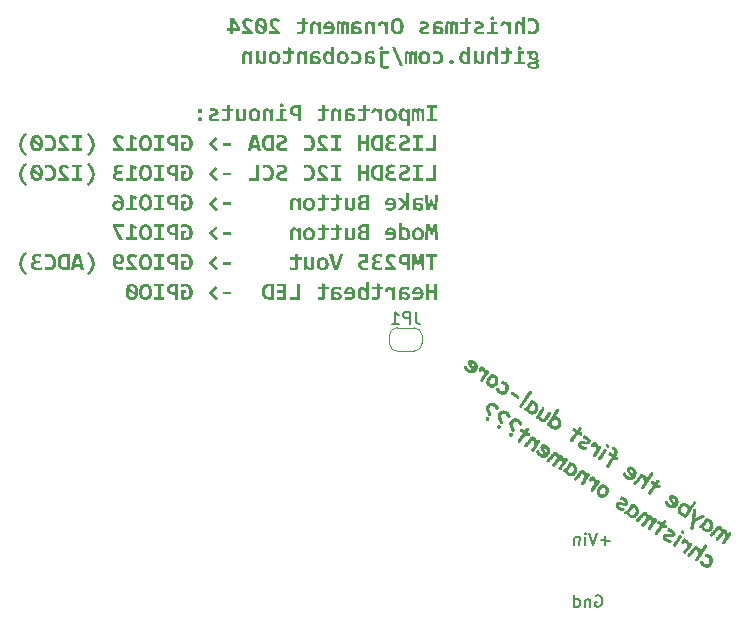
<source format=gbr>
%TF.GenerationSoftware,KiCad,Pcbnew,8.0.6*%
%TF.CreationDate,2024-11-26T17:38:28-05:00*%
%TF.ProjectId,Christmas Ornament 2024,43687269-7374-46d6-9173-204f726e616d,rev?*%
%TF.SameCoordinates,Original*%
%TF.FileFunction,Legend,Bot*%
%TF.FilePolarity,Positive*%
%FSLAX46Y46*%
G04 Gerber Fmt 4.6, Leading zero omitted, Abs format (unit mm)*
G04 Created by KiCad (PCBNEW 8.0.6) date 2024-11-26 17:38:28*
%MOMM*%
%LPD*%
G01*
G04 APERTURE LIST*
%ADD10C,0.250000*%
%ADD11C,0.200000*%
%ADD12C,0.150000*%
%ADD13C,0.120000*%
G04 APERTURE END LIST*
D10*
G36*
X133429559Y-82239528D02*
G01*
X133429559Y-82028503D01*
X132578495Y-82028503D01*
X132578495Y-82239528D01*
X132875250Y-82239528D01*
X132875250Y-83153974D01*
X132578495Y-83153974D01*
X132578495Y-83365000D01*
X133429559Y-83365000D01*
X133429559Y-83153974D01*
X133132804Y-83153974D01*
X133132804Y-82239528D01*
X133429559Y-82239528D01*
G37*
G36*
X131548645Y-83365000D02*
G01*
X131548645Y-82634469D01*
X131550843Y-82564127D01*
X131558903Y-82514302D01*
X131577221Y-82484260D01*
X131609461Y-82474002D01*
X131670529Y-82515604D01*
X131672476Y-82518332D01*
X131707552Y-82583010D01*
X131737584Y-82656191D01*
X131742451Y-82669274D01*
X131742451Y-83365000D01*
X131957874Y-83365000D01*
X131957874Y-82634469D01*
X131960072Y-82564127D01*
X131968132Y-82514302D01*
X131986816Y-82484260D01*
X132019789Y-82474002D01*
X132079506Y-82518332D01*
X132116608Y-82583010D01*
X132147770Y-82656191D01*
X132152779Y-82669274D01*
X132152779Y-83365000D01*
X132370033Y-83365000D01*
X132370033Y-82309870D01*
X132183554Y-82309870D01*
X132179524Y-82463743D01*
X132144032Y-82397823D01*
X132134095Y-82382411D01*
X132085735Y-82327090D01*
X132030780Y-82295949D01*
X131964102Y-82286423D01*
X131891190Y-82296727D01*
X131830745Y-82333318D01*
X131791744Y-82397666D01*
X131778721Y-82463743D01*
X131741764Y-82400133D01*
X131729629Y-82382411D01*
X131679437Y-82327090D01*
X131622650Y-82295949D01*
X131554873Y-82286423D01*
X131477541Y-82297757D01*
X131412719Y-82335618D01*
X131385979Y-82367023D01*
X131352714Y-82438396D01*
X131336721Y-82514559D01*
X131331444Y-82596077D01*
X131331391Y-82605893D01*
X131331391Y-83365000D01*
X131548645Y-83365000D01*
G37*
G36*
X130610541Y-82287408D02*
G01*
X130683292Y-82298879D01*
X130700397Y-82303937D01*
X130769754Y-82334783D01*
X130786980Y-82345515D01*
X130844492Y-82391570D01*
X130861551Y-82408697D01*
X130910804Y-82465575D01*
X130917033Y-82309870D01*
X131134287Y-82309870D01*
X131134287Y-83763604D01*
X130882961Y-83763604D01*
X130882961Y-83369762D01*
X130811886Y-83383318D01*
X130806986Y-83383939D01*
X130733484Y-83388447D01*
X130669342Y-83385781D01*
X130594724Y-83375281D01*
X130518062Y-83354741D01*
X130470251Y-83335438D01*
X130404718Y-83297983D01*
X130346603Y-83250327D01*
X130308144Y-83207743D01*
X130264798Y-83142218D01*
X130233031Y-83073374D01*
X130223499Y-83046102D01*
X130205231Y-82972515D01*
X130195581Y-82899678D01*
X130192886Y-82833405D01*
X130456146Y-82833405D01*
X130456165Y-82838701D01*
X130460818Y-82914188D01*
X130474831Y-82986545D01*
X130490888Y-83034716D01*
X130527954Y-83101950D01*
X130550909Y-83129413D01*
X130611485Y-83175223D01*
X130646283Y-83189824D01*
X130719929Y-83200868D01*
X130734089Y-83200689D01*
X130809322Y-83193541D01*
X130812033Y-83193056D01*
X130882961Y-83174124D01*
X130882961Y-82697117D01*
X130858875Y-82663861D01*
X130812095Y-82605541D01*
X130759862Y-82551304D01*
X130711565Y-82516435D01*
X130637497Y-82497449D01*
X130632131Y-82497523D01*
X130560927Y-82516500D01*
X130554700Y-82520196D01*
X130504140Y-82575851D01*
X130489527Y-82606493D01*
X130468603Y-82679898D01*
X130467836Y-82683886D01*
X130458531Y-82759664D01*
X130456146Y-82833405D01*
X130192886Y-82833405D01*
X130192364Y-82820582D01*
X130194422Y-82753281D01*
X130202525Y-82676298D01*
X130218376Y-82598932D01*
X130226963Y-82568850D01*
X130254646Y-82497334D01*
X130293114Y-82431137D01*
X130299297Y-82422562D01*
X130351504Y-82366276D01*
X130414014Y-82324159D01*
X130427727Y-82317415D01*
X130501701Y-82293646D01*
X130578878Y-82286423D01*
X130610541Y-82287408D01*
G37*
G36*
X129599500Y-82289582D02*
G01*
X129674720Y-82302022D01*
X129750162Y-82326357D01*
X129796164Y-82348384D01*
X129858383Y-82389154D01*
X129912462Y-82439197D01*
X129943694Y-82477368D01*
X129983330Y-82541750D01*
X130014311Y-82614685D01*
X130034544Y-82688147D01*
X130046378Y-82766976D01*
X130049848Y-82843297D01*
X130049815Y-82851759D01*
X130045822Y-82932760D01*
X130035175Y-83007178D01*
X130015777Y-83081434D01*
X129999450Y-83124523D01*
X129964854Y-83190803D01*
X129917957Y-83251793D01*
X129893073Y-83276162D01*
X129832441Y-83320831D01*
X129762619Y-83354375D01*
X129708980Y-83370845D01*
X129631511Y-83384421D01*
X129554524Y-83388447D01*
X129487632Y-83385259D01*
X129411699Y-83372705D01*
X129336171Y-83348147D01*
X129290055Y-83325753D01*
X129227922Y-83284434D01*
X129174238Y-83233841D01*
X129143211Y-83195006D01*
X129103970Y-83129885D01*
X129073488Y-83056521D01*
X129053464Y-82982981D01*
X129041751Y-82904420D01*
X129038599Y-82834870D01*
X129299901Y-82834870D01*
X129302706Y-82896269D01*
X129314555Y-82970059D01*
X129326110Y-83011225D01*
X129357786Y-83079235D01*
X129375281Y-83103608D01*
X129432891Y-83151409D01*
X129466619Y-83166219D01*
X129542068Y-83177421D01*
X129596198Y-83172063D01*
X129666059Y-83143933D01*
X129722319Y-83091692D01*
X129741317Y-83062871D01*
X129769653Y-82993047D01*
X129784143Y-82916318D01*
X129788264Y-82837069D01*
X129785967Y-82781367D01*
X129774342Y-82705177D01*
X129762910Y-82664472D01*
X129730745Y-82597100D01*
X129712571Y-82572522D01*
X129654541Y-82524193D01*
X129616915Y-82507896D01*
X129542068Y-82497449D01*
X129485991Y-82502738D01*
X129415529Y-82530508D01*
X129361450Y-82582079D01*
X129343718Y-82610565D01*
X129317272Y-82679774D01*
X129303748Y-82756010D01*
X129299901Y-82834870D01*
X129038599Y-82834870D01*
X129038317Y-82828642D01*
X129038350Y-82820361D01*
X129042299Y-82740978D01*
X129052832Y-82667819D01*
X129072022Y-82594535D01*
X129088063Y-82551714D01*
X129122332Y-82485649D01*
X129169109Y-82424542D01*
X129194006Y-82400036D01*
X129254754Y-82355069D01*
X129324813Y-82321228D01*
X129378362Y-82304403D01*
X129456071Y-82290536D01*
X129533641Y-82286423D01*
X129599500Y-82289582D01*
G37*
G36*
X128153913Y-82708475D02*
G01*
X128156386Y-82633324D01*
X128159775Y-82612487D01*
X128184322Y-82547274D01*
X128226087Y-82509539D01*
X128282874Y-82497449D01*
X128353599Y-82516626D01*
X128397546Y-82546542D01*
X128451722Y-82601700D01*
X128497437Y-82662158D01*
X128527971Y-82708475D01*
X128527971Y-83365000D01*
X128785525Y-83365000D01*
X128785525Y-82309870D01*
X128557647Y-82309870D01*
X128548488Y-82474002D01*
X128504392Y-82412392D01*
X128490602Y-82397065D01*
X128433021Y-82347391D01*
X128418428Y-82337714D01*
X128350889Y-82305943D01*
X128330134Y-82299612D01*
X128255696Y-82287466D01*
X128223889Y-82286423D01*
X128149242Y-82293109D01*
X128083571Y-82313168D01*
X128020588Y-82351486D01*
X127980257Y-82392669D01*
X127941981Y-82456270D01*
X127918341Y-82524926D01*
X127905198Y-82599008D01*
X127901030Y-82676463D01*
X127901488Y-82708475D01*
X128153913Y-82708475D01*
G37*
G36*
X126810822Y-83365000D02*
G01*
X126883431Y-83375047D01*
X126947842Y-83381852D01*
X127023126Y-83387185D01*
X127078634Y-83388447D01*
X127151878Y-83385356D01*
X127227302Y-83373935D01*
X127256321Y-83366465D01*
X127324648Y-83338713D01*
X127380152Y-83299420D01*
X127426971Y-83240662D01*
X127452326Y-83184382D01*
X127468893Y-83112984D01*
X127475204Y-83035887D01*
X127475407Y-83018053D01*
X127475407Y-82497449D01*
X127756774Y-82497449D01*
X127756774Y-82309870D01*
X127475407Y-82309870D01*
X127475407Y-82047187D01*
X127217853Y-81981608D01*
X127217853Y-82309870D01*
X126810822Y-82309870D01*
X126810822Y-82497449D01*
X127217853Y-82497449D01*
X127217853Y-82994605D01*
X127208837Y-83069518D01*
X127176820Y-83131259D01*
X127112742Y-83168585D01*
X127038700Y-83177421D01*
X126962594Y-83174702D01*
X126918167Y-83170460D01*
X126845325Y-83160054D01*
X126810822Y-83153974D01*
X126810822Y-83365000D01*
G37*
G36*
X126145023Y-82287270D02*
G01*
X126222183Y-82291718D01*
X126297179Y-82299979D01*
X126321365Y-82303385D01*
X126394987Y-82315957D01*
X126470469Y-82333318D01*
X126470469Y-82544344D01*
X126438540Y-82532369D01*
X126368034Y-82510049D01*
X126295714Y-82492686D01*
X126261826Y-82486336D01*
X126187785Y-82477085D01*
X126112898Y-82474002D01*
X126088147Y-82474580D01*
X126014346Y-82486092D01*
X125948767Y-82520530D01*
X125912130Y-82575118D01*
X125900773Y-82646559D01*
X125900773Y-82708475D01*
X126037793Y-82708475D01*
X126108108Y-82710561D01*
X126186886Y-82718779D01*
X126263840Y-82734853D01*
X126287430Y-82741757D01*
X126357220Y-82768463D01*
X126424674Y-82807393D01*
X126477616Y-82854695D01*
X126520295Y-82918035D01*
X126543925Y-82985080D01*
X126551802Y-83057986D01*
X126547805Y-83120036D01*
X126530920Y-83192808D01*
X126512201Y-83235948D01*
X126468638Y-83296856D01*
X126431796Y-83328837D01*
X126366422Y-83364267D01*
X126300660Y-83382402D01*
X126225005Y-83388447D01*
X126188154Y-83387266D01*
X126113631Y-83376357D01*
X126088489Y-83369854D01*
X126019109Y-83342651D01*
X126000546Y-83332684D01*
X125939974Y-83291360D01*
X125924264Y-83278097D01*
X125870731Y-83226147D01*
X125864503Y-83365000D01*
X125649447Y-83365000D01*
X125649447Y-83044797D01*
X125900773Y-83044797D01*
X125913450Y-83058577D01*
X125966077Y-83111292D01*
X126025703Y-83160568D01*
X126060572Y-83181820D01*
X126134513Y-83200868D01*
X126179871Y-83196669D01*
X126246987Y-83165331D01*
X126271992Y-83134144D01*
X126288020Y-83062016D01*
X126275197Y-82998269D01*
X126234531Y-82945512D01*
X126229165Y-82941272D01*
X126162357Y-82909242D01*
X126129586Y-82901733D01*
X126054280Y-82896053D01*
X125900773Y-82896053D01*
X125900773Y-83044797D01*
X125649447Y-83044797D01*
X125649447Y-82643995D01*
X125649473Y-82638429D01*
X125655950Y-82560189D01*
X125675459Y-82487557D01*
X125703369Y-82433171D01*
X125755326Y-82375816D01*
X125820923Y-82334633D01*
X125892713Y-82308771D01*
X125942130Y-82297968D01*
X126016225Y-82289064D01*
X126092382Y-82286423D01*
X126145023Y-82287270D01*
G37*
G36*
X124743428Y-83365000D02*
G01*
X124743428Y-82672205D01*
X124751420Y-82595749D01*
X124788504Y-82526290D01*
X124863423Y-82497620D01*
X124871289Y-82497449D01*
X124945052Y-82515918D01*
X124993289Y-82549839D01*
X125045521Y-82602833D01*
X125092302Y-82659642D01*
X125116387Y-82691988D01*
X125116387Y-83365000D01*
X125367713Y-83365000D01*
X125367713Y-82309870D01*
X125150459Y-82309870D01*
X125144231Y-82465575D01*
X125094978Y-82408697D01*
X125077919Y-82391570D01*
X125020406Y-82345515D01*
X125003181Y-82334783D01*
X124933823Y-82303937D01*
X124916719Y-82298879D01*
X124843967Y-82287408D01*
X124812305Y-82286423D01*
X124737200Y-82293109D01*
X124672354Y-82313168D01*
X124608108Y-82352241D01*
X124572336Y-82387906D01*
X124531584Y-82452002D01*
X124511886Y-82504043D01*
X124496774Y-82576217D01*
X124491756Y-82651200D01*
X124491736Y-82656451D01*
X124491736Y-83365000D01*
X124743428Y-83365000D01*
G37*
G36*
X123350878Y-83365000D02*
G01*
X123423487Y-83375047D01*
X123487898Y-83381852D01*
X123563181Y-83387185D01*
X123618690Y-83388447D01*
X123691934Y-83385356D01*
X123767358Y-83373935D01*
X123796377Y-83366465D01*
X123864704Y-83338713D01*
X123920208Y-83299420D01*
X123967027Y-83240662D01*
X123992382Y-83184382D01*
X124008948Y-83112984D01*
X124015260Y-83035887D01*
X124015462Y-83018053D01*
X124015462Y-82497449D01*
X124296830Y-82497449D01*
X124296830Y-82309870D01*
X124015462Y-82309870D01*
X124015462Y-82047187D01*
X123757908Y-81981608D01*
X123757908Y-82309870D01*
X123350878Y-82309870D01*
X123350878Y-82497449D01*
X123757908Y-82497449D01*
X123757908Y-82994605D01*
X123748892Y-83069518D01*
X123716876Y-83131259D01*
X123652798Y-83168585D01*
X123578756Y-83177421D01*
X123502650Y-83174702D01*
X123458222Y-83170460D01*
X123385381Y-83160054D01*
X123350878Y-83153974D01*
X123350878Y-83365000D01*
G37*
G36*
X121911799Y-83365000D02*
G01*
X121656443Y-83365000D01*
X121656443Y-82942948D01*
X121527483Y-82942948D01*
X121519020Y-82942913D01*
X121437933Y-82938705D01*
X121363286Y-82927485D01*
X121288613Y-82907044D01*
X121245061Y-82889809D01*
X121178068Y-82853899D01*
X121116422Y-82805928D01*
X121091667Y-82780636D01*
X121046337Y-82720092D01*
X121012375Y-82651688D01*
X120996987Y-82606168D01*
X120982149Y-82534108D01*
X120978339Y-82475101D01*
X121243184Y-82475101D01*
X121244604Y-82507027D01*
X121261136Y-82580980D01*
X121269796Y-82601026D01*
X121313892Y-82662313D01*
X121332119Y-82678181D01*
X121398889Y-82713970D01*
X121438971Y-82724910D01*
X121515393Y-82731922D01*
X121656443Y-82731922D01*
X121656443Y-82239528D01*
X121523453Y-82239528D01*
X121472104Y-82241847D01*
X121398889Y-82256015D01*
X121376684Y-82263911D01*
X121311694Y-82303276D01*
X121299398Y-82315280D01*
X121260403Y-82378014D01*
X121252870Y-82400431D01*
X121243184Y-82475101D01*
X120978339Y-82475101D01*
X120977204Y-82457515D01*
X120978071Y-82425802D01*
X120988448Y-82348705D01*
X121012741Y-82274333D01*
X121022140Y-82254761D01*
X121063153Y-82192481D01*
X121116788Y-82139877D01*
X121148304Y-82117257D01*
X121215020Y-82081946D01*
X121286049Y-82057079D01*
X121292352Y-82055321D01*
X121365613Y-82039665D01*
X121438449Y-82031293D01*
X121517225Y-82028503D01*
X121911799Y-82028503D01*
X121911799Y-83365000D01*
G37*
G36*
X120138229Y-82028869D02*
G01*
X120150686Y-82092983D01*
X120185124Y-82145006D01*
X120237148Y-82179811D01*
X120301994Y-82192634D01*
X120367573Y-82179811D01*
X120420330Y-82145006D01*
X120454768Y-82092983D01*
X120466858Y-82028869D01*
X120454768Y-81965488D01*
X120420330Y-81912732D01*
X120367573Y-81877194D01*
X120301994Y-81864371D01*
X120237148Y-81877194D01*
X120185124Y-81912732D01*
X120150686Y-81965488D01*
X120138229Y-82028869D01*
G37*
G36*
X120416666Y-82497449D02*
G01*
X120712322Y-82497449D01*
X120712322Y-82309870D01*
X120158746Y-82309870D01*
X120158746Y-83177421D01*
X119856862Y-83177421D01*
X119856862Y-83365000D01*
X120748226Y-83365000D01*
X120748226Y-83177421D01*
X120416666Y-83177421D01*
X120416666Y-82497449D01*
G37*
G36*
X118976855Y-83365000D02*
G01*
X118976855Y-82672205D01*
X118984846Y-82595749D01*
X119021931Y-82526290D01*
X119096849Y-82497620D01*
X119104716Y-82497449D01*
X119178478Y-82515918D01*
X119226715Y-82549839D01*
X119278948Y-82602833D01*
X119325728Y-82659642D01*
X119349813Y-82691988D01*
X119349813Y-83365000D01*
X119601139Y-83365000D01*
X119601139Y-82309870D01*
X119383885Y-82309870D01*
X119377657Y-82465575D01*
X119328404Y-82408697D01*
X119311345Y-82391570D01*
X119253832Y-82345515D01*
X119236607Y-82334783D01*
X119167250Y-82303937D01*
X119150145Y-82298879D01*
X119077393Y-82287408D01*
X119045731Y-82286423D01*
X118970626Y-82293109D01*
X118905780Y-82313168D01*
X118841534Y-82352241D01*
X118805763Y-82387906D01*
X118765010Y-82452002D01*
X118745312Y-82504043D01*
X118730200Y-82576217D01*
X118725182Y-82651200D01*
X118725162Y-82656451D01*
X118725162Y-83365000D01*
X118976855Y-83365000D01*
G37*
G36*
X118066353Y-82289582D02*
G01*
X118141573Y-82302022D01*
X118217015Y-82326357D01*
X118263017Y-82348384D01*
X118325236Y-82389154D01*
X118379315Y-82439197D01*
X118410547Y-82477368D01*
X118450183Y-82541750D01*
X118481164Y-82614685D01*
X118501396Y-82688147D01*
X118513231Y-82766976D01*
X118516701Y-82843297D01*
X118516668Y-82851759D01*
X118512675Y-82932760D01*
X118502028Y-83007178D01*
X118482629Y-83081434D01*
X118466303Y-83124523D01*
X118431707Y-83190803D01*
X118384810Y-83251793D01*
X118359926Y-83276162D01*
X118299294Y-83320831D01*
X118229472Y-83354375D01*
X118175833Y-83370845D01*
X118098364Y-83384421D01*
X118021377Y-83388447D01*
X117954484Y-83385259D01*
X117878552Y-83372705D01*
X117803024Y-83348147D01*
X117756907Y-83325753D01*
X117694774Y-83284434D01*
X117641091Y-83233841D01*
X117610064Y-83195006D01*
X117570823Y-83129885D01*
X117540340Y-83056521D01*
X117520316Y-82982981D01*
X117508604Y-82904420D01*
X117505451Y-82834870D01*
X117766753Y-82834870D01*
X117769558Y-82896269D01*
X117781408Y-82970059D01*
X117792963Y-83011225D01*
X117824639Y-83079235D01*
X117842133Y-83103608D01*
X117899744Y-83151409D01*
X117933471Y-83166219D01*
X118008920Y-83177421D01*
X118063051Y-83172063D01*
X118132912Y-83143933D01*
X118189171Y-83091692D01*
X118208169Y-83062871D01*
X118236505Y-82993047D01*
X118250995Y-82916318D01*
X118255117Y-82837069D01*
X118252819Y-82781367D01*
X118241195Y-82705177D01*
X118229762Y-82664472D01*
X118197598Y-82597100D01*
X118179424Y-82572522D01*
X118121394Y-82524193D01*
X118083767Y-82507896D01*
X118008920Y-82497449D01*
X117952844Y-82502738D01*
X117882381Y-82530508D01*
X117828303Y-82582079D01*
X117810571Y-82610565D01*
X117784124Y-82679774D01*
X117770600Y-82756010D01*
X117766753Y-82834870D01*
X117505451Y-82834870D01*
X117505169Y-82828642D01*
X117505202Y-82820361D01*
X117509152Y-82740978D01*
X117519685Y-82667819D01*
X117538875Y-82594535D01*
X117554916Y-82551714D01*
X117589185Y-82485649D01*
X117635961Y-82424542D01*
X117660858Y-82400036D01*
X117721607Y-82355069D01*
X117791666Y-82321228D01*
X117845215Y-82304403D01*
X117922924Y-82290536D01*
X118000494Y-82286423D01*
X118066353Y-82289582D01*
G37*
G36*
X117045016Y-82309870D02*
G01*
X117045016Y-83001933D01*
X117037047Y-83077953D01*
X117013142Y-83133091D01*
X116950101Y-83173914D01*
X116916056Y-83177421D01*
X116843211Y-83158822D01*
X116795155Y-83124665D01*
X116742923Y-83071350D01*
X116696143Y-83014266D01*
X116672057Y-82981782D01*
X116672057Y-82309870D01*
X116420731Y-82309870D01*
X116420731Y-83365000D01*
X116637985Y-83365000D01*
X116644213Y-83209295D01*
X116694291Y-83265829D01*
X116711258Y-83282934D01*
X116770253Y-83330226D01*
X116784897Y-83339354D01*
X116854031Y-83370089D01*
X116871359Y-83375258D01*
X116943880Y-83387404D01*
X116975040Y-83388447D01*
X117050603Y-83381852D01*
X117116091Y-83362069D01*
X117180465Y-83322560D01*
X117216474Y-83286598D01*
X117256921Y-83222019D01*
X117276558Y-83170094D01*
X117291671Y-83097920D01*
X117296688Y-83022937D01*
X117296708Y-83017686D01*
X117296708Y-82309870D01*
X117045016Y-82309870D01*
G37*
G36*
X115277675Y-83365000D02*
G01*
X115350284Y-83375047D01*
X115414695Y-83381852D01*
X115489978Y-83387185D01*
X115545487Y-83388447D01*
X115618731Y-83385356D01*
X115694155Y-83373935D01*
X115723174Y-83366465D01*
X115791501Y-83338713D01*
X115847005Y-83299420D01*
X115893823Y-83240662D01*
X115919178Y-83184382D01*
X115935745Y-83112984D01*
X115942057Y-83035887D01*
X115942259Y-83018053D01*
X115942259Y-82497449D01*
X116223627Y-82497449D01*
X116223627Y-82309870D01*
X115942259Y-82309870D01*
X115942259Y-82047187D01*
X115684705Y-81981608D01*
X115684705Y-82309870D01*
X115277675Y-82309870D01*
X115277675Y-82497449D01*
X115684705Y-82497449D01*
X115684705Y-82994605D01*
X115675689Y-83069518D01*
X115643673Y-83131259D01*
X115579595Y-83168585D01*
X115505553Y-83177421D01*
X115429447Y-83174702D01*
X115385019Y-83170460D01*
X115312178Y-83160054D01*
X115277675Y-83153974D01*
X115277675Y-83365000D01*
G37*
G36*
X114124360Y-83053956D02*
G01*
X114132003Y-83128018D01*
X114159458Y-83200123D01*
X114164294Y-83208196D01*
X114210364Y-83266081D01*
X114269440Y-83312243D01*
X114339141Y-83346681D01*
X114412637Y-83368985D01*
X114417818Y-83370129D01*
X114490967Y-83382651D01*
X114565520Y-83388161D01*
X114587078Y-83388447D01*
X114663735Y-83387711D01*
X114741238Y-83385229D01*
X114795173Y-83382219D01*
X114868791Y-83376549D01*
X114944285Y-83368414D01*
X114970295Y-83365000D01*
X114970295Y-83130526D01*
X114897806Y-83155445D01*
X114825421Y-83174696D01*
X114777221Y-83184382D01*
X114700687Y-83195056D01*
X114622188Y-83200466D01*
X114595138Y-83200868D01*
X114518191Y-83194487D01*
X114447493Y-83167529D01*
X114402284Y-83108668D01*
X114398400Y-83079968D01*
X114408659Y-83036371D01*
X114447493Y-82998635D01*
X114514813Y-82966017D01*
X114527361Y-82961266D01*
X114599635Y-82936658D01*
X114662183Y-82918035D01*
X114734723Y-82894679D01*
X114797737Y-82868576D01*
X114862681Y-82830365D01*
X114894091Y-82803729D01*
X114939021Y-82743766D01*
X114951244Y-82716901D01*
X114968044Y-82644728D01*
X114970295Y-82601130D01*
X114960221Y-82527143D01*
X114941719Y-82479497D01*
X114897404Y-82416665D01*
X114855623Y-82379480D01*
X114791143Y-82340828D01*
X114718049Y-82312911D01*
X114712741Y-82311336D01*
X114638546Y-82295206D01*
X114561473Y-82287615D01*
X114512706Y-82286423D01*
X114436084Y-82287632D01*
X114361952Y-82291639D01*
X114337584Y-82293750D01*
X114261580Y-82301949D01*
X114202762Y-82309870D01*
X114202762Y-82520896D01*
X114273877Y-82502538D01*
X114346406Y-82488313D01*
X114371289Y-82484626D01*
X114444813Y-82477000D01*
X114522528Y-82474012D01*
X114527361Y-82474002D01*
X114600913Y-82481860D01*
X114651558Y-82501845D01*
X114696804Y-82561361D01*
X114698453Y-82579148D01*
X114689294Y-82621646D01*
X114652657Y-82658283D01*
X114585403Y-82691661D01*
X114576453Y-82695286D01*
X114507177Y-82719200D01*
X114447127Y-82737051D01*
X114373166Y-82760513D01*
X114302205Y-82789043D01*
X114294353Y-82792739D01*
X114229482Y-82830690D01*
X114195068Y-82859783D01*
X114151801Y-82918990D01*
X114140846Y-82945146D01*
X114125970Y-83017041D01*
X114124360Y-83053956D01*
G37*
G36*
X113397860Y-82309870D02*
G01*
X113324587Y-82324525D01*
X113265968Y-82364825D01*
X113226767Y-82424542D01*
X113212113Y-82497449D01*
X113226767Y-82571454D01*
X113265968Y-82630806D01*
X113324587Y-82670373D01*
X113397860Y-82685027D01*
X113470400Y-82670373D01*
X113529018Y-82630806D01*
X113568952Y-82571454D01*
X113583240Y-82497449D01*
X113568952Y-82424542D01*
X113529018Y-82364825D01*
X113470400Y-82324525D01*
X113397860Y-82309870D01*
G37*
G36*
X113397860Y-83013290D02*
G01*
X113324587Y-83027944D01*
X113265968Y-83067512D01*
X113226767Y-83126863D01*
X113212113Y-83199769D01*
X113226767Y-83273775D01*
X113265968Y-83333859D01*
X113324587Y-83373792D01*
X113397860Y-83388447D01*
X113470400Y-83373792D01*
X113529018Y-83333859D01*
X113568952Y-83273775D01*
X113583240Y-83199769D01*
X113568952Y-83126863D01*
X113529018Y-83067512D01*
X113470400Y-83027944D01*
X113397860Y-83013290D01*
G37*
G36*
X133381199Y-85885000D02*
G01*
X133381199Y-84548503D01*
X133123645Y-84548503D01*
X133123645Y-85673974D01*
X132554681Y-85673974D01*
X132554681Y-85885000D01*
X133381199Y-85885000D01*
G37*
G36*
X132276244Y-84759528D02*
G01*
X132276244Y-84548503D01*
X131425180Y-84548503D01*
X131425180Y-84759528D01*
X131721935Y-84759528D01*
X131721935Y-85673974D01*
X131425180Y-85673974D01*
X131425180Y-85885000D01*
X132276244Y-85885000D01*
X132276244Y-85673974D01*
X131979489Y-85673974D01*
X131979489Y-84759528D01*
X132276244Y-84759528D01*
G37*
G36*
X130226436Y-85480533D02*
G01*
X130232155Y-85558672D01*
X130251257Y-85634252D01*
X130267102Y-85671043D01*
X130308927Y-85736489D01*
X130363233Y-85791136D01*
X130381042Y-85804766D01*
X130445171Y-85842919D01*
X130518491Y-85872244D01*
X130555431Y-85882801D01*
X130633621Y-85898429D01*
X130709912Y-85906418D01*
X130775616Y-85908447D01*
X130854270Y-85906901D01*
X130930863Y-85902264D01*
X130980780Y-85897456D01*
X131054660Y-85887427D01*
X131127921Y-85873276D01*
X131176419Y-85861552D01*
X131176419Y-85603632D01*
X131103260Y-85624583D01*
X131077867Y-85631109D01*
X131003420Y-85647838D01*
X130974185Y-85653457D01*
X130899591Y-85665068D01*
X130870504Y-85668478D01*
X130794873Y-85673630D01*
X130770487Y-85673974D01*
X130696427Y-85670380D01*
X130648121Y-85662616D01*
X130578299Y-85638598D01*
X130565689Y-85631475D01*
X130519527Y-85583848D01*
X130504873Y-85522665D01*
X130525217Y-85451036D01*
X130533449Y-85440233D01*
X130591383Y-85391378D01*
X130608188Y-85381615D01*
X130674455Y-85350164D01*
X130713700Y-85335453D01*
X130784649Y-85310057D01*
X130834234Y-85291489D01*
X130902485Y-85263141D01*
X130954768Y-85238367D01*
X131020421Y-85198090D01*
X131060281Y-85164727D01*
X131108899Y-85106273D01*
X131135019Y-85059581D01*
X131157031Y-84987829D01*
X131163229Y-84912669D01*
X131155994Y-84836007D01*
X131134287Y-84763558D01*
X131097192Y-84697338D01*
X131043795Y-84640094D01*
X130982957Y-84598069D01*
X130914534Y-84566456D01*
X130885159Y-84556196D01*
X130813693Y-84538467D01*
X130740535Y-84528735D01*
X130659577Y-84525086D01*
X130651052Y-84525055D01*
X130575300Y-84526861D01*
X130567155Y-84527254D01*
X130491340Y-84531581D01*
X130480693Y-84532383D01*
X130405709Y-84538898D01*
X130398261Y-84539710D01*
X130325354Y-84548503D01*
X130325354Y-84782976D01*
X130397528Y-84764291D01*
X130470686Y-84750824D01*
X130478495Y-84749637D01*
X130551865Y-84740621D01*
X130562392Y-84739745D01*
X130635747Y-84736113D01*
X130642992Y-84736081D01*
X130718469Y-84740518D01*
X130756199Y-84747438D01*
X130825001Y-84773124D01*
X130832769Y-84777847D01*
X130876000Y-84825840D01*
X130889189Y-84889221D01*
X130862714Y-84959506D01*
X130860979Y-84961395D01*
X130802449Y-85006343D01*
X130785508Y-85015617D01*
X130718752Y-85045933D01*
X130679629Y-85060680D01*
X130608116Y-85086641D01*
X130557996Y-85105743D01*
X130488675Y-85134736D01*
X130436363Y-85160331D01*
X130373534Y-85199126D01*
X130330117Y-85235069D01*
X130281017Y-85292959D01*
X130255012Y-85339117D01*
X130231906Y-85413254D01*
X130226436Y-85480533D01*
G37*
G36*
X129073121Y-85484197D02*
G01*
X129079289Y-85560768D01*
X129099725Y-85636062D01*
X129110490Y-85661151D01*
X129150511Y-85725335D01*
X129205820Y-85780683D01*
X129224430Y-85794874D01*
X129287473Y-85832483D01*
X129355129Y-85860623D01*
X129417504Y-85879138D01*
X129494168Y-85894594D01*
X129570141Y-85903610D01*
X129652721Y-85907989D01*
X129691544Y-85908447D01*
X129765183Y-85906615D01*
X129839372Y-85902034D01*
X129841753Y-85901852D01*
X129916125Y-85894891D01*
X129980972Y-85885000D01*
X129980972Y-85673974D01*
X129907523Y-85683839D01*
X129835159Y-85690826D01*
X129757804Y-85695560D01*
X129682991Y-85697363D01*
X129666631Y-85697421D01*
X129591756Y-85694362D01*
X129519353Y-85683499D01*
X129447556Y-85659862D01*
X129417504Y-85643199D01*
X129364625Y-85589818D01*
X129358153Y-85577986D01*
X129339567Y-85505053D01*
X129339102Y-85490059D01*
X129355350Y-85417959D01*
X129358885Y-85411290D01*
X129408854Y-85357515D01*
X129418603Y-85351207D01*
X129487742Y-85321262D01*
X129521185Y-85312739D01*
X129593873Y-85301876D01*
X129668830Y-85298817D01*
X129818306Y-85298817D01*
X129818306Y-85111238D01*
X129681286Y-85111238D01*
X129607647Y-85107208D01*
X129547929Y-85095118D01*
X129480404Y-85064206D01*
X129463299Y-85051154D01*
X129420323Y-84990940D01*
X129418603Y-84986308D01*
X129405100Y-84913021D01*
X129405047Y-84907906D01*
X129418511Y-84833809D01*
X129458903Y-84780045D01*
X129527047Y-84747072D01*
X129603995Y-84736468D01*
X129624499Y-84736081D01*
X129699579Y-84738899D01*
X129773693Y-84747351D01*
X129783502Y-84748904D01*
X129857867Y-84762777D01*
X129929454Y-84779066D01*
X129945068Y-84782976D01*
X129945068Y-84571950D01*
X129872362Y-84554015D01*
X129856408Y-84550701D01*
X129782677Y-84537918D01*
X129772144Y-84536413D01*
X129697211Y-84528318D01*
X129686415Y-84527620D01*
X129611115Y-84525118D01*
X129596656Y-84525055D01*
X129523332Y-84527913D01*
X129445050Y-84538657D01*
X129401384Y-84549235D01*
X129328606Y-84576069D01*
X129263932Y-84614629D01*
X129260333Y-84617379D01*
X129207570Y-84669674D01*
X129174238Y-84725090D01*
X129151654Y-84796568D01*
X129145295Y-84866507D01*
X129151919Y-84946056D01*
X129174252Y-85020099D01*
X129201349Y-85066908D01*
X129254330Y-85122959D01*
X129316437Y-85164286D01*
X129358519Y-85183778D01*
X129285905Y-85201126D01*
X129241282Y-85218949D01*
X129178666Y-85257478D01*
X129151157Y-85282697D01*
X129107582Y-85341635D01*
X129093271Y-85372090D01*
X129075502Y-85443181D01*
X129073121Y-85484197D01*
G37*
G36*
X128882245Y-85885000D02*
G01*
X128540061Y-85885000D01*
X128464565Y-85882685D01*
X128384165Y-85874374D01*
X128310039Y-85860017D01*
X128234147Y-85836639D01*
X128210579Y-85827146D01*
X128144743Y-85794376D01*
X128080157Y-85750419D01*
X128024587Y-85698520D01*
X128014499Y-85687156D01*
X127969168Y-85625997D01*
X127932353Y-85557612D01*
X127904053Y-85481999D01*
X127890855Y-85433458D01*
X127876178Y-85356880D01*
X127867645Y-85275782D01*
X127865745Y-85216385D01*
X128137427Y-85216385D01*
X128138944Y-85273663D01*
X128146908Y-85352154D01*
X128164827Y-85432462D01*
X128192038Y-85500638D01*
X128234513Y-85563698D01*
X128295990Y-85617005D01*
X128362508Y-85649743D01*
X128440200Y-85668697D01*
X128517347Y-85673974D01*
X128628721Y-85673974D01*
X128628721Y-84759528D01*
X128500128Y-84759528D01*
X128474648Y-84760009D01*
X128399193Y-84768214D01*
X128326104Y-84790303D01*
X128266518Y-84825090D01*
X128214363Y-84879696D01*
X128211777Y-84883385D01*
X128176812Y-84949423D01*
X128155012Y-85023311D01*
X128148160Y-85061476D01*
X128139900Y-85138401D01*
X128137427Y-85216385D01*
X127865745Y-85216385D01*
X127865218Y-85199898D01*
X127866584Y-85137937D01*
X127872651Y-85060451D01*
X127885280Y-84980286D01*
X127904053Y-84907540D01*
X127931888Y-84835018D01*
X127971267Y-84764914D01*
X128019824Y-84704940D01*
X128077559Y-84654967D01*
X128144471Y-84614863D01*
X128213264Y-84586971D01*
X128258044Y-84573898D01*
X128330333Y-84559359D01*
X128408765Y-84550907D01*
X128483641Y-84548503D01*
X128882245Y-84548503D01*
X128882245Y-85885000D01*
G37*
G36*
X127008659Y-85885000D02*
G01*
X127008659Y-85298817D01*
X127466248Y-85298817D01*
X127466248Y-85885000D01*
X127719772Y-85885000D01*
X127719772Y-84548503D01*
X127466248Y-84548503D01*
X127466248Y-85087791D01*
X127008659Y-85087791D01*
X127008659Y-84548503D01*
X126755134Y-84548503D01*
X126755134Y-85885000D01*
X127008659Y-85885000D01*
G37*
G36*
X125356356Y-84759528D02*
G01*
X125356356Y-84548503D01*
X124505292Y-84548503D01*
X124505292Y-84759528D01*
X124802047Y-84759528D01*
X124802047Y-85673974D01*
X124505292Y-85673974D01*
X124505292Y-85885000D01*
X125356356Y-85885000D01*
X125356356Y-85673974D01*
X125059601Y-85673974D01*
X125059601Y-84759528D01*
X125356356Y-84759528D01*
G37*
G36*
X124224656Y-85885000D02*
G01*
X124224656Y-85697055D01*
X123906286Y-85384546D01*
X123853693Y-85331301D01*
X123799837Y-85273736D01*
X123762671Y-85231039D01*
X123714677Y-85170040D01*
X123679140Y-85116001D01*
X123647418Y-85046961D01*
X123640672Y-85022212D01*
X123631379Y-84947530D01*
X123631146Y-84933185D01*
X123643603Y-84866140D01*
X123679873Y-84810819D01*
X123739590Y-84773450D01*
X123813091Y-84759651D01*
X123821656Y-84759528D01*
X123898318Y-84767497D01*
X123969301Y-84791402D01*
X124035338Y-84828680D01*
X124094087Y-84873443D01*
X124097894Y-84876765D01*
X124230885Y-84704940D01*
X124174012Y-84657062D01*
X124112847Y-84615553D01*
X124047388Y-84580412D01*
X124033781Y-84574148D01*
X123963334Y-84548259D01*
X123889382Y-84531959D01*
X123811923Y-84525247D01*
X123796010Y-84525055D01*
X123718723Y-84529227D01*
X123642387Y-84543052D01*
X123616858Y-84550334D01*
X123546710Y-84579003D01*
X123483066Y-84621295D01*
X123479472Y-84624340D01*
X123428730Y-84679569D01*
X123390811Y-84747072D01*
X123368196Y-84821100D01*
X123359581Y-84899198D01*
X123359304Y-84917065D01*
X123364708Y-84994276D01*
X123380920Y-85066175D01*
X123409469Y-85138426D01*
X123443934Y-85200631D01*
X123486669Y-85261849D01*
X123534253Y-85319130D01*
X123545417Y-85331423D01*
X123597077Y-85385855D01*
X123649808Y-85438139D01*
X123682804Y-85469542D01*
X123878442Y-85650526D01*
X123310578Y-85650526D01*
X123310578Y-85885000D01*
X124224656Y-85885000D01*
G37*
G36*
X122169719Y-85838105D02*
G01*
X122241681Y-85863956D01*
X122317015Y-85885033D01*
X122343376Y-85890861D01*
X122418119Y-85902883D01*
X122495526Y-85908172D01*
X122518132Y-85908447D01*
X122597102Y-85905085D01*
X122670798Y-85895000D01*
X122746497Y-85875909D01*
X122774953Y-85865949D01*
X122847662Y-85831587D01*
X122912146Y-85787442D01*
X122963631Y-85738820D01*
X123011944Y-85675832D01*
X123048351Y-85610230D01*
X123077603Y-85536685D01*
X123080134Y-85528893D01*
X123099261Y-85455226D01*
X123112128Y-85375184D01*
X123118311Y-85298682D01*
X123119702Y-85238000D01*
X123117000Y-85155362D01*
X123108894Y-85077441D01*
X123095384Y-85004237D01*
X123076471Y-84935750D01*
X123049226Y-84864423D01*
X123012089Y-84792854D01*
X122967725Y-84729370D01*
X122953006Y-84711901D01*
X122899304Y-84659143D01*
X122838947Y-84614900D01*
X122771935Y-84579173D01*
X122757734Y-84573049D01*
X122683080Y-84547740D01*
X122611181Y-84532976D01*
X122534818Y-84525805D01*
X122499447Y-84525055D01*
X122425104Y-84526620D01*
X122412252Y-84527254D01*
X122337291Y-84533908D01*
X122332385Y-84534581D01*
X122258239Y-84548105D01*
X122253250Y-84549235D01*
X122180481Y-84568550D01*
X122169719Y-84571950D01*
X122169719Y-84829870D01*
X122239532Y-84802540D01*
X122311741Y-84781223D01*
X122336781Y-84775648D01*
X122412344Y-84763558D01*
X122480763Y-84759528D01*
X122554157Y-84765152D01*
X122627423Y-84785615D01*
X122644894Y-84793600D01*
X122706718Y-84834175D01*
X122756635Y-84888489D01*
X122794554Y-84955442D01*
X122819788Y-85028691D01*
X122821115Y-85033935D01*
X122835140Y-85110892D01*
X122841130Y-85188128D01*
X122841631Y-85219316D01*
X122838695Y-85296407D01*
X122828886Y-85372829D01*
X122820749Y-85410924D01*
X122795756Y-85484286D01*
X122757917Y-85550118D01*
X122755169Y-85553806D01*
X122701141Y-85608230D01*
X122641963Y-85643199D01*
X122571413Y-85665288D01*
X122495398Y-85673703D01*
X122477832Y-85673974D01*
X122404192Y-85668112D01*
X122331574Y-85654478D01*
X122323959Y-85652725D01*
X122250790Y-85632752D01*
X122243358Y-85630376D01*
X122174000Y-85605325D01*
X122169719Y-85603632D01*
X122169719Y-85838105D01*
G37*
G36*
X119846603Y-85480533D02*
G01*
X119852322Y-85558672D01*
X119871424Y-85634252D01*
X119887270Y-85671043D01*
X119929094Y-85736489D01*
X119983400Y-85791136D01*
X120001209Y-85804766D01*
X120065339Y-85842919D01*
X120138659Y-85872244D01*
X120175599Y-85882801D01*
X120253789Y-85898429D01*
X120330079Y-85906418D01*
X120395783Y-85908447D01*
X120474437Y-85906901D01*
X120551030Y-85902264D01*
X120600947Y-85897456D01*
X120674827Y-85887427D01*
X120748089Y-85873276D01*
X120796586Y-85861552D01*
X120796586Y-85603632D01*
X120723428Y-85624583D01*
X120698034Y-85631109D01*
X120623587Y-85647838D01*
X120594353Y-85653457D01*
X120519758Y-85665068D01*
X120490672Y-85668478D01*
X120415041Y-85673630D01*
X120390654Y-85673974D01*
X120316594Y-85670380D01*
X120268289Y-85662616D01*
X120198466Y-85638598D01*
X120185857Y-85631475D01*
X120139695Y-85583848D01*
X120125040Y-85522665D01*
X120145384Y-85451036D01*
X120153617Y-85440233D01*
X120211551Y-85391378D01*
X120228355Y-85381615D01*
X120294623Y-85350164D01*
X120333868Y-85335453D01*
X120404816Y-85310057D01*
X120454402Y-85291489D01*
X120522653Y-85263141D01*
X120574936Y-85238367D01*
X120640589Y-85198090D01*
X120680449Y-85164727D01*
X120729066Y-85106273D01*
X120755187Y-85059581D01*
X120777198Y-84987829D01*
X120783397Y-84912669D01*
X120776161Y-84836007D01*
X120754454Y-84763558D01*
X120717360Y-84697338D01*
X120663962Y-84640094D01*
X120603124Y-84598069D01*
X120534702Y-84566456D01*
X120505326Y-84556196D01*
X120433861Y-84538467D01*
X120360702Y-84528735D01*
X120279744Y-84525086D01*
X120271220Y-84525055D01*
X120195468Y-84526861D01*
X120187322Y-84527254D01*
X120111508Y-84531581D01*
X120100860Y-84532383D01*
X120025876Y-84538898D01*
X120018428Y-84539710D01*
X119945522Y-84548503D01*
X119945522Y-84782976D01*
X120017696Y-84764291D01*
X120090854Y-84750824D01*
X120098662Y-84749637D01*
X120172032Y-84740621D01*
X120182559Y-84739745D01*
X120255915Y-84736113D01*
X120263160Y-84736081D01*
X120338636Y-84740518D01*
X120376366Y-84747438D01*
X120445168Y-84773124D01*
X120452936Y-84777847D01*
X120496167Y-84825840D01*
X120509356Y-84889221D01*
X120482882Y-84959506D01*
X120481146Y-84961395D01*
X120422617Y-85006343D01*
X120405675Y-85015617D01*
X120338919Y-85045933D01*
X120299796Y-85060680D01*
X120228283Y-85086641D01*
X120178163Y-85105743D01*
X120108843Y-85134736D01*
X120056530Y-85160331D01*
X119993702Y-85199126D01*
X119950285Y-85235069D01*
X119901184Y-85292959D01*
X119875180Y-85339117D01*
X119852073Y-85413254D01*
X119846603Y-85480533D01*
G37*
G36*
X119655728Y-85885000D02*
G01*
X119313543Y-85885000D01*
X119238047Y-85882685D01*
X119157647Y-85874374D01*
X119083521Y-85860017D01*
X119007629Y-85836639D01*
X118984061Y-85827146D01*
X118918225Y-85794376D01*
X118853639Y-85750419D01*
X118798069Y-85698520D01*
X118787981Y-85687156D01*
X118742651Y-85625997D01*
X118705835Y-85557612D01*
X118677535Y-85481999D01*
X118664337Y-85433458D01*
X118649661Y-85356880D01*
X118641128Y-85275782D01*
X118639228Y-85216385D01*
X118910909Y-85216385D01*
X118912426Y-85273663D01*
X118920390Y-85352154D01*
X118938309Y-85432462D01*
X118965520Y-85500638D01*
X119007996Y-85563698D01*
X119069472Y-85617005D01*
X119135990Y-85649743D01*
X119213682Y-85668697D01*
X119290829Y-85673974D01*
X119402204Y-85673974D01*
X119402204Y-84759528D01*
X119273610Y-84759528D01*
X119248130Y-84760009D01*
X119172675Y-84768214D01*
X119099587Y-84790303D01*
X119040001Y-84825090D01*
X118987846Y-84879696D01*
X118985259Y-84883385D01*
X118950294Y-84949423D01*
X118928495Y-85023311D01*
X118921642Y-85061476D01*
X118913382Y-85138401D01*
X118910909Y-85216385D01*
X118639228Y-85216385D01*
X118638700Y-85199898D01*
X118640066Y-85137937D01*
X118646134Y-85060451D01*
X118658762Y-84980286D01*
X118677535Y-84907540D01*
X118705370Y-84835018D01*
X118744749Y-84764914D01*
X118793306Y-84704940D01*
X118851041Y-84654967D01*
X118917953Y-84614863D01*
X118986746Y-84586971D01*
X119031526Y-84573898D01*
X119103815Y-84559359D01*
X119182248Y-84550907D01*
X119257123Y-84548503D01*
X119655728Y-84548503D01*
X119655728Y-85885000D01*
G37*
G36*
X118587043Y-85885000D02*
G01*
X118335351Y-85885000D01*
X118259147Y-85627079D01*
X117789468Y-85627079D01*
X117715096Y-85885000D01*
X117434827Y-85885000D01*
X117574817Y-85416053D01*
X117846255Y-85416053D01*
X118198331Y-85416053D01*
X118021377Y-84777847D01*
X117846255Y-85416053D01*
X117574817Y-85416053D01*
X117833798Y-84548503D01*
X118188072Y-84548503D01*
X118587043Y-85885000D01*
G37*
G36*
X116024691Y-85439501D02*
G01*
X116024691Y-85205027D01*
X115383920Y-85205027D01*
X115383920Y-85439501D01*
X116024691Y-85439501D01*
G37*
G36*
X114770626Y-84736081D02*
G01*
X114076000Y-85321898D01*
X114770626Y-85908447D01*
X114930361Y-85745415D01*
X114420016Y-85323729D01*
X114930361Y-84899113D01*
X114770626Y-84736081D01*
G37*
G36*
X112238317Y-85322264D02*
G01*
X112238317Y-85111238D01*
X111759112Y-85111238D01*
X111759112Y-85824549D01*
X111829815Y-85853555D01*
X111902887Y-85876275D01*
X111952919Y-85887930D01*
X112031006Y-85900433D01*
X112107021Y-85906824D01*
X112172371Y-85908447D01*
X112248891Y-85905056D01*
X112328747Y-85893335D01*
X112403165Y-85873243D01*
X112424430Y-85865582D01*
X112491012Y-85834520D01*
X112556732Y-85791012D01*
X112614573Y-85737721D01*
X112663936Y-85674481D01*
X112701374Y-85608650D01*
X112731728Y-85534876D01*
X112734374Y-85527062D01*
X112754563Y-85453011D01*
X112768145Y-85372643D01*
X112774671Y-85295901D01*
X112776139Y-85235069D01*
X112773415Y-85153897D01*
X112765240Y-85077075D01*
X112751616Y-85004603D01*
X112732542Y-84936482D01*
X112704654Y-84865333D01*
X112666257Y-84793892D01*
X112620061Y-84730465D01*
X112604681Y-84713000D01*
X112548331Y-84660013D01*
X112484611Y-84615542D01*
X112413520Y-84579585D01*
X112398418Y-84573415D01*
X112327040Y-84550038D01*
X112250156Y-84534312D01*
X112177192Y-84526755D01*
X112119615Y-84525055D01*
X112045090Y-84527172D01*
X111966591Y-84534184D01*
X111938997Y-84537878D01*
X111861880Y-84550711D01*
X111785044Y-84566769D01*
X111763142Y-84571950D01*
X111763142Y-84829870D01*
X111832906Y-84805046D01*
X111908841Y-84784430D01*
X111931670Y-84779312D01*
X112006925Y-84766503D01*
X112082663Y-84760224D01*
X112117783Y-84759528D01*
X112191014Y-84764849D01*
X112266647Y-84784212D01*
X112285211Y-84791769D01*
X112351890Y-84830512D01*
X112406844Y-84882993D01*
X112447373Y-84944329D01*
X112475904Y-85012470D01*
X112480850Y-85028440D01*
X112497217Y-85102020D01*
X112504919Y-85176381D01*
X112506129Y-85222613D01*
X112503398Y-85298038D01*
X112494278Y-85373237D01*
X112486712Y-85410924D01*
X112462932Y-85483760D01*
X112426032Y-85549385D01*
X112423331Y-85553073D01*
X112369588Y-85607601D01*
X112310490Y-85642833D01*
X112239055Y-85665185D01*
X112160616Y-85673700D01*
X112142329Y-85673974D01*
X112101296Y-85672508D01*
X112068324Y-85668112D01*
X112038648Y-85661151D01*
X112009339Y-85652358D01*
X112009339Y-85322264D01*
X112238317Y-85322264D01*
G37*
G36*
X111531966Y-85885000D02*
G01*
X111276610Y-85885000D01*
X111276610Y-85462948D01*
X111147650Y-85462948D01*
X111139187Y-85462913D01*
X111058101Y-85458705D01*
X110983454Y-85447485D01*
X110908781Y-85427044D01*
X110865228Y-85409809D01*
X110798235Y-85373899D01*
X110736589Y-85325928D01*
X110711834Y-85300636D01*
X110666504Y-85240092D01*
X110632542Y-85171688D01*
X110617155Y-85126168D01*
X110602317Y-85054108D01*
X110598507Y-84995101D01*
X110863352Y-84995101D01*
X110864772Y-85027027D01*
X110881303Y-85100980D01*
X110889964Y-85121026D01*
X110934060Y-85182313D01*
X110952286Y-85198181D01*
X111019056Y-85233970D01*
X111059139Y-85244910D01*
X111135560Y-85251922D01*
X111276610Y-85251922D01*
X111276610Y-84759528D01*
X111143620Y-84759528D01*
X111092272Y-84761847D01*
X111019056Y-84776015D01*
X110996852Y-84783911D01*
X110931862Y-84823276D01*
X110919566Y-84835280D01*
X110880571Y-84898014D01*
X110873037Y-84920431D01*
X110863352Y-84995101D01*
X110598507Y-84995101D01*
X110597371Y-84977515D01*
X110598239Y-84945802D01*
X110608615Y-84868705D01*
X110632908Y-84794333D01*
X110642308Y-84774761D01*
X110683321Y-84712481D01*
X110736956Y-84659877D01*
X110768472Y-84637257D01*
X110835187Y-84601946D01*
X110906216Y-84577079D01*
X110912520Y-84575321D01*
X110985780Y-84559665D01*
X111058617Y-84551293D01*
X111137392Y-84548503D01*
X111531966Y-84548503D01*
X111531966Y-85885000D01*
G37*
G36*
X110363264Y-84759528D02*
G01*
X110363264Y-84548503D01*
X109512200Y-84548503D01*
X109512200Y-84759528D01*
X109808955Y-84759528D01*
X109808955Y-85673974D01*
X109512200Y-85673974D01*
X109512200Y-85885000D01*
X110363264Y-85885000D01*
X110363264Y-85673974D01*
X110066509Y-85673974D01*
X110066509Y-84759528D01*
X110363264Y-84759528D01*
G37*
G36*
X108846292Y-84529062D02*
G01*
X108920363Y-84542727D01*
X108991230Y-84566088D01*
X109051466Y-84595834D01*
X109111939Y-84638554D01*
X109166352Y-84691751D01*
X109180086Y-84708103D01*
X109221817Y-84768611D01*
X109257323Y-84838349D01*
X109283955Y-84909005D01*
X109304499Y-84987164D01*
X109317115Y-85063305D01*
X109324420Y-85145720D01*
X109326453Y-85222979D01*
X109325931Y-85264169D01*
X109321752Y-85342823D01*
X109310652Y-85434153D01*
X109293023Y-85517719D01*
X109268864Y-85593522D01*
X109238175Y-85661560D01*
X109192730Y-85732958D01*
X109157147Y-85774088D01*
X109096045Y-85825501D01*
X109025668Y-85864575D01*
X108946018Y-85891309D01*
X108872560Y-85904162D01*
X108792661Y-85908447D01*
X108722579Y-85904475D01*
X108648630Y-85890933D01*
X108577971Y-85867780D01*
X108517543Y-85837842D01*
X108456939Y-85794991D01*
X108402483Y-85741751D01*
X108388753Y-85725402D01*
X108347079Y-85664952D01*
X108311702Y-85595343D01*
X108285246Y-85524863D01*
X108264525Y-85446527D01*
X108251800Y-85370278D01*
X108244433Y-85287800D01*
X108242703Y-85222613D01*
X108510194Y-85222613D01*
X108510735Y-85262554D01*
X108515062Y-85337258D01*
X108525581Y-85415687D01*
X108543951Y-85488545D01*
X108574308Y-85557103D01*
X108601716Y-85596327D01*
X108659304Y-85644298D01*
X108708892Y-85664584D01*
X108784601Y-85673974D01*
X108802421Y-85673526D01*
X108882076Y-85657848D01*
X108945990Y-85619773D01*
X108994161Y-85559302D01*
X109012737Y-85520463D01*
X109035909Y-85446303D01*
X109049574Y-85369279D01*
X109056374Y-85294244D01*
X109058641Y-85210889D01*
X109058100Y-85170961D01*
X109053772Y-85096360D01*
X109043254Y-85018182D01*
X109024884Y-84945061D01*
X108994527Y-84876399D01*
X108966724Y-84837175D01*
X108909165Y-84789204D01*
X108859897Y-84768918D01*
X108784601Y-84759528D01*
X108766606Y-84759978D01*
X108686335Y-84775706D01*
X108622235Y-84813902D01*
X108574308Y-84874567D01*
X108555837Y-84913300D01*
X108532796Y-84987328D01*
X108519210Y-85064275D01*
X108512448Y-85139271D01*
X108510194Y-85222613D01*
X108242703Y-85222613D01*
X108242382Y-85210523D01*
X108242905Y-85169202D01*
X108247096Y-85090331D01*
X108258226Y-84998810D01*
X108275904Y-84915142D01*
X108300129Y-84839327D01*
X108330901Y-84771365D01*
X108376471Y-84700177D01*
X108411968Y-84659133D01*
X108472963Y-84607828D01*
X108543258Y-84568836D01*
X108622852Y-84542157D01*
X108696284Y-84529331D01*
X108776174Y-84525055D01*
X108846292Y-84529062D01*
G37*
G36*
X108054437Y-85885000D02*
G01*
X108054437Y-85650526D01*
X107711520Y-85650526D01*
X107711520Y-84808988D01*
X108010473Y-84970554D01*
X108092905Y-84759528D01*
X107664991Y-84548503D01*
X107453966Y-84548503D01*
X107453966Y-85650526D01*
X107158310Y-85650526D01*
X107158310Y-85885000D01*
X108054437Y-85885000D01*
G37*
G36*
X106924936Y-85885000D02*
G01*
X106924936Y-85697055D01*
X106606565Y-85384546D01*
X106553972Y-85331301D01*
X106500116Y-85273736D01*
X106462950Y-85231039D01*
X106414957Y-85170040D01*
X106379419Y-85116001D01*
X106347697Y-85046961D01*
X106340951Y-85022212D01*
X106331658Y-84947530D01*
X106331425Y-84933185D01*
X106343882Y-84866140D01*
X106380152Y-84810819D01*
X106439869Y-84773450D01*
X106513370Y-84759651D01*
X106521935Y-84759528D01*
X106598597Y-84767497D01*
X106669580Y-84791402D01*
X106735617Y-84828680D01*
X106794366Y-84873443D01*
X106798174Y-84876765D01*
X106931164Y-84704940D01*
X106874291Y-84657062D01*
X106813126Y-84615553D01*
X106747667Y-84580412D01*
X106734060Y-84574148D01*
X106663613Y-84548259D01*
X106589661Y-84531959D01*
X106512202Y-84525247D01*
X106496289Y-84525055D01*
X106419002Y-84529227D01*
X106342667Y-84543052D01*
X106317137Y-84550334D01*
X106246990Y-84579003D01*
X106183345Y-84621295D01*
X106179751Y-84624340D01*
X106129009Y-84679569D01*
X106091091Y-84747072D01*
X106068475Y-84821100D01*
X106059860Y-84899198D01*
X106059583Y-84917065D01*
X106064987Y-84994276D01*
X106081199Y-85066175D01*
X106109749Y-85138426D01*
X106144213Y-85200631D01*
X106186948Y-85261849D01*
X106234533Y-85319130D01*
X106245696Y-85331423D01*
X106297356Y-85385855D01*
X106350087Y-85438139D01*
X106383083Y-85469542D01*
X106578721Y-85650526D01*
X106010857Y-85650526D01*
X106010857Y-85885000D01*
X106924936Y-85885000D01*
G37*
G36*
X103970208Y-86307051D02*
G01*
X104030812Y-86253453D01*
X104087513Y-86198905D01*
X104140310Y-86143407D01*
X104189202Y-86086958D01*
X104244827Y-86015061D01*
X104294353Y-85941679D01*
X104337778Y-85866812D01*
X104345731Y-85851660D01*
X104381827Y-85774727D01*
X104411806Y-85695970D01*
X104435666Y-85615388D01*
X104453408Y-85532981D01*
X104465032Y-85448749D01*
X104470538Y-85362693D01*
X104471028Y-85327759D01*
X104468715Y-85250594D01*
X104461777Y-85175535D01*
X104450214Y-85102583D01*
X104434025Y-85031737D01*
X104410628Y-84954406D01*
X104382479Y-84879856D01*
X104349577Y-84808089D01*
X104329245Y-84769420D01*
X104289297Y-84701572D01*
X104245293Y-84636099D01*
X104197231Y-84573004D01*
X104168777Y-84538977D01*
X104114807Y-84479491D01*
X104057996Y-84422207D01*
X103998346Y-84367126D01*
X103963980Y-84337477D01*
X103820731Y-84480725D01*
X103881144Y-84537760D01*
X103936673Y-84596209D01*
X103987318Y-84656070D01*
X104033079Y-84717345D01*
X104073957Y-84780033D01*
X104109951Y-84844134D01*
X104122982Y-84870170D01*
X104157221Y-84949391D01*
X104184376Y-85030157D01*
X104204448Y-85112469D01*
X104217435Y-85196326D01*
X104223338Y-85281729D01*
X104223732Y-85310540D01*
X104220190Y-85397575D01*
X104209564Y-85483373D01*
X104191854Y-85567934D01*
X104167060Y-85651259D01*
X104140987Y-85719752D01*
X104122982Y-85760436D01*
X104088941Y-85826957D01*
X104050017Y-85891654D01*
X104006208Y-85954526D01*
X103957517Y-86015574D01*
X103903941Y-86074797D01*
X103845482Y-86132195D01*
X103820731Y-86154644D01*
X103970208Y-86307051D01*
G37*
G36*
X103443376Y-84759528D02*
G01*
X103443376Y-84548503D01*
X102592312Y-84548503D01*
X102592312Y-84759528D01*
X102889067Y-84759528D01*
X102889067Y-85673974D01*
X102592312Y-85673974D01*
X102592312Y-85885000D01*
X103443376Y-85885000D01*
X103443376Y-85673974D01*
X103146621Y-85673974D01*
X103146621Y-84759528D01*
X103443376Y-84759528D01*
G37*
G36*
X102311677Y-85885000D02*
G01*
X102311677Y-85697055D01*
X101993306Y-85384546D01*
X101940713Y-85331301D01*
X101886857Y-85273736D01*
X101849691Y-85231039D01*
X101801698Y-85170040D01*
X101766160Y-85116001D01*
X101734438Y-85046961D01*
X101727692Y-85022212D01*
X101718399Y-84947530D01*
X101718167Y-84933185D01*
X101730623Y-84866140D01*
X101766893Y-84810819D01*
X101826610Y-84773450D01*
X101900111Y-84759651D01*
X101908676Y-84759528D01*
X101985338Y-84767497D01*
X102056321Y-84791402D01*
X102122358Y-84828680D01*
X102181107Y-84873443D01*
X102184915Y-84876765D01*
X102317905Y-84704940D01*
X102261033Y-84657062D01*
X102199867Y-84615553D01*
X102134408Y-84580412D01*
X102120801Y-84574148D01*
X102050355Y-84548259D01*
X101976402Y-84531959D01*
X101898943Y-84525247D01*
X101883031Y-84525055D01*
X101805743Y-84529227D01*
X101729408Y-84543052D01*
X101703878Y-84550334D01*
X101633731Y-84579003D01*
X101570086Y-84621295D01*
X101566492Y-84624340D01*
X101515750Y-84679569D01*
X101477832Y-84747072D01*
X101455217Y-84821100D01*
X101446601Y-84899198D01*
X101446324Y-84917065D01*
X101451728Y-84994276D01*
X101467940Y-85066175D01*
X101496490Y-85138426D01*
X101530954Y-85200631D01*
X101573689Y-85261849D01*
X101621274Y-85319130D01*
X101632437Y-85331423D01*
X101684097Y-85385855D01*
X101736828Y-85438139D01*
X101769824Y-85469542D01*
X101965462Y-85650526D01*
X101397598Y-85650526D01*
X101397598Y-85885000D01*
X102311677Y-85885000D01*
G37*
G36*
X100256740Y-85838105D02*
G01*
X100328701Y-85863956D01*
X100404035Y-85885033D01*
X100430396Y-85890861D01*
X100505139Y-85902883D01*
X100582546Y-85908172D01*
X100605152Y-85908447D01*
X100684122Y-85905085D01*
X100757819Y-85895000D01*
X100833517Y-85875909D01*
X100861973Y-85865949D01*
X100934683Y-85831587D01*
X100999167Y-85787442D01*
X101050651Y-85738820D01*
X101098964Y-85675832D01*
X101135371Y-85610230D01*
X101164623Y-85536685D01*
X101167155Y-85528893D01*
X101186282Y-85455226D01*
X101199149Y-85375184D01*
X101205331Y-85298682D01*
X101206722Y-85238000D01*
X101204020Y-85155362D01*
X101195914Y-85077441D01*
X101182405Y-85004237D01*
X101163491Y-84935750D01*
X101136247Y-84864423D01*
X101099109Y-84792854D01*
X101054745Y-84729370D01*
X101040026Y-84711901D01*
X100986324Y-84659143D01*
X100925967Y-84614900D01*
X100858955Y-84579173D01*
X100844754Y-84573049D01*
X100770100Y-84547740D01*
X100698201Y-84532976D01*
X100621839Y-84525805D01*
X100586467Y-84525055D01*
X100512124Y-84526620D01*
X100499273Y-84527254D01*
X100424311Y-84533908D01*
X100419405Y-84534581D01*
X100345259Y-84548105D01*
X100340271Y-84549235D01*
X100267501Y-84568550D01*
X100256740Y-84571950D01*
X100256740Y-84829870D01*
X100326553Y-84802540D01*
X100398761Y-84781223D01*
X100423802Y-84775648D01*
X100499364Y-84763558D01*
X100567783Y-84759528D01*
X100641177Y-84765152D01*
X100714443Y-84785615D01*
X100731914Y-84793600D01*
X100793738Y-84834175D01*
X100843655Y-84888489D01*
X100881574Y-84955442D01*
X100906808Y-85028691D01*
X100908135Y-85033935D01*
X100922160Y-85110892D01*
X100928151Y-85188128D01*
X100928652Y-85219316D01*
X100925715Y-85296407D01*
X100915906Y-85372829D01*
X100907769Y-85410924D01*
X100882776Y-85484286D01*
X100844938Y-85550118D01*
X100842190Y-85553806D01*
X100788161Y-85608230D01*
X100728983Y-85643199D01*
X100658433Y-85665288D01*
X100582418Y-85673703D01*
X100564852Y-85673974D01*
X100491213Y-85668112D01*
X100418594Y-85654478D01*
X100410979Y-85652725D01*
X100337810Y-85632752D01*
X100330379Y-85630376D01*
X100261020Y-85605325D01*
X100256740Y-85603632D01*
X100256740Y-85838105D01*
G37*
G36*
X99619631Y-84529671D02*
G01*
X99698629Y-84545409D01*
X99771307Y-84572316D01*
X99831199Y-84605811D01*
X99889972Y-84652326D01*
X99941300Y-84708970D01*
X99949784Y-84720303D01*
X99991941Y-84788313D01*
X100023655Y-84858481D01*
X100046813Y-84928422D01*
X100061088Y-84986846D01*
X100074290Y-85066908D01*
X100081159Y-85142745D01*
X100083449Y-85222979D01*
X100081626Y-85299723D01*
X100075077Y-85381462D01*
X100063766Y-85456836D01*
X100045347Y-85534023D01*
X100042937Y-85542083D01*
X100015646Y-85617732D01*
X99982558Y-85684364D01*
X99939468Y-85747247D01*
X99903793Y-85786219D01*
X99844271Y-85834201D01*
X99777535Y-85869612D01*
X99723388Y-85888385D01*
X99646863Y-85903858D01*
X99572371Y-85908447D01*
X99494633Y-85903867D01*
X99415733Y-85888251D01*
X99343760Y-85861552D01*
X99284218Y-85827900D01*
X99225583Y-85781377D01*
X99174133Y-85724898D01*
X99165564Y-85713522D01*
X99123138Y-85645378D01*
X99091482Y-85575240D01*
X99068620Y-85505446D01*
X99054488Y-85446880D01*
X99041418Y-85366686D01*
X99034617Y-85290780D01*
X99032536Y-85217117D01*
X99285874Y-85217117D01*
X99287497Y-85283427D01*
X99293888Y-85357624D01*
X99306391Y-85429975D01*
X99309018Y-85441165D01*
X99330937Y-85512682D01*
X99363543Y-85579818D01*
X99392927Y-85619883D01*
X99450372Y-85668112D01*
X99485536Y-85684799D01*
X99557716Y-85697421D01*
X99632272Y-85685881D01*
X99696935Y-85651259D01*
X99711446Y-85638952D01*
X99758421Y-85579135D01*
X99789625Y-85509842D01*
X99288072Y-85158133D01*
X99286973Y-85187442D01*
X99285874Y-85217117D01*
X99032536Y-85217117D01*
X99032350Y-85210523D01*
X99034173Y-85133368D01*
X99040722Y-85051332D01*
X99052034Y-84975843D01*
X99064500Y-84923660D01*
X99322877Y-84923660D01*
X99827727Y-85298817D01*
X99829925Y-85257051D01*
X99829925Y-85213087D01*
X99828620Y-85153965D01*
X99822563Y-85079402D01*
X99809042Y-85001329D01*
X99806326Y-84990272D01*
X99783946Y-84919446D01*
X99751157Y-84852585D01*
X99721876Y-84812399D01*
X99665061Y-84764658D01*
X99630062Y-84748388D01*
X99557716Y-84736081D01*
X99487086Y-84746224D01*
X99418132Y-84782243D01*
X99403660Y-84794470D01*
X99355918Y-84854191D01*
X99322877Y-84923660D01*
X99064500Y-84923660D01*
X99070452Y-84898747D01*
X99072862Y-84890664D01*
X99100154Y-84814916D01*
X99133241Y-84748398D01*
X99176331Y-84685889D01*
X99211685Y-84647078D01*
X99270899Y-84599250D01*
X99337532Y-84563890D01*
X99391650Y-84545117D01*
X99468046Y-84529644D01*
X99542329Y-84525055D01*
X99619631Y-84529671D01*
G37*
G36*
X98600407Y-84337477D02*
G01*
X98539315Y-84390577D01*
X98482254Y-84444730D01*
X98429223Y-84499936D01*
X98380222Y-84556196D01*
X98324637Y-84628002D01*
X98275350Y-84701454D01*
X98232359Y-84776552D01*
X98224517Y-84791769D01*
X98188843Y-84868825D01*
X98159215Y-84947724D01*
X98135634Y-85028465D01*
X98118100Y-85111049D01*
X98106611Y-85195476D01*
X98101169Y-85281745D01*
X98100686Y-85316769D01*
X98102998Y-85393911D01*
X98109936Y-85468901D01*
X98121500Y-85541739D01*
X98137689Y-85612424D01*
X98160850Y-85689518D01*
X98188706Y-85764177D01*
X98221257Y-85836401D01*
X98241370Y-85875474D01*
X98280757Y-85943677D01*
X98324317Y-86009387D01*
X98372050Y-86072606D01*
X98400372Y-86106650D01*
X98453988Y-86166049D01*
X98510560Y-86223072D01*
X98570088Y-86277719D01*
X98604437Y-86307051D01*
X98748784Y-86163803D01*
X98688064Y-86106741D01*
X98632299Y-86048212D01*
X98581489Y-85988216D01*
X98535635Y-85926754D01*
X98494735Y-85863824D01*
X98458791Y-85799428D01*
X98445801Y-85773258D01*
X98411437Y-85693677D01*
X98384183Y-85612653D01*
X98364039Y-85530187D01*
X98351004Y-85446278D01*
X98345079Y-85360927D01*
X98344684Y-85332156D01*
X98348239Y-85245358D01*
X98358904Y-85159718D01*
X98376678Y-85075239D01*
X98401562Y-84991918D01*
X98427730Y-84923369D01*
X98445801Y-84882627D01*
X98479763Y-84815876D01*
X98518680Y-84750950D01*
X98562553Y-84687849D01*
X98611380Y-84626573D01*
X98665163Y-84567121D01*
X98723901Y-84509493D01*
X98748784Y-84486953D01*
X98600407Y-84337477D01*
G37*
G36*
X133381199Y-88405000D02*
G01*
X133381199Y-87068503D01*
X133123645Y-87068503D01*
X133123645Y-88193974D01*
X132554681Y-88193974D01*
X132554681Y-88405000D01*
X133381199Y-88405000D01*
G37*
G36*
X132276244Y-87279528D02*
G01*
X132276244Y-87068503D01*
X131425180Y-87068503D01*
X131425180Y-87279528D01*
X131721935Y-87279528D01*
X131721935Y-88193974D01*
X131425180Y-88193974D01*
X131425180Y-88405000D01*
X132276244Y-88405000D01*
X132276244Y-88193974D01*
X131979489Y-88193974D01*
X131979489Y-87279528D01*
X132276244Y-87279528D01*
G37*
G36*
X130226436Y-88000533D02*
G01*
X130232155Y-88078672D01*
X130251257Y-88154252D01*
X130267102Y-88191043D01*
X130308927Y-88256489D01*
X130363233Y-88311136D01*
X130381042Y-88324766D01*
X130445171Y-88362919D01*
X130518491Y-88392244D01*
X130555431Y-88402801D01*
X130633621Y-88418429D01*
X130709912Y-88426418D01*
X130775616Y-88428447D01*
X130854270Y-88426901D01*
X130930863Y-88422264D01*
X130980780Y-88417456D01*
X131054660Y-88407427D01*
X131127921Y-88393276D01*
X131176419Y-88381552D01*
X131176419Y-88123632D01*
X131103260Y-88144583D01*
X131077867Y-88151109D01*
X131003420Y-88167838D01*
X130974185Y-88173457D01*
X130899591Y-88185068D01*
X130870504Y-88188478D01*
X130794873Y-88193630D01*
X130770487Y-88193974D01*
X130696427Y-88190380D01*
X130648121Y-88182616D01*
X130578299Y-88158598D01*
X130565689Y-88151475D01*
X130519527Y-88103848D01*
X130504873Y-88042665D01*
X130525217Y-87971036D01*
X130533449Y-87960233D01*
X130591383Y-87911378D01*
X130608188Y-87901615D01*
X130674455Y-87870164D01*
X130713700Y-87855453D01*
X130784649Y-87830057D01*
X130834234Y-87811489D01*
X130902485Y-87783141D01*
X130954768Y-87758367D01*
X131020421Y-87718090D01*
X131060281Y-87684727D01*
X131108899Y-87626273D01*
X131135019Y-87579581D01*
X131157031Y-87507829D01*
X131163229Y-87432669D01*
X131155994Y-87356007D01*
X131134287Y-87283558D01*
X131097192Y-87217338D01*
X131043795Y-87160094D01*
X130982957Y-87118069D01*
X130914534Y-87086456D01*
X130885159Y-87076196D01*
X130813693Y-87058467D01*
X130740535Y-87048735D01*
X130659577Y-87045086D01*
X130651052Y-87045055D01*
X130575300Y-87046861D01*
X130567155Y-87047254D01*
X130491340Y-87051581D01*
X130480693Y-87052383D01*
X130405709Y-87058898D01*
X130398261Y-87059710D01*
X130325354Y-87068503D01*
X130325354Y-87302976D01*
X130397528Y-87284291D01*
X130470686Y-87270824D01*
X130478495Y-87269637D01*
X130551865Y-87260621D01*
X130562392Y-87259745D01*
X130635747Y-87256113D01*
X130642992Y-87256081D01*
X130718469Y-87260518D01*
X130756199Y-87267438D01*
X130825001Y-87293124D01*
X130832769Y-87297847D01*
X130876000Y-87345840D01*
X130889189Y-87409221D01*
X130862714Y-87479506D01*
X130860979Y-87481395D01*
X130802449Y-87526343D01*
X130785508Y-87535617D01*
X130718752Y-87565933D01*
X130679629Y-87580680D01*
X130608116Y-87606641D01*
X130557996Y-87625743D01*
X130488675Y-87654736D01*
X130436363Y-87680331D01*
X130373534Y-87719126D01*
X130330117Y-87755069D01*
X130281017Y-87812959D01*
X130255012Y-87859117D01*
X130231906Y-87933254D01*
X130226436Y-88000533D01*
G37*
G36*
X129073121Y-88004197D02*
G01*
X129079289Y-88080768D01*
X129099725Y-88156062D01*
X129110490Y-88181151D01*
X129150511Y-88245335D01*
X129205820Y-88300683D01*
X129224430Y-88314874D01*
X129287473Y-88352483D01*
X129355129Y-88380623D01*
X129417504Y-88399138D01*
X129494168Y-88414594D01*
X129570141Y-88423610D01*
X129652721Y-88427989D01*
X129691544Y-88428447D01*
X129765183Y-88426615D01*
X129839372Y-88422034D01*
X129841753Y-88421852D01*
X129916125Y-88414891D01*
X129980972Y-88405000D01*
X129980972Y-88193974D01*
X129907523Y-88203839D01*
X129835159Y-88210826D01*
X129757804Y-88215560D01*
X129682991Y-88217363D01*
X129666631Y-88217421D01*
X129591756Y-88214362D01*
X129519353Y-88203499D01*
X129447556Y-88179862D01*
X129417504Y-88163199D01*
X129364625Y-88109818D01*
X129358153Y-88097986D01*
X129339567Y-88025053D01*
X129339102Y-88010059D01*
X129355350Y-87937959D01*
X129358885Y-87931290D01*
X129408854Y-87877515D01*
X129418603Y-87871207D01*
X129487742Y-87841262D01*
X129521185Y-87832739D01*
X129593873Y-87821876D01*
X129668830Y-87818817D01*
X129818306Y-87818817D01*
X129818306Y-87631238D01*
X129681286Y-87631238D01*
X129607647Y-87627208D01*
X129547929Y-87615118D01*
X129480404Y-87584206D01*
X129463299Y-87571154D01*
X129420323Y-87510940D01*
X129418603Y-87506308D01*
X129405100Y-87433021D01*
X129405047Y-87427906D01*
X129418511Y-87353809D01*
X129458903Y-87300045D01*
X129527047Y-87267072D01*
X129603995Y-87256468D01*
X129624499Y-87256081D01*
X129699579Y-87258899D01*
X129773693Y-87267351D01*
X129783502Y-87268904D01*
X129857867Y-87282777D01*
X129929454Y-87299066D01*
X129945068Y-87302976D01*
X129945068Y-87091950D01*
X129872362Y-87074015D01*
X129856408Y-87070701D01*
X129782677Y-87057918D01*
X129772144Y-87056413D01*
X129697211Y-87048318D01*
X129686415Y-87047620D01*
X129611115Y-87045118D01*
X129596656Y-87045055D01*
X129523332Y-87047913D01*
X129445050Y-87058657D01*
X129401384Y-87069235D01*
X129328606Y-87096069D01*
X129263932Y-87134629D01*
X129260333Y-87137379D01*
X129207570Y-87189674D01*
X129174238Y-87245090D01*
X129151654Y-87316568D01*
X129145295Y-87386507D01*
X129151919Y-87466056D01*
X129174252Y-87540099D01*
X129201349Y-87586908D01*
X129254330Y-87642959D01*
X129316437Y-87684286D01*
X129358519Y-87703778D01*
X129285905Y-87721126D01*
X129241282Y-87738949D01*
X129178666Y-87777478D01*
X129151157Y-87802697D01*
X129107582Y-87861635D01*
X129093271Y-87892090D01*
X129075502Y-87963181D01*
X129073121Y-88004197D01*
G37*
G36*
X128882245Y-88405000D02*
G01*
X128540061Y-88405000D01*
X128464565Y-88402685D01*
X128384165Y-88394374D01*
X128310039Y-88380017D01*
X128234147Y-88356639D01*
X128210579Y-88347146D01*
X128144743Y-88314376D01*
X128080157Y-88270419D01*
X128024587Y-88218520D01*
X128014499Y-88207156D01*
X127969168Y-88145997D01*
X127932353Y-88077612D01*
X127904053Y-88001999D01*
X127890855Y-87953458D01*
X127876178Y-87876880D01*
X127867645Y-87795782D01*
X127865745Y-87736385D01*
X128137427Y-87736385D01*
X128138944Y-87793663D01*
X128146908Y-87872154D01*
X128164827Y-87952462D01*
X128192038Y-88020638D01*
X128234513Y-88083698D01*
X128295990Y-88137005D01*
X128362508Y-88169743D01*
X128440200Y-88188697D01*
X128517347Y-88193974D01*
X128628721Y-88193974D01*
X128628721Y-87279528D01*
X128500128Y-87279528D01*
X128474648Y-87280009D01*
X128399193Y-87288214D01*
X128326104Y-87310303D01*
X128266518Y-87345090D01*
X128214363Y-87399696D01*
X128211777Y-87403385D01*
X128176812Y-87469423D01*
X128155012Y-87543311D01*
X128148160Y-87581476D01*
X128139900Y-87658401D01*
X128137427Y-87736385D01*
X127865745Y-87736385D01*
X127865218Y-87719898D01*
X127866584Y-87657937D01*
X127872651Y-87580451D01*
X127885280Y-87500286D01*
X127904053Y-87427540D01*
X127931888Y-87355018D01*
X127971267Y-87284914D01*
X128019824Y-87224940D01*
X128077559Y-87174967D01*
X128144471Y-87134863D01*
X128213264Y-87106971D01*
X128258044Y-87093898D01*
X128330333Y-87079359D01*
X128408765Y-87070907D01*
X128483641Y-87068503D01*
X128882245Y-87068503D01*
X128882245Y-88405000D01*
G37*
G36*
X127008659Y-88405000D02*
G01*
X127008659Y-87818817D01*
X127466248Y-87818817D01*
X127466248Y-88405000D01*
X127719772Y-88405000D01*
X127719772Y-87068503D01*
X127466248Y-87068503D01*
X127466248Y-87607791D01*
X127008659Y-87607791D01*
X127008659Y-87068503D01*
X126755134Y-87068503D01*
X126755134Y-88405000D01*
X127008659Y-88405000D01*
G37*
G36*
X125356356Y-87279528D02*
G01*
X125356356Y-87068503D01*
X124505292Y-87068503D01*
X124505292Y-87279528D01*
X124802047Y-87279528D01*
X124802047Y-88193974D01*
X124505292Y-88193974D01*
X124505292Y-88405000D01*
X125356356Y-88405000D01*
X125356356Y-88193974D01*
X125059601Y-88193974D01*
X125059601Y-87279528D01*
X125356356Y-87279528D01*
G37*
G36*
X124224656Y-88405000D02*
G01*
X124224656Y-88217055D01*
X123906286Y-87904546D01*
X123853693Y-87851301D01*
X123799837Y-87793736D01*
X123762671Y-87751039D01*
X123714677Y-87690040D01*
X123679140Y-87636001D01*
X123647418Y-87566961D01*
X123640672Y-87542212D01*
X123631379Y-87467530D01*
X123631146Y-87453185D01*
X123643603Y-87386140D01*
X123679873Y-87330819D01*
X123739590Y-87293450D01*
X123813091Y-87279651D01*
X123821656Y-87279528D01*
X123898318Y-87287497D01*
X123969301Y-87311402D01*
X124035338Y-87348680D01*
X124094087Y-87393443D01*
X124097894Y-87396765D01*
X124230885Y-87224940D01*
X124174012Y-87177062D01*
X124112847Y-87135553D01*
X124047388Y-87100412D01*
X124033781Y-87094148D01*
X123963334Y-87068259D01*
X123889382Y-87051959D01*
X123811923Y-87045247D01*
X123796010Y-87045055D01*
X123718723Y-87049227D01*
X123642387Y-87063052D01*
X123616858Y-87070334D01*
X123546710Y-87099003D01*
X123483066Y-87141295D01*
X123479472Y-87144340D01*
X123428730Y-87199569D01*
X123390811Y-87267072D01*
X123368196Y-87341100D01*
X123359581Y-87419198D01*
X123359304Y-87437065D01*
X123364708Y-87514276D01*
X123380920Y-87586175D01*
X123409469Y-87658426D01*
X123443934Y-87720631D01*
X123486669Y-87781849D01*
X123534253Y-87839130D01*
X123545417Y-87851423D01*
X123597077Y-87905855D01*
X123649808Y-87958139D01*
X123682804Y-87989542D01*
X123878442Y-88170526D01*
X123310578Y-88170526D01*
X123310578Y-88405000D01*
X124224656Y-88405000D01*
G37*
G36*
X122169719Y-88358105D02*
G01*
X122241681Y-88383956D01*
X122317015Y-88405033D01*
X122343376Y-88410861D01*
X122418119Y-88422883D01*
X122495526Y-88428172D01*
X122518132Y-88428447D01*
X122597102Y-88425085D01*
X122670798Y-88415000D01*
X122746497Y-88395909D01*
X122774953Y-88385949D01*
X122847662Y-88351587D01*
X122912146Y-88307442D01*
X122963631Y-88258820D01*
X123011944Y-88195832D01*
X123048351Y-88130230D01*
X123077603Y-88056685D01*
X123080134Y-88048893D01*
X123099261Y-87975226D01*
X123112128Y-87895184D01*
X123118311Y-87818682D01*
X123119702Y-87758000D01*
X123117000Y-87675362D01*
X123108894Y-87597441D01*
X123095384Y-87524237D01*
X123076471Y-87455750D01*
X123049226Y-87384423D01*
X123012089Y-87312854D01*
X122967725Y-87249370D01*
X122953006Y-87231901D01*
X122899304Y-87179143D01*
X122838947Y-87134900D01*
X122771935Y-87099173D01*
X122757734Y-87093049D01*
X122683080Y-87067740D01*
X122611181Y-87052976D01*
X122534818Y-87045805D01*
X122499447Y-87045055D01*
X122425104Y-87046620D01*
X122412252Y-87047254D01*
X122337291Y-87053908D01*
X122332385Y-87054581D01*
X122258239Y-87068105D01*
X122253250Y-87069235D01*
X122180481Y-87088550D01*
X122169719Y-87091950D01*
X122169719Y-87349870D01*
X122239532Y-87322540D01*
X122311741Y-87301223D01*
X122336781Y-87295648D01*
X122412344Y-87283558D01*
X122480763Y-87279528D01*
X122554157Y-87285152D01*
X122627423Y-87305615D01*
X122644894Y-87313600D01*
X122706718Y-87354175D01*
X122756635Y-87408489D01*
X122794554Y-87475442D01*
X122819788Y-87548691D01*
X122821115Y-87553935D01*
X122835140Y-87630892D01*
X122841130Y-87708128D01*
X122841631Y-87739316D01*
X122838695Y-87816407D01*
X122828886Y-87892829D01*
X122820749Y-87930924D01*
X122795756Y-88004286D01*
X122757917Y-88070118D01*
X122755169Y-88073806D01*
X122701141Y-88128230D01*
X122641963Y-88163199D01*
X122571413Y-88185288D01*
X122495398Y-88193703D01*
X122477832Y-88193974D01*
X122404192Y-88188112D01*
X122331574Y-88174478D01*
X122323959Y-88172725D01*
X122250790Y-88152752D01*
X122243358Y-88150376D01*
X122174000Y-88125325D01*
X122169719Y-88123632D01*
X122169719Y-88358105D01*
G37*
G36*
X119846603Y-88000533D02*
G01*
X119852322Y-88078672D01*
X119871424Y-88154252D01*
X119887270Y-88191043D01*
X119929094Y-88256489D01*
X119983400Y-88311136D01*
X120001209Y-88324766D01*
X120065339Y-88362919D01*
X120138659Y-88392244D01*
X120175599Y-88402801D01*
X120253789Y-88418429D01*
X120330079Y-88426418D01*
X120395783Y-88428447D01*
X120474437Y-88426901D01*
X120551030Y-88422264D01*
X120600947Y-88417456D01*
X120674827Y-88407427D01*
X120748089Y-88393276D01*
X120796586Y-88381552D01*
X120796586Y-88123632D01*
X120723428Y-88144583D01*
X120698034Y-88151109D01*
X120623587Y-88167838D01*
X120594353Y-88173457D01*
X120519758Y-88185068D01*
X120490672Y-88188478D01*
X120415041Y-88193630D01*
X120390654Y-88193974D01*
X120316594Y-88190380D01*
X120268289Y-88182616D01*
X120198466Y-88158598D01*
X120185857Y-88151475D01*
X120139695Y-88103848D01*
X120125040Y-88042665D01*
X120145384Y-87971036D01*
X120153617Y-87960233D01*
X120211551Y-87911378D01*
X120228355Y-87901615D01*
X120294623Y-87870164D01*
X120333868Y-87855453D01*
X120404816Y-87830057D01*
X120454402Y-87811489D01*
X120522653Y-87783141D01*
X120574936Y-87758367D01*
X120640589Y-87718090D01*
X120680449Y-87684727D01*
X120729066Y-87626273D01*
X120755187Y-87579581D01*
X120777198Y-87507829D01*
X120783397Y-87432669D01*
X120776161Y-87356007D01*
X120754454Y-87283558D01*
X120717360Y-87217338D01*
X120663962Y-87160094D01*
X120603124Y-87118069D01*
X120534702Y-87086456D01*
X120505326Y-87076196D01*
X120433861Y-87058467D01*
X120360702Y-87048735D01*
X120279744Y-87045086D01*
X120271220Y-87045055D01*
X120195468Y-87046861D01*
X120187322Y-87047254D01*
X120111508Y-87051581D01*
X120100860Y-87052383D01*
X120025876Y-87058898D01*
X120018428Y-87059710D01*
X119945522Y-87068503D01*
X119945522Y-87302976D01*
X120017696Y-87284291D01*
X120090854Y-87270824D01*
X120098662Y-87269637D01*
X120172032Y-87260621D01*
X120182559Y-87259745D01*
X120255915Y-87256113D01*
X120263160Y-87256081D01*
X120338636Y-87260518D01*
X120376366Y-87267438D01*
X120445168Y-87293124D01*
X120452936Y-87297847D01*
X120496167Y-87345840D01*
X120509356Y-87409221D01*
X120482882Y-87479506D01*
X120481146Y-87481395D01*
X120422617Y-87526343D01*
X120405675Y-87535617D01*
X120338919Y-87565933D01*
X120299796Y-87580680D01*
X120228283Y-87606641D01*
X120178163Y-87625743D01*
X120108843Y-87654736D01*
X120056530Y-87680331D01*
X119993702Y-87719126D01*
X119950285Y-87755069D01*
X119901184Y-87812959D01*
X119875180Y-87859117D01*
X119852073Y-87933254D01*
X119846603Y-88000533D01*
G37*
G36*
X118709775Y-88358105D02*
G01*
X118781737Y-88383956D01*
X118857071Y-88405033D01*
X118883432Y-88410861D01*
X118958174Y-88422883D01*
X119035582Y-88428172D01*
X119058188Y-88428447D01*
X119137158Y-88425085D01*
X119210854Y-88415000D01*
X119286553Y-88395909D01*
X119315009Y-88385949D01*
X119387718Y-88351587D01*
X119452202Y-88307442D01*
X119503686Y-88258820D01*
X119551999Y-88195832D01*
X119588407Y-88130230D01*
X119617659Y-88056685D01*
X119620190Y-88048893D01*
X119639317Y-87975226D01*
X119652184Y-87895184D01*
X119658367Y-87818682D01*
X119659758Y-87758000D01*
X119657056Y-87675362D01*
X119648950Y-87597441D01*
X119635440Y-87524237D01*
X119616527Y-87455750D01*
X119589282Y-87384423D01*
X119552145Y-87312854D01*
X119507781Y-87249370D01*
X119493062Y-87231901D01*
X119439359Y-87179143D01*
X119379002Y-87134900D01*
X119311991Y-87099173D01*
X119297790Y-87093049D01*
X119223136Y-87067740D01*
X119151237Y-87052976D01*
X119074874Y-87045805D01*
X119039503Y-87045055D01*
X118965160Y-87046620D01*
X118952308Y-87047254D01*
X118877347Y-87053908D01*
X118872441Y-87054581D01*
X118798295Y-87068105D01*
X118793306Y-87069235D01*
X118720537Y-87088550D01*
X118709775Y-87091950D01*
X118709775Y-87349870D01*
X118779588Y-87322540D01*
X118851796Y-87301223D01*
X118876837Y-87295648D01*
X118952400Y-87283558D01*
X119020818Y-87279528D01*
X119094213Y-87285152D01*
X119167479Y-87305615D01*
X119184950Y-87313600D01*
X119246774Y-87354175D01*
X119296691Y-87408489D01*
X119334609Y-87475442D01*
X119359843Y-87548691D01*
X119361171Y-87553935D01*
X119375196Y-87630892D01*
X119381186Y-87708128D01*
X119381687Y-87739316D01*
X119378751Y-87816407D01*
X119368941Y-87892829D01*
X119360804Y-87930924D01*
X119335812Y-88004286D01*
X119297973Y-88070118D01*
X119295225Y-88073806D01*
X119241197Y-88128230D01*
X119182019Y-88163199D01*
X119111468Y-88185288D01*
X119035454Y-88193703D01*
X119017887Y-88193974D01*
X118944248Y-88188112D01*
X118871630Y-88174478D01*
X118864014Y-88172725D01*
X118790846Y-88152752D01*
X118783414Y-88150376D01*
X118714056Y-88125325D01*
X118709775Y-88123632D01*
X118709775Y-88358105D01*
G37*
G36*
X118388107Y-88405000D02*
G01*
X118388107Y-87068503D01*
X118130553Y-87068503D01*
X118130553Y-88193974D01*
X117561589Y-88193974D01*
X117561589Y-88405000D01*
X118388107Y-88405000D01*
G37*
G36*
X116024691Y-87959501D02*
G01*
X116024691Y-87725027D01*
X115383920Y-87725027D01*
X115383920Y-87959501D01*
X116024691Y-87959501D01*
G37*
G36*
X114770626Y-87256081D02*
G01*
X114076000Y-87841898D01*
X114770626Y-88428447D01*
X114930361Y-88265415D01*
X114420016Y-87843729D01*
X114930361Y-87419113D01*
X114770626Y-87256081D01*
G37*
G36*
X112238317Y-87842264D02*
G01*
X112238317Y-87631238D01*
X111759112Y-87631238D01*
X111759112Y-88344549D01*
X111829815Y-88373555D01*
X111902887Y-88396275D01*
X111952919Y-88407930D01*
X112031006Y-88420433D01*
X112107021Y-88426824D01*
X112172371Y-88428447D01*
X112248891Y-88425056D01*
X112328747Y-88413335D01*
X112403165Y-88393243D01*
X112424430Y-88385582D01*
X112491012Y-88354520D01*
X112556732Y-88311012D01*
X112614573Y-88257721D01*
X112663936Y-88194481D01*
X112701374Y-88128650D01*
X112731728Y-88054876D01*
X112734374Y-88047062D01*
X112754563Y-87973011D01*
X112768145Y-87892643D01*
X112774671Y-87815901D01*
X112776139Y-87755069D01*
X112773415Y-87673897D01*
X112765240Y-87597075D01*
X112751616Y-87524603D01*
X112732542Y-87456482D01*
X112704654Y-87385333D01*
X112666257Y-87313892D01*
X112620061Y-87250465D01*
X112604681Y-87233000D01*
X112548331Y-87180013D01*
X112484611Y-87135542D01*
X112413520Y-87099585D01*
X112398418Y-87093415D01*
X112327040Y-87070038D01*
X112250156Y-87054312D01*
X112177192Y-87046755D01*
X112119615Y-87045055D01*
X112045090Y-87047172D01*
X111966591Y-87054184D01*
X111938997Y-87057878D01*
X111861880Y-87070711D01*
X111785044Y-87086769D01*
X111763142Y-87091950D01*
X111763142Y-87349870D01*
X111832906Y-87325046D01*
X111908841Y-87304430D01*
X111931670Y-87299312D01*
X112006925Y-87286503D01*
X112082663Y-87280224D01*
X112117783Y-87279528D01*
X112191014Y-87284849D01*
X112266647Y-87304212D01*
X112285211Y-87311769D01*
X112351890Y-87350512D01*
X112406844Y-87402993D01*
X112447373Y-87464329D01*
X112475904Y-87532470D01*
X112480850Y-87548440D01*
X112497217Y-87622020D01*
X112504919Y-87696381D01*
X112506129Y-87742613D01*
X112503398Y-87818038D01*
X112494278Y-87893237D01*
X112486712Y-87930924D01*
X112462932Y-88003760D01*
X112426032Y-88069385D01*
X112423331Y-88073073D01*
X112369588Y-88127601D01*
X112310490Y-88162833D01*
X112239055Y-88185185D01*
X112160616Y-88193700D01*
X112142329Y-88193974D01*
X112101296Y-88192508D01*
X112068324Y-88188112D01*
X112038648Y-88181151D01*
X112009339Y-88172358D01*
X112009339Y-87842264D01*
X112238317Y-87842264D01*
G37*
G36*
X111531966Y-88405000D02*
G01*
X111276610Y-88405000D01*
X111276610Y-87982948D01*
X111147650Y-87982948D01*
X111139187Y-87982913D01*
X111058101Y-87978705D01*
X110983454Y-87967485D01*
X110908781Y-87947044D01*
X110865228Y-87929809D01*
X110798235Y-87893899D01*
X110736589Y-87845928D01*
X110711834Y-87820636D01*
X110666504Y-87760092D01*
X110632542Y-87691688D01*
X110617155Y-87646168D01*
X110602317Y-87574108D01*
X110598507Y-87515101D01*
X110863352Y-87515101D01*
X110864772Y-87547027D01*
X110881303Y-87620980D01*
X110889964Y-87641026D01*
X110934060Y-87702313D01*
X110952286Y-87718181D01*
X111019056Y-87753970D01*
X111059139Y-87764910D01*
X111135560Y-87771922D01*
X111276610Y-87771922D01*
X111276610Y-87279528D01*
X111143620Y-87279528D01*
X111092272Y-87281847D01*
X111019056Y-87296015D01*
X110996852Y-87303911D01*
X110931862Y-87343276D01*
X110919566Y-87355280D01*
X110880571Y-87418014D01*
X110873037Y-87440431D01*
X110863352Y-87515101D01*
X110598507Y-87515101D01*
X110597371Y-87497515D01*
X110598239Y-87465802D01*
X110608615Y-87388705D01*
X110632908Y-87314333D01*
X110642308Y-87294761D01*
X110683321Y-87232481D01*
X110736956Y-87179877D01*
X110768472Y-87157257D01*
X110835187Y-87121946D01*
X110906216Y-87097079D01*
X110912520Y-87095321D01*
X110985780Y-87079665D01*
X111058617Y-87071293D01*
X111137392Y-87068503D01*
X111531966Y-87068503D01*
X111531966Y-88405000D01*
G37*
G36*
X110363264Y-87279528D02*
G01*
X110363264Y-87068503D01*
X109512200Y-87068503D01*
X109512200Y-87279528D01*
X109808955Y-87279528D01*
X109808955Y-88193974D01*
X109512200Y-88193974D01*
X109512200Y-88405000D01*
X110363264Y-88405000D01*
X110363264Y-88193974D01*
X110066509Y-88193974D01*
X110066509Y-87279528D01*
X110363264Y-87279528D01*
G37*
G36*
X108846292Y-87049062D02*
G01*
X108920363Y-87062727D01*
X108991230Y-87086088D01*
X109051466Y-87115834D01*
X109111939Y-87158554D01*
X109166352Y-87211751D01*
X109180086Y-87228103D01*
X109221817Y-87288611D01*
X109257323Y-87358349D01*
X109283955Y-87429005D01*
X109304499Y-87507164D01*
X109317115Y-87583305D01*
X109324420Y-87665720D01*
X109326453Y-87742979D01*
X109325931Y-87784169D01*
X109321752Y-87862823D01*
X109310652Y-87954153D01*
X109293023Y-88037719D01*
X109268864Y-88113522D01*
X109238175Y-88181560D01*
X109192730Y-88252958D01*
X109157147Y-88294088D01*
X109096045Y-88345501D01*
X109025668Y-88384575D01*
X108946018Y-88411309D01*
X108872560Y-88424162D01*
X108792661Y-88428447D01*
X108722579Y-88424475D01*
X108648630Y-88410933D01*
X108577971Y-88387780D01*
X108517543Y-88357842D01*
X108456939Y-88314991D01*
X108402483Y-88261751D01*
X108388753Y-88245402D01*
X108347079Y-88184952D01*
X108311702Y-88115343D01*
X108285246Y-88044863D01*
X108264525Y-87966527D01*
X108251800Y-87890278D01*
X108244433Y-87807800D01*
X108242703Y-87742613D01*
X108510194Y-87742613D01*
X108510735Y-87782554D01*
X108515062Y-87857258D01*
X108525581Y-87935687D01*
X108543951Y-88008545D01*
X108574308Y-88077103D01*
X108601716Y-88116327D01*
X108659304Y-88164298D01*
X108708892Y-88184584D01*
X108784601Y-88193974D01*
X108802421Y-88193526D01*
X108882076Y-88177848D01*
X108945990Y-88139773D01*
X108994161Y-88079302D01*
X109012737Y-88040463D01*
X109035909Y-87966303D01*
X109049574Y-87889279D01*
X109056374Y-87814244D01*
X109058641Y-87730889D01*
X109058100Y-87690961D01*
X109053772Y-87616360D01*
X109043254Y-87538182D01*
X109024884Y-87465061D01*
X108994527Y-87396399D01*
X108966724Y-87357175D01*
X108909165Y-87309204D01*
X108859897Y-87288918D01*
X108784601Y-87279528D01*
X108766606Y-87279978D01*
X108686335Y-87295706D01*
X108622235Y-87333902D01*
X108574308Y-87394567D01*
X108555837Y-87433300D01*
X108532796Y-87507328D01*
X108519210Y-87584275D01*
X108512448Y-87659271D01*
X108510194Y-87742613D01*
X108242703Y-87742613D01*
X108242382Y-87730523D01*
X108242905Y-87689202D01*
X108247096Y-87610331D01*
X108258226Y-87518810D01*
X108275904Y-87435142D01*
X108300129Y-87359327D01*
X108330901Y-87291365D01*
X108376471Y-87220177D01*
X108411968Y-87179133D01*
X108472963Y-87127828D01*
X108543258Y-87088836D01*
X108622852Y-87062157D01*
X108696284Y-87049331D01*
X108776174Y-87045055D01*
X108846292Y-87049062D01*
G37*
G36*
X108054437Y-88405000D02*
G01*
X108054437Y-88170526D01*
X107711520Y-88170526D01*
X107711520Y-87328988D01*
X108010473Y-87490554D01*
X108092905Y-87279528D01*
X107664991Y-87068503D01*
X107453966Y-87068503D01*
X107453966Y-88170526D01*
X107158310Y-88170526D01*
X107158310Y-88405000D01*
X108054437Y-88405000D01*
G37*
G36*
X106006827Y-88004197D02*
G01*
X106012994Y-88080768D01*
X106033430Y-88156062D01*
X106044196Y-88181151D01*
X106084217Y-88245335D01*
X106139525Y-88300683D01*
X106158135Y-88314874D01*
X106221178Y-88352483D01*
X106288835Y-88380623D01*
X106351209Y-88399138D01*
X106427874Y-88414594D01*
X106503846Y-88423610D01*
X106586426Y-88427989D01*
X106625250Y-88428447D01*
X106698889Y-88426615D01*
X106773077Y-88422034D01*
X106775459Y-88421852D01*
X106849831Y-88414891D01*
X106914677Y-88405000D01*
X106914677Y-88193974D01*
X106841229Y-88203839D01*
X106768864Y-88210826D01*
X106691509Y-88215560D01*
X106616697Y-88217363D01*
X106600337Y-88217421D01*
X106525461Y-88214362D01*
X106453058Y-88203499D01*
X106381261Y-88179862D01*
X106351209Y-88163199D01*
X106298330Y-88109818D01*
X106291858Y-88097986D01*
X106273272Y-88025053D01*
X106272807Y-88010059D01*
X106289055Y-87937959D01*
X106292591Y-87931290D01*
X106342560Y-87877515D01*
X106352308Y-87871207D01*
X106421447Y-87841262D01*
X106454890Y-87832739D01*
X106527579Y-87821876D01*
X106602535Y-87818817D01*
X106752012Y-87818817D01*
X106752012Y-87631238D01*
X106614991Y-87631238D01*
X106541352Y-87627208D01*
X106481635Y-87615118D01*
X106414109Y-87584206D01*
X106397005Y-87571154D01*
X106354028Y-87510940D01*
X106352308Y-87506308D01*
X106338806Y-87433021D01*
X106338753Y-87427906D01*
X106352217Y-87353809D01*
X106392608Y-87300045D01*
X106460752Y-87267072D01*
X106537700Y-87256468D01*
X106558205Y-87256081D01*
X106633285Y-87258899D01*
X106707398Y-87267351D01*
X106717207Y-87268904D01*
X106791573Y-87282777D01*
X106863160Y-87299066D01*
X106878774Y-87302976D01*
X106878774Y-87091950D01*
X106806068Y-87074015D01*
X106790114Y-87070701D01*
X106716383Y-87057918D01*
X106705850Y-87056413D01*
X106630917Y-87048318D01*
X106620121Y-87047620D01*
X106544821Y-87045118D01*
X106530361Y-87045055D01*
X106457038Y-87047913D01*
X106378755Y-87058657D01*
X106335089Y-87069235D01*
X106262312Y-87096069D01*
X106197637Y-87134629D01*
X106194039Y-87137379D01*
X106141276Y-87189674D01*
X106107943Y-87245090D01*
X106085360Y-87316568D01*
X106079001Y-87386507D01*
X106085624Y-87466056D01*
X106107958Y-87540099D01*
X106135054Y-87586908D01*
X106188035Y-87642959D01*
X106250142Y-87684286D01*
X106292225Y-87703778D01*
X106219611Y-87721126D01*
X106174988Y-87738949D01*
X106112372Y-87777478D01*
X106084862Y-87802697D01*
X106041288Y-87861635D01*
X106026977Y-87892090D01*
X106009208Y-87963181D01*
X106006827Y-88004197D01*
G37*
G36*
X103970208Y-88827051D02*
G01*
X104030812Y-88773453D01*
X104087513Y-88718905D01*
X104140310Y-88663407D01*
X104189202Y-88606958D01*
X104244827Y-88535061D01*
X104294353Y-88461679D01*
X104337778Y-88386812D01*
X104345731Y-88371660D01*
X104381827Y-88294727D01*
X104411806Y-88215970D01*
X104435666Y-88135388D01*
X104453408Y-88052981D01*
X104465032Y-87968749D01*
X104470538Y-87882693D01*
X104471028Y-87847759D01*
X104468715Y-87770594D01*
X104461777Y-87695535D01*
X104450214Y-87622583D01*
X104434025Y-87551737D01*
X104410628Y-87474406D01*
X104382479Y-87399856D01*
X104349577Y-87328089D01*
X104329245Y-87289420D01*
X104289297Y-87221572D01*
X104245293Y-87156099D01*
X104197231Y-87093004D01*
X104168777Y-87058977D01*
X104114807Y-86999491D01*
X104057996Y-86942207D01*
X103998346Y-86887126D01*
X103963980Y-86857477D01*
X103820731Y-87000725D01*
X103881144Y-87057760D01*
X103936673Y-87116209D01*
X103987318Y-87176070D01*
X104033079Y-87237345D01*
X104073957Y-87300033D01*
X104109951Y-87364134D01*
X104122982Y-87390170D01*
X104157221Y-87469391D01*
X104184376Y-87550157D01*
X104204448Y-87632469D01*
X104217435Y-87716326D01*
X104223338Y-87801729D01*
X104223732Y-87830540D01*
X104220190Y-87917575D01*
X104209564Y-88003373D01*
X104191854Y-88087934D01*
X104167060Y-88171259D01*
X104140987Y-88239752D01*
X104122982Y-88280436D01*
X104088941Y-88346957D01*
X104050017Y-88411654D01*
X104006208Y-88474526D01*
X103957517Y-88535574D01*
X103903941Y-88594797D01*
X103845482Y-88652195D01*
X103820731Y-88674644D01*
X103970208Y-88827051D01*
G37*
G36*
X103443376Y-87279528D02*
G01*
X103443376Y-87068503D01*
X102592312Y-87068503D01*
X102592312Y-87279528D01*
X102889067Y-87279528D01*
X102889067Y-88193974D01*
X102592312Y-88193974D01*
X102592312Y-88405000D01*
X103443376Y-88405000D01*
X103443376Y-88193974D01*
X103146621Y-88193974D01*
X103146621Y-87279528D01*
X103443376Y-87279528D01*
G37*
G36*
X102311677Y-88405000D02*
G01*
X102311677Y-88217055D01*
X101993306Y-87904546D01*
X101940713Y-87851301D01*
X101886857Y-87793736D01*
X101849691Y-87751039D01*
X101801698Y-87690040D01*
X101766160Y-87636001D01*
X101734438Y-87566961D01*
X101727692Y-87542212D01*
X101718399Y-87467530D01*
X101718167Y-87453185D01*
X101730623Y-87386140D01*
X101766893Y-87330819D01*
X101826610Y-87293450D01*
X101900111Y-87279651D01*
X101908676Y-87279528D01*
X101985338Y-87287497D01*
X102056321Y-87311402D01*
X102122358Y-87348680D01*
X102181107Y-87393443D01*
X102184915Y-87396765D01*
X102317905Y-87224940D01*
X102261033Y-87177062D01*
X102199867Y-87135553D01*
X102134408Y-87100412D01*
X102120801Y-87094148D01*
X102050355Y-87068259D01*
X101976402Y-87051959D01*
X101898943Y-87045247D01*
X101883031Y-87045055D01*
X101805743Y-87049227D01*
X101729408Y-87063052D01*
X101703878Y-87070334D01*
X101633731Y-87099003D01*
X101570086Y-87141295D01*
X101566492Y-87144340D01*
X101515750Y-87199569D01*
X101477832Y-87267072D01*
X101455217Y-87341100D01*
X101446601Y-87419198D01*
X101446324Y-87437065D01*
X101451728Y-87514276D01*
X101467940Y-87586175D01*
X101496490Y-87658426D01*
X101530954Y-87720631D01*
X101573689Y-87781849D01*
X101621274Y-87839130D01*
X101632437Y-87851423D01*
X101684097Y-87905855D01*
X101736828Y-87958139D01*
X101769824Y-87989542D01*
X101965462Y-88170526D01*
X101397598Y-88170526D01*
X101397598Y-88405000D01*
X102311677Y-88405000D01*
G37*
G36*
X100256740Y-88358105D02*
G01*
X100328701Y-88383956D01*
X100404035Y-88405033D01*
X100430396Y-88410861D01*
X100505139Y-88422883D01*
X100582546Y-88428172D01*
X100605152Y-88428447D01*
X100684122Y-88425085D01*
X100757819Y-88415000D01*
X100833517Y-88395909D01*
X100861973Y-88385949D01*
X100934683Y-88351587D01*
X100999167Y-88307442D01*
X101050651Y-88258820D01*
X101098964Y-88195832D01*
X101135371Y-88130230D01*
X101164623Y-88056685D01*
X101167155Y-88048893D01*
X101186282Y-87975226D01*
X101199149Y-87895184D01*
X101205331Y-87818682D01*
X101206722Y-87758000D01*
X101204020Y-87675362D01*
X101195914Y-87597441D01*
X101182405Y-87524237D01*
X101163491Y-87455750D01*
X101136247Y-87384423D01*
X101099109Y-87312854D01*
X101054745Y-87249370D01*
X101040026Y-87231901D01*
X100986324Y-87179143D01*
X100925967Y-87134900D01*
X100858955Y-87099173D01*
X100844754Y-87093049D01*
X100770100Y-87067740D01*
X100698201Y-87052976D01*
X100621839Y-87045805D01*
X100586467Y-87045055D01*
X100512124Y-87046620D01*
X100499273Y-87047254D01*
X100424311Y-87053908D01*
X100419405Y-87054581D01*
X100345259Y-87068105D01*
X100340271Y-87069235D01*
X100267501Y-87088550D01*
X100256740Y-87091950D01*
X100256740Y-87349870D01*
X100326553Y-87322540D01*
X100398761Y-87301223D01*
X100423802Y-87295648D01*
X100499364Y-87283558D01*
X100567783Y-87279528D01*
X100641177Y-87285152D01*
X100714443Y-87305615D01*
X100731914Y-87313600D01*
X100793738Y-87354175D01*
X100843655Y-87408489D01*
X100881574Y-87475442D01*
X100906808Y-87548691D01*
X100908135Y-87553935D01*
X100922160Y-87630892D01*
X100928151Y-87708128D01*
X100928652Y-87739316D01*
X100925715Y-87816407D01*
X100915906Y-87892829D01*
X100907769Y-87930924D01*
X100882776Y-88004286D01*
X100844938Y-88070118D01*
X100842190Y-88073806D01*
X100788161Y-88128230D01*
X100728983Y-88163199D01*
X100658433Y-88185288D01*
X100582418Y-88193703D01*
X100564852Y-88193974D01*
X100491213Y-88188112D01*
X100418594Y-88174478D01*
X100410979Y-88172725D01*
X100337810Y-88152752D01*
X100330379Y-88150376D01*
X100261020Y-88125325D01*
X100256740Y-88123632D01*
X100256740Y-88358105D01*
G37*
G36*
X99619631Y-87049671D02*
G01*
X99698629Y-87065409D01*
X99771307Y-87092316D01*
X99831199Y-87125811D01*
X99889972Y-87172326D01*
X99941300Y-87228970D01*
X99949784Y-87240303D01*
X99991941Y-87308313D01*
X100023655Y-87378481D01*
X100046813Y-87448422D01*
X100061088Y-87506846D01*
X100074290Y-87586908D01*
X100081159Y-87662745D01*
X100083449Y-87742979D01*
X100081626Y-87819723D01*
X100075077Y-87901462D01*
X100063766Y-87976836D01*
X100045347Y-88054023D01*
X100042937Y-88062083D01*
X100015646Y-88137732D01*
X99982558Y-88204364D01*
X99939468Y-88267247D01*
X99903793Y-88306219D01*
X99844271Y-88354201D01*
X99777535Y-88389612D01*
X99723388Y-88408385D01*
X99646863Y-88423858D01*
X99572371Y-88428447D01*
X99494633Y-88423867D01*
X99415733Y-88408251D01*
X99343760Y-88381552D01*
X99284218Y-88347900D01*
X99225583Y-88301377D01*
X99174133Y-88244898D01*
X99165564Y-88233522D01*
X99123138Y-88165378D01*
X99091482Y-88095240D01*
X99068620Y-88025446D01*
X99054488Y-87966880D01*
X99041418Y-87886686D01*
X99034617Y-87810780D01*
X99032536Y-87737117D01*
X99285874Y-87737117D01*
X99287497Y-87803427D01*
X99293888Y-87877624D01*
X99306391Y-87949975D01*
X99309018Y-87961165D01*
X99330937Y-88032682D01*
X99363543Y-88099818D01*
X99392927Y-88139883D01*
X99450372Y-88188112D01*
X99485536Y-88204799D01*
X99557716Y-88217421D01*
X99632272Y-88205881D01*
X99696935Y-88171259D01*
X99711446Y-88158952D01*
X99758421Y-88099135D01*
X99789625Y-88029842D01*
X99288072Y-87678133D01*
X99286973Y-87707442D01*
X99285874Y-87737117D01*
X99032536Y-87737117D01*
X99032350Y-87730523D01*
X99034173Y-87653368D01*
X99040722Y-87571332D01*
X99052034Y-87495843D01*
X99064500Y-87443660D01*
X99322877Y-87443660D01*
X99827727Y-87818817D01*
X99829925Y-87777051D01*
X99829925Y-87733087D01*
X99828620Y-87673965D01*
X99822563Y-87599402D01*
X99809042Y-87521329D01*
X99806326Y-87510272D01*
X99783946Y-87439446D01*
X99751157Y-87372585D01*
X99721876Y-87332399D01*
X99665061Y-87284658D01*
X99630062Y-87268388D01*
X99557716Y-87256081D01*
X99487086Y-87266224D01*
X99418132Y-87302243D01*
X99403660Y-87314470D01*
X99355918Y-87374191D01*
X99322877Y-87443660D01*
X99064500Y-87443660D01*
X99070452Y-87418747D01*
X99072862Y-87410664D01*
X99100154Y-87334916D01*
X99133241Y-87268398D01*
X99176331Y-87205889D01*
X99211685Y-87167078D01*
X99270899Y-87119250D01*
X99337532Y-87083890D01*
X99391650Y-87065117D01*
X99468046Y-87049644D01*
X99542329Y-87045055D01*
X99619631Y-87049671D01*
G37*
G36*
X98600407Y-86857477D02*
G01*
X98539315Y-86910577D01*
X98482254Y-86964730D01*
X98429223Y-87019936D01*
X98380222Y-87076196D01*
X98324637Y-87148002D01*
X98275350Y-87221454D01*
X98232359Y-87296552D01*
X98224517Y-87311769D01*
X98188843Y-87388825D01*
X98159215Y-87467724D01*
X98135634Y-87548465D01*
X98118100Y-87631049D01*
X98106611Y-87715476D01*
X98101169Y-87801745D01*
X98100686Y-87836769D01*
X98102998Y-87913911D01*
X98109936Y-87988901D01*
X98121500Y-88061739D01*
X98137689Y-88132424D01*
X98160850Y-88209518D01*
X98188706Y-88284177D01*
X98221257Y-88356401D01*
X98241370Y-88395474D01*
X98280757Y-88463677D01*
X98324317Y-88529387D01*
X98372050Y-88592606D01*
X98400372Y-88626650D01*
X98453988Y-88686049D01*
X98510560Y-88743072D01*
X98570088Y-88797719D01*
X98604437Y-88827051D01*
X98748784Y-88683803D01*
X98688064Y-88626741D01*
X98632299Y-88568212D01*
X98581489Y-88508216D01*
X98535635Y-88446754D01*
X98494735Y-88383824D01*
X98458791Y-88319428D01*
X98445801Y-88293258D01*
X98411437Y-88213677D01*
X98384183Y-88132653D01*
X98364039Y-88050187D01*
X98351004Y-87966278D01*
X98345079Y-87880927D01*
X98344684Y-87852156D01*
X98348239Y-87765358D01*
X98358904Y-87679718D01*
X98376678Y-87595239D01*
X98401562Y-87511918D01*
X98427730Y-87443369D01*
X98445801Y-87402627D01*
X98479763Y-87335876D01*
X98518680Y-87270950D01*
X98562553Y-87207849D01*
X98611380Y-87146573D01*
X98665163Y-87087121D01*
X98723901Y-87029493D01*
X98748784Y-87006953D01*
X98600407Y-86857477D01*
G37*
G36*
X132533065Y-90925000D02*
G01*
X132830920Y-90925000D01*
X132963910Y-90492323D01*
X133012270Y-90316468D01*
X133058798Y-90496720D01*
X133189590Y-90925000D01*
X133474988Y-90925000D01*
X133550093Y-89588503D01*
X133326610Y-89588503D01*
X133294737Y-90443597D01*
X133286310Y-90677337D01*
X133225494Y-90475837D01*
X133077116Y-89987107D01*
X132917382Y-89987107D01*
X132760944Y-90513206D01*
X132710386Y-90675139D01*
X132706356Y-90467044D01*
X132672284Y-89588503D01*
X132456862Y-89588503D01*
X132533065Y-90925000D01*
G37*
G36*
X131911597Y-89847270D02*
G01*
X131988757Y-89851718D01*
X132063753Y-89859979D01*
X132087939Y-89863385D01*
X132161561Y-89875957D01*
X132237043Y-89893318D01*
X132237043Y-90104344D01*
X132205114Y-90092369D01*
X132134607Y-90070049D01*
X132062287Y-90052686D01*
X132028400Y-90046336D01*
X131954359Y-90037085D01*
X131879472Y-90034002D01*
X131854720Y-90034580D01*
X131780920Y-90046092D01*
X131715340Y-90080530D01*
X131678704Y-90135118D01*
X131667347Y-90206559D01*
X131667347Y-90268475D01*
X131804367Y-90268475D01*
X131874682Y-90270561D01*
X131953460Y-90278779D01*
X132030414Y-90294853D01*
X132054004Y-90301757D01*
X132123794Y-90328463D01*
X132191248Y-90367393D01*
X132244190Y-90414695D01*
X132286869Y-90478035D01*
X132310499Y-90545080D01*
X132318376Y-90617986D01*
X132314379Y-90680036D01*
X132297493Y-90752808D01*
X132278774Y-90795948D01*
X132235211Y-90856856D01*
X132198370Y-90888837D01*
X132132996Y-90924267D01*
X132067233Y-90942402D01*
X131991579Y-90948447D01*
X131954728Y-90947266D01*
X131880204Y-90936357D01*
X131855063Y-90929854D01*
X131785682Y-90902651D01*
X131767119Y-90892684D01*
X131706548Y-90851360D01*
X131690837Y-90838097D01*
X131637305Y-90786147D01*
X131631077Y-90925000D01*
X131416021Y-90925000D01*
X131416021Y-90604797D01*
X131667347Y-90604797D01*
X131680024Y-90618577D01*
X131732651Y-90671292D01*
X131792277Y-90720568D01*
X131827146Y-90741820D01*
X131901087Y-90760868D01*
X131946444Y-90756669D01*
X132013561Y-90725331D01*
X132038565Y-90694144D01*
X132054594Y-90622016D01*
X132041771Y-90558269D01*
X132001104Y-90505512D01*
X131995739Y-90501272D01*
X131928931Y-90469242D01*
X131896159Y-90461733D01*
X131820853Y-90456053D01*
X131667347Y-90456053D01*
X131667347Y-90604797D01*
X131416021Y-90604797D01*
X131416021Y-90203995D01*
X131416046Y-90198429D01*
X131422524Y-90120189D01*
X131442033Y-90047557D01*
X131469942Y-89993171D01*
X131521900Y-89935816D01*
X131587497Y-89894633D01*
X131659287Y-89868771D01*
X131708704Y-89857968D01*
X131782798Y-89849064D01*
X131858955Y-89846423D01*
X131911597Y-89847270D01*
G37*
G36*
X130486188Y-90925000D02*
G01*
X130872703Y-90402198D01*
X130872703Y-90925000D01*
X131124028Y-90925000D01*
X131124028Y-89471266D01*
X130872703Y-89471266D01*
X130872703Y-90321964D01*
X130506705Y-89869870D01*
X130192364Y-89869870D01*
X130616980Y-90350540D01*
X130157559Y-90925000D01*
X130486188Y-90925000D01*
G37*
G36*
X129581429Y-89848988D02*
G01*
X129658657Y-89862452D01*
X129730012Y-89887456D01*
X129768626Y-89907056D01*
X129833453Y-89952199D01*
X129885351Y-90003960D01*
X129918948Y-90048611D01*
X129956712Y-90115630D01*
X129984269Y-90184577D01*
X129986410Y-90191194D01*
X130005478Y-90266958D01*
X130015675Y-90340567D01*
X130019074Y-90418684D01*
X130015675Y-90496737D01*
X130004085Y-90575653D01*
X129984269Y-90647295D01*
X129967409Y-90688904D01*
X129931654Y-90753218D01*
X129883153Y-90812892D01*
X129852916Y-90840664D01*
X129789415Y-90883961D01*
X129722319Y-90914375D01*
X129660616Y-90932343D01*
X129587207Y-90944421D01*
X129507996Y-90948447D01*
X129484159Y-90948241D01*
X129410176Y-90945150D01*
X129384966Y-90943295D01*
X129310159Y-90935258D01*
X129288626Y-90932285D01*
X129213439Y-90920237D01*
X129198840Y-90917559D01*
X129125878Y-90901552D01*
X129125878Y-90690526D01*
X129155026Y-90697972D01*
X129229304Y-90714148D01*
X129306862Y-90726430D01*
X129323049Y-90728394D01*
X129396118Y-90735006D01*
X129469894Y-90737421D01*
X129517704Y-90734845D01*
X129590061Y-90719103D01*
X129619344Y-90707289D01*
X129683118Y-90665247D01*
X129705479Y-90641391D01*
X129742835Y-90577320D01*
X129756356Y-90532032D01*
X129763718Y-90456053D01*
X129075319Y-90456053D01*
X129075115Y-90453804D01*
X129070557Y-90379117D01*
X129069091Y-90311706D01*
X129070147Y-90274092D01*
X129070838Y-90268475D01*
X129324447Y-90268475D01*
X129759322Y-90268475D01*
X129754565Y-90234790D01*
X129730895Y-90158763D01*
X129687148Y-90095551D01*
X129675445Y-90084551D01*
X129607949Y-90045782D01*
X129531443Y-90034002D01*
X129523389Y-90034124D01*
X129450843Y-90047923D01*
X129446163Y-90049722D01*
X129384897Y-90090788D01*
X129376271Y-90100217D01*
X129340201Y-90164427D01*
X129331578Y-90193636D01*
X129324447Y-90268475D01*
X129070838Y-90268475D01*
X129079682Y-90196572D01*
X129099133Y-90124494D01*
X129106993Y-90103519D01*
X129141444Y-90035879D01*
X129186694Y-89977215D01*
X129201515Y-89962166D01*
X129260329Y-89916254D01*
X129329943Y-89880861D01*
X129380017Y-89864214D01*
X129453184Y-89850492D01*
X129526680Y-89846423D01*
X129581429Y-89848988D01*
G37*
G36*
X127684601Y-90925000D02*
G01*
X127273540Y-90925000D01*
X127257379Y-90924900D01*
X127180160Y-90921432D01*
X127095384Y-90910728D01*
X127019212Y-90892890D01*
X126941218Y-90863059D01*
X126874936Y-90823517D01*
X126858210Y-90810393D01*
X126802099Y-90750058D01*
X126763253Y-90677174D01*
X126743426Y-90603108D01*
X126736816Y-90519434D01*
X126736837Y-90519068D01*
X127009758Y-90519068D01*
X127009821Y-90524133D01*
X127025878Y-90595638D01*
X127026877Y-90597873D01*
X127072772Y-90657920D01*
X127082756Y-90665886D01*
X127149342Y-90699319D01*
X127182602Y-90707662D01*
X127255954Y-90713974D01*
X127433275Y-90713974D01*
X127433275Y-90338817D01*
X127275738Y-90338817D01*
X127219942Y-90341113D01*
X127145792Y-90354002D01*
X127075337Y-90386810D01*
X127026152Y-90443688D01*
X127009758Y-90519068D01*
X126736837Y-90519068D01*
X126739197Y-90477080D01*
X126756966Y-90404396D01*
X126769431Y-90376440D01*
X126811555Y-90315003D01*
X126829484Y-90296845D01*
X126891788Y-90253087D01*
X126914984Y-90242165D01*
X126988142Y-90221214D01*
X126963710Y-90211574D01*
X126900581Y-90172487D01*
X126884988Y-90158425D01*
X126839032Y-90101046D01*
X126828764Y-90083047D01*
X126802395Y-90012752D01*
X126797106Y-89988435D01*
X126794881Y-89964026D01*
X127054088Y-89964026D01*
X127066178Y-90036566D01*
X127105379Y-90095917D01*
X127110601Y-90100695D01*
X127175354Y-90136584D01*
X127203812Y-90144312D01*
X127279768Y-90151238D01*
X127433275Y-90151238D01*
X127433275Y-89799528D01*
X127279768Y-89799528D01*
X127250505Y-89800261D01*
X127176453Y-89811252D01*
X127173789Y-89811994D01*
X127106111Y-89844225D01*
X127066544Y-89896249D01*
X127054088Y-89964026D01*
X126794881Y-89964026D01*
X126790305Y-89913834D01*
X126793114Y-89864688D01*
X126812325Y-89786458D01*
X126849734Y-89721385D01*
X126905344Y-89669469D01*
X126943987Y-89646144D01*
X127017501Y-89617046D01*
X127093621Y-89599889D01*
X127167629Y-89591349D01*
X127249726Y-89588503D01*
X127684601Y-89588503D01*
X127684601Y-90925000D01*
G37*
G36*
X126271534Y-89869870D02*
G01*
X126271534Y-90561933D01*
X126263565Y-90637953D01*
X126239660Y-90693091D01*
X126176618Y-90733914D01*
X126142573Y-90737421D01*
X126069728Y-90718822D01*
X126021673Y-90684665D01*
X125969441Y-90631350D01*
X125922660Y-90574266D01*
X125898575Y-90541782D01*
X125898575Y-89869870D01*
X125647249Y-89869870D01*
X125647249Y-90925000D01*
X125864503Y-90925000D01*
X125870731Y-90769295D01*
X125920809Y-90825829D01*
X125937776Y-90842934D01*
X125996770Y-90890226D01*
X126011415Y-90899354D01*
X126080549Y-90930089D01*
X126097877Y-90935258D01*
X126170398Y-90947404D01*
X126201558Y-90948447D01*
X126277121Y-90941852D01*
X126342608Y-90922069D01*
X126406983Y-90882560D01*
X126442992Y-90846598D01*
X126483439Y-90782019D01*
X126503076Y-90730094D01*
X126518188Y-90657920D01*
X126523206Y-90582937D01*
X126523226Y-90577686D01*
X126523226Y-89869870D01*
X126271534Y-89869870D01*
G37*
G36*
X124504192Y-90925000D02*
G01*
X124576802Y-90935047D01*
X124641213Y-90941852D01*
X124716496Y-90947185D01*
X124772005Y-90948447D01*
X124845249Y-90945356D01*
X124920673Y-90933935D01*
X124949691Y-90926465D01*
X125018018Y-90898713D01*
X125073522Y-90859420D01*
X125120341Y-90800662D01*
X125145696Y-90744382D01*
X125162263Y-90672984D01*
X125168574Y-90595887D01*
X125168777Y-90578053D01*
X125168777Y-90057449D01*
X125450145Y-90057449D01*
X125450145Y-89869870D01*
X125168777Y-89869870D01*
X125168777Y-89607187D01*
X124911223Y-89541608D01*
X124911223Y-89869870D01*
X124504192Y-89869870D01*
X124504192Y-90057449D01*
X124911223Y-90057449D01*
X124911223Y-90554605D01*
X124902207Y-90629518D01*
X124870190Y-90691259D01*
X124806112Y-90728585D01*
X124732071Y-90737421D01*
X124655965Y-90734702D01*
X124611537Y-90730460D01*
X124538695Y-90720054D01*
X124504192Y-90713974D01*
X124504192Y-90925000D01*
G37*
G36*
X123350878Y-90925000D02*
G01*
X123423487Y-90935047D01*
X123487898Y-90941852D01*
X123563181Y-90947185D01*
X123618690Y-90948447D01*
X123691934Y-90945356D01*
X123767358Y-90933935D01*
X123796377Y-90926465D01*
X123864704Y-90898713D01*
X123920208Y-90859420D01*
X123967027Y-90800662D01*
X123992382Y-90744382D01*
X124008948Y-90672984D01*
X124015260Y-90595887D01*
X124015462Y-90578053D01*
X124015462Y-90057449D01*
X124296830Y-90057449D01*
X124296830Y-89869870D01*
X124015462Y-89869870D01*
X124015462Y-89607187D01*
X123757908Y-89541608D01*
X123757908Y-89869870D01*
X123350878Y-89869870D01*
X123350878Y-90057449D01*
X123757908Y-90057449D01*
X123757908Y-90554605D01*
X123748892Y-90629518D01*
X123716876Y-90691259D01*
X123652798Y-90728585D01*
X123578756Y-90737421D01*
X123502650Y-90734702D01*
X123458222Y-90730460D01*
X123385381Y-90720054D01*
X123350878Y-90713974D01*
X123350878Y-90925000D01*
G37*
G36*
X122679611Y-89849582D02*
G01*
X122754832Y-89862022D01*
X122830274Y-89886357D01*
X122876276Y-89908384D01*
X122938495Y-89949154D01*
X122992573Y-89999197D01*
X123023806Y-90037368D01*
X123063442Y-90101750D01*
X123094423Y-90174685D01*
X123114655Y-90248147D01*
X123126490Y-90326976D01*
X123129960Y-90403297D01*
X123129927Y-90411759D01*
X123125934Y-90492760D01*
X123115287Y-90567178D01*
X123095888Y-90641434D01*
X123079562Y-90684523D01*
X123044966Y-90750803D01*
X122998069Y-90811793D01*
X122973185Y-90836162D01*
X122912553Y-90880831D01*
X122842730Y-90914375D01*
X122789092Y-90930845D01*
X122711623Y-90944421D01*
X122634636Y-90948447D01*
X122567743Y-90945259D01*
X122491811Y-90932705D01*
X122416282Y-90908147D01*
X122370166Y-90885753D01*
X122308033Y-90844434D01*
X122254349Y-90793841D01*
X122223323Y-90755006D01*
X122184082Y-90689885D01*
X122153599Y-90616521D01*
X122133575Y-90542981D01*
X122121863Y-90464420D01*
X122118710Y-90394870D01*
X122380012Y-90394870D01*
X122382817Y-90456269D01*
X122394667Y-90530059D01*
X122406222Y-90571225D01*
X122437898Y-90639235D01*
X122455392Y-90663608D01*
X122513003Y-90711409D01*
X122546730Y-90726219D01*
X122622179Y-90737421D01*
X122676309Y-90732063D01*
X122746171Y-90703933D01*
X122802430Y-90651692D01*
X122821428Y-90622871D01*
X122849764Y-90553047D01*
X122864254Y-90476318D01*
X122868376Y-90397069D01*
X122866078Y-90341367D01*
X122854454Y-90265177D01*
X122843021Y-90224472D01*
X122810857Y-90157100D01*
X122792683Y-90132522D01*
X122734653Y-90084193D01*
X122697026Y-90067896D01*
X122622179Y-90057449D01*
X122566103Y-90062738D01*
X122495640Y-90090508D01*
X122441562Y-90142079D01*
X122423830Y-90170565D01*
X122397383Y-90239774D01*
X122383859Y-90316010D01*
X122380012Y-90394870D01*
X122118710Y-90394870D01*
X122118428Y-90388642D01*
X122118461Y-90380361D01*
X122122411Y-90300978D01*
X122132944Y-90227819D01*
X122152134Y-90154535D01*
X122168175Y-90111714D01*
X122202444Y-90045649D01*
X122249220Y-89984542D01*
X122274117Y-89960036D01*
X122334865Y-89915069D01*
X122404925Y-89881228D01*
X122458474Y-89864403D01*
X122536183Y-89850536D01*
X122613753Y-89846423D01*
X122679611Y-89849582D01*
G37*
G36*
X121283484Y-90925000D02*
G01*
X121283484Y-90232205D01*
X121291475Y-90155749D01*
X121328560Y-90086290D01*
X121403479Y-90057620D01*
X121411345Y-90057449D01*
X121485108Y-90075918D01*
X121533345Y-90109839D01*
X121585577Y-90162833D01*
X121632357Y-90219642D01*
X121656443Y-90251988D01*
X121656443Y-90925000D01*
X121907769Y-90925000D01*
X121907769Y-89869870D01*
X121690515Y-89869870D01*
X121684287Y-90025575D01*
X121635034Y-89968697D01*
X121617975Y-89951570D01*
X121560462Y-89905515D01*
X121543236Y-89894783D01*
X121473879Y-89863937D01*
X121456774Y-89858879D01*
X121384023Y-89847408D01*
X121352361Y-89846423D01*
X121277256Y-89853109D01*
X121212409Y-89873168D01*
X121148164Y-89912241D01*
X121112392Y-89947906D01*
X121071639Y-90012002D01*
X121051942Y-90064043D01*
X121036829Y-90136217D01*
X121031812Y-90211200D01*
X121031792Y-90216451D01*
X121031792Y-90925000D01*
X121283484Y-90925000D01*
G37*
G36*
X116024691Y-90479501D02*
G01*
X116024691Y-90245027D01*
X115383920Y-90245027D01*
X115383920Y-90479501D01*
X116024691Y-90479501D01*
G37*
G36*
X114770626Y-89776081D02*
G01*
X114076000Y-90361898D01*
X114770626Y-90948447D01*
X114930361Y-90785415D01*
X114420016Y-90363729D01*
X114930361Y-89939113D01*
X114770626Y-89776081D01*
G37*
G36*
X112238317Y-90362264D02*
G01*
X112238317Y-90151238D01*
X111759112Y-90151238D01*
X111759112Y-90864549D01*
X111829815Y-90893555D01*
X111902887Y-90916275D01*
X111952919Y-90927930D01*
X112031006Y-90940433D01*
X112107021Y-90946824D01*
X112172371Y-90948447D01*
X112248891Y-90945056D01*
X112328747Y-90933335D01*
X112403165Y-90913243D01*
X112424430Y-90905582D01*
X112491012Y-90874520D01*
X112556732Y-90831012D01*
X112614573Y-90777721D01*
X112663936Y-90714481D01*
X112701374Y-90648650D01*
X112731728Y-90574876D01*
X112734374Y-90567062D01*
X112754563Y-90493011D01*
X112768145Y-90412643D01*
X112774671Y-90335901D01*
X112776139Y-90275069D01*
X112773415Y-90193897D01*
X112765240Y-90117075D01*
X112751616Y-90044603D01*
X112732542Y-89976482D01*
X112704654Y-89905333D01*
X112666257Y-89833892D01*
X112620061Y-89770465D01*
X112604681Y-89753000D01*
X112548331Y-89700013D01*
X112484611Y-89655542D01*
X112413520Y-89619585D01*
X112398418Y-89613415D01*
X112327040Y-89590038D01*
X112250156Y-89574312D01*
X112177192Y-89566755D01*
X112119615Y-89565055D01*
X112045090Y-89567172D01*
X111966591Y-89574184D01*
X111938997Y-89577878D01*
X111861880Y-89590711D01*
X111785044Y-89606769D01*
X111763142Y-89611950D01*
X111763142Y-89869870D01*
X111832906Y-89845046D01*
X111908841Y-89824430D01*
X111931670Y-89819312D01*
X112006925Y-89806503D01*
X112082663Y-89800224D01*
X112117783Y-89799528D01*
X112191014Y-89804849D01*
X112266647Y-89824212D01*
X112285211Y-89831769D01*
X112351890Y-89870512D01*
X112406844Y-89922993D01*
X112447373Y-89984329D01*
X112475904Y-90052470D01*
X112480850Y-90068440D01*
X112497217Y-90142020D01*
X112504919Y-90216381D01*
X112506129Y-90262613D01*
X112503398Y-90338038D01*
X112494278Y-90413237D01*
X112486712Y-90450924D01*
X112462932Y-90523760D01*
X112426032Y-90589385D01*
X112423331Y-90593073D01*
X112369588Y-90647601D01*
X112310490Y-90682833D01*
X112239055Y-90705185D01*
X112160616Y-90713700D01*
X112142329Y-90713974D01*
X112101296Y-90712508D01*
X112068324Y-90708112D01*
X112038648Y-90701151D01*
X112009339Y-90692358D01*
X112009339Y-90362264D01*
X112238317Y-90362264D01*
G37*
G36*
X111531966Y-90925000D02*
G01*
X111276610Y-90925000D01*
X111276610Y-90502948D01*
X111147650Y-90502948D01*
X111139187Y-90502913D01*
X111058101Y-90498705D01*
X110983454Y-90487485D01*
X110908781Y-90467044D01*
X110865228Y-90449809D01*
X110798235Y-90413899D01*
X110736589Y-90365928D01*
X110711834Y-90340636D01*
X110666504Y-90280092D01*
X110632542Y-90211688D01*
X110617155Y-90166168D01*
X110602317Y-90094108D01*
X110598507Y-90035101D01*
X110863352Y-90035101D01*
X110864772Y-90067027D01*
X110881303Y-90140980D01*
X110889964Y-90161026D01*
X110934060Y-90222313D01*
X110952286Y-90238181D01*
X111019056Y-90273970D01*
X111059139Y-90284910D01*
X111135560Y-90291922D01*
X111276610Y-90291922D01*
X111276610Y-89799528D01*
X111143620Y-89799528D01*
X111092272Y-89801847D01*
X111019056Y-89816015D01*
X110996852Y-89823911D01*
X110931862Y-89863276D01*
X110919566Y-89875280D01*
X110880571Y-89938014D01*
X110873037Y-89960431D01*
X110863352Y-90035101D01*
X110598507Y-90035101D01*
X110597371Y-90017515D01*
X110598239Y-89985802D01*
X110608615Y-89908705D01*
X110632908Y-89834333D01*
X110642308Y-89814761D01*
X110683321Y-89752481D01*
X110736956Y-89699877D01*
X110768472Y-89677257D01*
X110835187Y-89641946D01*
X110906216Y-89617079D01*
X110912520Y-89615321D01*
X110985780Y-89599665D01*
X111058617Y-89591293D01*
X111137392Y-89588503D01*
X111531966Y-89588503D01*
X111531966Y-90925000D01*
G37*
G36*
X110363264Y-89799528D02*
G01*
X110363264Y-89588503D01*
X109512200Y-89588503D01*
X109512200Y-89799528D01*
X109808955Y-89799528D01*
X109808955Y-90713974D01*
X109512200Y-90713974D01*
X109512200Y-90925000D01*
X110363264Y-90925000D01*
X110363264Y-90713974D01*
X110066509Y-90713974D01*
X110066509Y-89799528D01*
X110363264Y-89799528D01*
G37*
G36*
X108846292Y-89569062D02*
G01*
X108920363Y-89582727D01*
X108991230Y-89606088D01*
X109051466Y-89635834D01*
X109111939Y-89678554D01*
X109166352Y-89731751D01*
X109180086Y-89748103D01*
X109221817Y-89808611D01*
X109257323Y-89878349D01*
X109283955Y-89949005D01*
X109304499Y-90027164D01*
X109317115Y-90103305D01*
X109324420Y-90185720D01*
X109326453Y-90262979D01*
X109325931Y-90304169D01*
X109321752Y-90382823D01*
X109310652Y-90474153D01*
X109293023Y-90557719D01*
X109268864Y-90633522D01*
X109238175Y-90701560D01*
X109192730Y-90772958D01*
X109157147Y-90814088D01*
X109096045Y-90865501D01*
X109025668Y-90904575D01*
X108946018Y-90931309D01*
X108872560Y-90944162D01*
X108792661Y-90948447D01*
X108722579Y-90944475D01*
X108648630Y-90930933D01*
X108577971Y-90907780D01*
X108517543Y-90877842D01*
X108456939Y-90834991D01*
X108402483Y-90781751D01*
X108388753Y-90765402D01*
X108347079Y-90704952D01*
X108311702Y-90635343D01*
X108285246Y-90564863D01*
X108264525Y-90486527D01*
X108251800Y-90410278D01*
X108244433Y-90327800D01*
X108242703Y-90262613D01*
X108510194Y-90262613D01*
X108510735Y-90302554D01*
X108515062Y-90377258D01*
X108525581Y-90455687D01*
X108543951Y-90528545D01*
X108574308Y-90597103D01*
X108601716Y-90636327D01*
X108659304Y-90684298D01*
X108708892Y-90704584D01*
X108784601Y-90713974D01*
X108802421Y-90713526D01*
X108882076Y-90697848D01*
X108945990Y-90659773D01*
X108994161Y-90599302D01*
X109012737Y-90560463D01*
X109035909Y-90486303D01*
X109049574Y-90409279D01*
X109056374Y-90334244D01*
X109058641Y-90250889D01*
X109058100Y-90210961D01*
X109053772Y-90136360D01*
X109043254Y-90058182D01*
X109024884Y-89985061D01*
X108994527Y-89916399D01*
X108966724Y-89877175D01*
X108909165Y-89829204D01*
X108859897Y-89808918D01*
X108784601Y-89799528D01*
X108766606Y-89799978D01*
X108686335Y-89815706D01*
X108622235Y-89853902D01*
X108574308Y-89914567D01*
X108555837Y-89953300D01*
X108532796Y-90027328D01*
X108519210Y-90104275D01*
X108512448Y-90179271D01*
X108510194Y-90262613D01*
X108242703Y-90262613D01*
X108242382Y-90250523D01*
X108242905Y-90209202D01*
X108247096Y-90130331D01*
X108258226Y-90038810D01*
X108275904Y-89955142D01*
X108300129Y-89879327D01*
X108330901Y-89811365D01*
X108376471Y-89740177D01*
X108411968Y-89699133D01*
X108472963Y-89647828D01*
X108543258Y-89608836D01*
X108622852Y-89582157D01*
X108696284Y-89569331D01*
X108776174Y-89565055D01*
X108846292Y-89569062D01*
G37*
G36*
X108054437Y-90925000D02*
G01*
X108054437Y-90690526D01*
X107711520Y-90690526D01*
X107711520Y-89848988D01*
X108010473Y-90010554D01*
X108092905Y-89799528D01*
X107664991Y-89588503D01*
X107453966Y-89588503D01*
X107453966Y-90690526D01*
X107158310Y-90690526D01*
X107158310Y-90925000D01*
X108054437Y-90925000D01*
G37*
G36*
X106260535Y-89588604D02*
G01*
X106337136Y-89591576D01*
X106415790Y-89599705D01*
X106494458Y-89614515D01*
X106540374Y-89626929D01*
X106612725Y-89653024D01*
X106682036Y-89688154D01*
X106701413Y-89700387D01*
X106762832Y-89748342D01*
X106814294Y-89804291D01*
X106827151Y-89821665D01*
X106866921Y-89886350D01*
X106898557Y-89957065D01*
X106911483Y-89994684D01*
X106930929Y-90068549D01*
X106943620Y-90141346D01*
X106949996Y-90198240D01*
X106955251Y-90276714D01*
X106956809Y-90351273D01*
X106954863Y-90424500D01*
X106946956Y-90509208D01*
X106932967Y-90586330D01*
X106908152Y-90668865D01*
X106874578Y-90740478D01*
X106832245Y-90801168D01*
X106772419Y-90858555D01*
X106701934Y-90901847D01*
X106633035Y-90927736D01*
X106556304Y-90943269D01*
X106471743Y-90948447D01*
X106425158Y-90946922D01*
X106349295Y-90937210D01*
X106272807Y-90916573D01*
X106245137Y-90905836D01*
X106178886Y-90871725D01*
X106116736Y-90824982D01*
X106100788Y-90809686D01*
X106052001Y-90750381D01*
X106014154Y-90682100D01*
X105999736Y-90644644D01*
X105982355Y-90570244D01*
X105978024Y-90508443D01*
X106238735Y-90508443D01*
X106239276Y-90527231D01*
X106254123Y-90601500D01*
X106258176Y-90611769D01*
X106298086Y-90674040D01*
X106303482Y-90679619D01*
X106366596Y-90720935D01*
X106381906Y-90726537D01*
X106455989Y-90737421D01*
X106484062Y-90736185D01*
X106557839Y-90717637D01*
X106578744Y-90706028D01*
X106630745Y-90652791D01*
X106653586Y-90608382D01*
X106674709Y-90536653D01*
X106678058Y-90518381D01*
X106686639Y-90440886D01*
X106688997Y-90362264D01*
X106640271Y-90336618D01*
X106582385Y-90314270D01*
X106519737Y-90298150D01*
X106454158Y-90291922D01*
X106430085Y-90292693D01*
X106356705Y-90308042D01*
X106351677Y-90310106D01*
X106289660Y-90352739D01*
X106286418Y-90356311D01*
X106251192Y-90420882D01*
X106247603Y-90433549D01*
X106238735Y-90508443D01*
X105978024Y-90508443D01*
X105977151Y-90495987D01*
X105977822Y-90466148D01*
X105985845Y-90393256D01*
X106004629Y-90322330D01*
X106006351Y-90317544D01*
X106038792Y-90251164D01*
X106087061Y-90191538D01*
X106094037Y-90184906D01*
X106153205Y-90141555D01*
X106224447Y-90109473D01*
X106261791Y-90098338D01*
X106337934Y-90084915D01*
X106416056Y-90080896D01*
X106485017Y-90085243D01*
X106559670Y-90100680D01*
X106612856Y-90118568D01*
X106681670Y-90151238D01*
X106679472Y-90124127D01*
X106670155Y-90055445D01*
X106648697Y-89981978D01*
X106627539Y-89940813D01*
X106577622Y-89883426D01*
X106527197Y-89849487D01*
X106455257Y-89821144D01*
X106420520Y-89812722D01*
X106346893Y-89802568D01*
X106268411Y-89799528D01*
X106089259Y-89799528D01*
X106089259Y-89588503D01*
X106242765Y-89588503D01*
X106260535Y-89588604D01*
G37*
G36*
X132693899Y-93445000D02*
G01*
X132718812Y-92689190D01*
X132727971Y-92387306D01*
X132792818Y-92580013D01*
X132942294Y-93046395D01*
X133100930Y-93046395D01*
X133235752Y-92580013D01*
X133292539Y-92387306D01*
X133299866Y-92682962D01*
X133322580Y-93445000D01*
X133537636Y-93445000D01*
X133471691Y-92108503D01*
X133185560Y-92108503D01*
X133066858Y-92498681D01*
X133010072Y-92718499D01*
X132953285Y-92511137D01*
X132828721Y-92108503D01*
X132537095Y-92108503D01*
X132470417Y-93445000D01*
X132693899Y-93445000D01*
G37*
G36*
X131906129Y-92369582D02*
G01*
X131981349Y-92382022D01*
X132056792Y-92406357D01*
X132102793Y-92428384D01*
X132165012Y-92469154D01*
X132219091Y-92519197D01*
X132250324Y-92557368D01*
X132289960Y-92621750D01*
X132320940Y-92694685D01*
X132341173Y-92768147D01*
X132353007Y-92846976D01*
X132356478Y-92923297D01*
X132356445Y-92931759D01*
X132352452Y-93012760D01*
X132341804Y-93087178D01*
X132322406Y-93161434D01*
X132306079Y-93204523D01*
X132271484Y-93270803D01*
X132224587Y-93331793D01*
X132199703Y-93356162D01*
X132139071Y-93400831D01*
X132069248Y-93434375D01*
X132015610Y-93450845D01*
X131938141Y-93464421D01*
X131861153Y-93468447D01*
X131794261Y-93465259D01*
X131718329Y-93452705D01*
X131642800Y-93428147D01*
X131596684Y-93405753D01*
X131534551Y-93364434D01*
X131480867Y-93313841D01*
X131449841Y-93275006D01*
X131410600Y-93209885D01*
X131380117Y-93136521D01*
X131360093Y-93062981D01*
X131348381Y-92984420D01*
X131345228Y-92914870D01*
X131606530Y-92914870D01*
X131609335Y-92976269D01*
X131621185Y-93050059D01*
X131632740Y-93091225D01*
X131664416Y-93159235D01*
X131681910Y-93183608D01*
X131739520Y-93231409D01*
X131773248Y-93246219D01*
X131848697Y-93257421D01*
X131902827Y-93252063D01*
X131972688Y-93223933D01*
X132028948Y-93171692D01*
X132047946Y-93142871D01*
X132076282Y-93073047D01*
X132090772Y-92996318D01*
X132094894Y-92917069D01*
X132092596Y-92861367D01*
X132080972Y-92785177D01*
X132069539Y-92744472D01*
X132037375Y-92677100D01*
X132019201Y-92652522D01*
X131961171Y-92604193D01*
X131923544Y-92587896D01*
X131848697Y-92577449D01*
X131792620Y-92582738D01*
X131722158Y-92610508D01*
X131668079Y-92662079D01*
X131650348Y-92690565D01*
X131623901Y-92759774D01*
X131610377Y-92836010D01*
X131606530Y-92914870D01*
X131345228Y-92914870D01*
X131344946Y-92908642D01*
X131344979Y-92900361D01*
X131348929Y-92820978D01*
X131359462Y-92747819D01*
X131378652Y-92674535D01*
X131394693Y-92631714D01*
X131428962Y-92565649D01*
X131475738Y-92504542D01*
X131500635Y-92480036D01*
X131561383Y-92435069D01*
X131631443Y-92401228D01*
X131684992Y-92384403D01*
X131762701Y-92370536D01*
X131840271Y-92366423D01*
X131906129Y-92369582D01*
G37*
G36*
X130510002Y-92384741D02*
G01*
X130580710Y-92371552D01*
X130585655Y-92370931D01*
X130659479Y-92366423D01*
X130723444Y-92369118D01*
X130797924Y-92379732D01*
X130874534Y-92400495D01*
X130922322Y-92419637D01*
X130987735Y-92456938D01*
X131045626Y-92504542D01*
X131083732Y-92547008D01*
X131126785Y-92612644D01*
X131158467Y-92681863D01*
X131167998Y-92709214D01*
X131186266Y-92782902D01*
X131195916Y-92855706D01*
X131199133Y-92934654D01*
X131197104Y-93001482D01*
X131189115Y-93078280D01*
X131173488Y-93155938D01*
X131164804Y-93186126D01*
X131137037Y-93257832D01*
X131098749Y-93324099D01*
X131092524Y-93332632D01*
X131040178Y-93388778D01*
X130977849Y-93431078D01*
X130964136Y-93437756D01*
X130890162Y-93461294D01*
X130812985Y-93468447D01*
X130785760Y-93467645D01*
X130711502Y-93455624D01*
X130694411Y-93450455D01*
X130625407Y-93419720D01*
X130608038Y-93409149D01*
X130550302Y-93363667D01*
X130532854Y-93346745D01*
X130482158Y-93290760D01*
X130475930Y-93445000D01*
X130258310Y-93445000D01*
X130258310Y-92580746D01*
X130510002Y-92580746D01*
X130510002Y-93057020D01*
X130534075Y-93090538D01*
X130580752Y-93149305D01*
X130632734Y-93203932D01*
X130680496Y-93238564D01*
X130754001Y-93257421D01*
X130759369Y-93257348D01*
X130831303Y-93238736D01*
X130837595Y-93235040D01*
X130888456Y-93179385D01*
X130904221Y-93145417D01*
X130923627Y-93074605D01*
X130924348Y-93070595D01*
X130933107Y-92994543D01*
X130935351Y-92920732D01*
X130935333Y-92915459D01*
X130930771Y-92840224D01*
X130917033Y-92767958D01*
X130900804Y-92719787D01*
X130863910Y-92652554D01*
X130840833Y-92625126D01*
X130780745Y-92579647D01*
X130746026Y-92565046D01*
X130671569Y-92554002D01*
X130657733Y-92554189D01*
X130583641Y-92561695D01*
X130580930Y-92562157D01*
X130510002Y-92580746D01*
X130258310Y-92580746D01*
X130258310Y-91991266D01*
X130510002Y-91991266D01*
X130510002Y-92384741D01*
G37*
G36*
X129581429Y-92368988D02*
G01*
X129658657Y-92382452D01*
X129730012Y-92407456D01*
X129768626Y-92427056D01*
X129833453Y-92472199D01*
X129885351Y-92523960D01*
X129918948Y-92568611D01*
X129956712Y-92635630D01*
X129984269Y-92704577D01*
X129986410Y-92711194D01*
X130005478Y-92786958D01*
X130015675Y-92860567D01*
X130019074Y-92938684D01*
X130015675Y-93016737D01*
X130004085Y-93095653D01*
X129984269Y-93167295D01*
X129967409Y-93208904D01*
X129931654Y-93273218D01*
X129883153Y-93332892D01*
X129852916Y-93360664D01*
X129789415Y-93403961D01*
X129722319Y-93434375D01*
X129660616Y-93452343D01*
X129587207Y-93464421D01*
X129507996Y-93468447D01*
X129484159Y-93468241D01*
X129410176Y-93465150D01*
X129384966Y-93463295D01*
X129310159Y-93455258D01*
X129288626Y-93452285D01*
X129213439Y-93440237D01*
X129198840Y-93437559D01*
X129125878Y-93421552D01*
X129125878Y-93210526D01*
X129155026Y-93217972D01*
X129229304Y-93234148D01*
X129306862Y-93246430D01*
X129323049Y-93248394D01*
X129396118Y-93255006D01*
X129469894Y-93257421D01*
X129517704Y-93254845D01*
X129590061Y-93239103D01*
X129619344Y-93227289D01*
X129683118Y-93185247D01*
X129705479Y-93161391D01*
X129742835Y-93097320D01*
X129756356Y-93052032D01*
X129763718Y-92976053D01*
X129075319Y-92976053D01*
X129075115Y-92973804D01*
X129070557Y-92899117D01*
X129069091Y-92831706D01*
X129070147Y-92794092D01*
X129070838Y-92788475D01*
X129324447Y-92788475D01*
X129759322Y-92788475D01*
X129754565Y-92754790D01*
X129730895Y-92678763D01*
X129687148Y-92615551D01*
X129675445Y-92604551D01*
X129607949Y-92565782D01*
X129531443Y-92554002D01*
X129523389Y-92554124D01*
X129450843Y-92567923D01*
X129446163Y-92569722D01*
X129384897Y-92610788D01*
X129376271Y-92620217D01*
X129340201Y-92684427D01*
X129331578Y-92713636D01*
X129324447Y-92788475D01*
X129070838Y-92788475D01*
X129079682Y-92716572D01*
X129099133Y-92644494D01*
X129106993Y-92623519D01*
X129141444Y-92555879D01*
X129186694Y-92497215D01*
X129201515Y-92482166D01*
X129260329Y-92436254D01*
X129329943Y-92400861D01*
X129380017Y-92384214D01*
X129453184Y-92370492D01*
X129526680Y-92366423D01*
X129581429Y-92368988D01*
G37*
G36*
X127684601Y-93445000D02*
G01*
X127273540Y-93445000D01*
X127257379Y-93444900D01*
X127180160Y-93441432D01*
X127095384Y-93430728D01*
X127019212Y-93412890D01*
X126941218Y-93383059D01*
X126874936Y-93343517D01*
X126858210Y-93330393D01*
X126802099Y-93270058D01*
X126763253Y-93197174D01*
X126743426Y-93123108D01*
X126736816Y-93039434D01*
X126736837Y-93039068D01*
X127009758Y-93039068D01*
X127009821Y-93044133D01*
X127025878Y-93115638D01*
X127026877Y-93117873D01*
X127072772Y-93177920D01*
X127082756Y-93185886D01*
X127149342Y-93219319D01*
X127182602Y-93227662D01*
X127255954Y-93233974D01*
X127433275Y-93233974D01*
X127433275Y-92858817D01*
X127275738Y-92858817D01*
X127219942Y-92861113D01*
X127145792Y-92874002D01*
X127075337Y-92906810D01*
X127026152Y-92963688D01*
X127009758Y-93039068D01*
X126736837Y-93039068D01*
X126739197Y-92997080D01*
X126756966Y-92924396D01*
X126769431Y-92896440D01*
X126811555Y-92835003D01*
X126829484Y-92816845D01*
X126891788Y-92773087D01*
X126914984Y-92762165D01*
X126988142Y-92741214D01*
X126963710Y-92731574D01*
X126900581Y-92692487D01*
X126884988Y-92678425D01*
X126839032Y-92621046D01*
X126828764Y-92603047D01*
X126802395Y-92532752D01*
X126797106Y-92508435D01*
X126794881Y-92484026D01*
X127054088Y-92484026D01*
X127066178Y-92556566D01*
X127105379Y-92615917D01*
X127110601Y-92620695D01*
X127175354Y-92656584D01*
X127203812Y-92664312D01*
X127279768Y-92671238D01*
X127433275Y-92671238D01*
X127433275Y-92319528D01*
X127279768Y-92319528D01*
X127250505Y-92320261D01*
X127176453Y-92331252D01*
X127173789Y-92331994D01*
X127106111Y-92364225D01*
X127066544Y-92416249D01*
X127054088Y-92484026D01*
X126794881Y-92484026D01*
X126790305Y-92433834D01*
X126793114Y-92384688D01*
X126812325Y-92306458D01*
X126849734Y-92241385D01*
X126905344Y-92189469D01*
X126943987Y-92166144D01*
X127017501Y-92137046D01*
X127093621Y-92119889D01*
X127167629Y-92111349D01*
X127249726Y-92108503D01*
X127684601Y-92108503D01*
X127684601Y-93445000D01*
G37*
G36*
X126271534Y-92389870D02*
G01*
X126271534Y-93081933D01*
X126263565Y-93157953D01*
X126239660Y-93213091D01*
X126176618Y-93253914D01*
X126142573Y-93257421D01*
X126069728Y-93238822D01*
X126021673Y-93204665D01*
X125969441Y-93151350D01*
X125922660Y-93094266D01*
X125898575Y-93061782D01*
X125898575Y-92389870D01*
X125647249Y-92389870D01*
X125647249Y-93445000D01*
X125864503Y-93445000D01*
X125870731Y-93289295D01*
X125920809Y-93345829D01*
X125937776Y-93362934D01*
X125996770Y-93410226D01*
X126011415Y-93419354D01*
X126080549Y-93450089D01*
X126097877Y-93455258D01*
X126170398Y-93467404D01*
X126201558Y-93468447D01*
X126277121Y-93461852D01*
X126342608Y-93442069D01*
X126406983Y-93402560D01*
X126442992Y-93366598D01*
X126483439Y-93302019D01*
X126503076Y-93250094D01*
X126518188Y-93177920D01*
X126523206Y-93102937D01*
X126523226Y-93097686D01*
X126523226Y-92389870D01*
X126271534Y-92389870D01*
G37*
G36*
X124504192Y-93445000D02*
G01*
X124576802Y-93455047D01*
X124641213Y-93461852D01*
X124716496Y-93467185D01*
X124772005Y-93468447D01*
X124845249Y-93465356D01*
X124920673Y-93453935D01*
X124949691Y-93446465D01*
X125018018Y-93418713D01*
X125073522Y-93379420D01*
X125120341Y-93320662D01*
X125145696Y-93264382D01*
X125162263Y-93192984D01*
X125168574Y-93115887D01*
X125168777Y-93098053D01*
X125168777Y-92577449D01*
X125450145Y-92577449D01*
X125450145Y-92389870D01*
X125168777Y-92389870D01*
X125168777Y-92127187D01*
X124911223Y-92061608D01*
X124911223Y-92389870D01*
X124504192Y-92389870D01*
X124504192Y-92577449D01*
X124911223Y-92577449D01*
X124911223Y-93074605D01*
X124902207Y-93149518D01*
X124870190Y-93211259D01*
X124806112Y-93248585D01*
X124732071Y-93257421D01*
X124655965Y-93254702D01*
X124611537Y-93250460D01*
X124538695Y-93240054D01*
X124504192Y-93233974D01*
X124504192Y-93445000D01*
G37*
G36*
X123350878Y-93445000D02*
G01*
X123423487Y-93455047D01*
X123487898Y-93461852D01*
X123563181Y-93467185D01*
X123618690Y-93468447D01*
X123691934Y-93465356D01*
X123767358Y-93453935D01*
X123796377Y-93446465D01*
X123864704Y-93418713D01*
X123920208Y-93379420D01*
X123967027Y-93320662D01*
X123992382Y-93264382D01*
X124008948Y-93192984D01*
X124015260Y-93115887D01*
X124015462Y-93098053D01*
X124015462Y-92577449D01*
X124296830Y-92577449D01*
X124296830Y-92389870D01*
X124015462Y-92389870D01*
X124015462Y-92127187D01*
X123757908Y-92061608D01*
X123757908Y-92389870D01*
X123350878Y-92389870D01*
X123350878Y-92577449D01*
X123757908Y-92577449D01*
X123757908Y-93074605D01*
X123748892Y-93149518D01*
X123716876Y-93211259D01*
X123652798Y-93248585D01*
X123578756Y-93257421D01*
X123502650Y-93254702D01*
X123458222Y-93250460D01*
X123385381Y-93240054D01*
X123350878Y-93233974D01*
X123350878Y-93445000D01*
G37*
G36*
X122679611Y-92369582D02*
G01*
X122754832Y-92382022D01*
X122830274Y-92406357D01*
X122876276Y-92428384D01*
X122938495Y-92469154D01*
X122992573Y-92519197D01*
X123023806Y-92557368D01*
X123063442Y-92621750D01*
X123094423Y-92694685D01*
X123114655Y-92768147D01*
X123126490Y-92846976D01*
X123129960Y-92923297D01*
X123129927Y-92931759D01*
X123125934Y-93012760D01*
X123115287Y-93087178D01*
X123095888Y-93161434D01*
X123079562Y-93204523D01*
X123044966Y-93270803D01*
X122998069Y-93331793D01*
X122973185Y-93356162D01*
X122912553Y-93400831D01*
X122842730Y-93434375D01*
X122789092Y-93450845D01*
X122711623Y-93464421D01*
X122634636Y-93468447D01*
X122567743Y-93465259D01*
X122491811Y-93452705D01*
X122416282Y-93428147D01*
X122370166Y-93405753D01*
X122308033Y-93364434D01*
X122254349Y-93313841D01*
X122223323Y-93275006D01*
X122184082Y-93209885D01*
X122153599Y-93136521D01*
X122133575Y-93062981D01*
X122121863Y-92984420D01*
X122118710Y-92914870D01*
X122380012Y-92914870D01*
X122382817Y-92976269D01*
X122394667Y-93050059D01*
X122406222Y-93091225D01*
X122437898Y-93159235D01*
X122455392Y-93183608D01*
X122513003Y-93231409D01*
X122546730Y-93246219D01*
X122622179Y-93257421D01*
X122676309Y-93252063D01*
X122746171Y-93223933D01*
X122802430Y-93171692D01*
X122821428Y-93142871D01*
X122849764Y-93073047D01*
X122864254Y-92996318D01*
X122868376Y-92917069D01*
X122866078Y-92861367D01*
X122854454Y-92785177D01*
X122843021Y-92744472D01*
X122810857Y-92677100D01*
X122792683Y-92652522D01*
X122734653Y-92604193D01*
X122697026Y-92587896D01*
X122622179Y-92577449D01*
X122566103Y-92582738D01*
X122495640Y-92610508D01*
X122441562Y-92662079D01*
X122423830Y-92690565D01*
X122397383Y-92759774D01*
X122383859Y-92836010D01*
X122380012Y-92914870D01*
X122118710Y-92914870D01*
X122118428Y-92908642D01*
X122118461Y-92900361D01*
X122122411Y-92820978D01*
X122132944Y-92747819D01*
X122152134Y-92674535D01*
X122168175Y-92631714D01*
X122202444Y-92565649D01*
X122249220Y-92504542D01*
X122274117Y-92480036D01*
X122334865Y-92435069D01*
X122404925Y-92401228D01*
X122458474Y-92384403D01*
X122536183Y-92370536D01*
X122613753Y-92366423D01*
X122679611Y-92369582D01*
G37*
G36*
X121283484Y-93445000D02*
G01*
X121283484Y-92752205D01*
X121291475Y-92675749D01*
X121328560Y-92606290D01*
X121403479Y-92577620D01*
X121411345Y-92577449D01*
X121485108Y-92595918D01*
X121533345Y-92629839D01*
X121585577Y-92682833D01*
X121632357Y-92739642D01*
X121656443Y-92771988D01*
X121656443Y-93445000D01*
X121907769Y-93445000D01*
X121907769Y-92389870D01*
X121690515Y-92389870D01*
X121684287Y-92545575D01*
X121635034Y-92488697D01*
X121617975Y-92471570D01*
X121560462Y-92425515D01*
X121543236Y-92414783D01*
X121473879Y-92383937D01*
X121456774Y-92378879D01*
X121384023Y-92367408D01*
X121352361Y-92366423D01*
X121277256Y-92373109D01*
X121212409Y-92393168D01*
X121148164Y-92432241D01*
X121112392Y-92467906D01*
X121071639Y-92532002D01*
X121051942Y-92584043D01*
X121036829Y-92656217D01*
X121031812Y-92731200D01*
X121031792Y-92736451D01*
X121031792Y-93445000D01*
X121283484Y-93445000D01*
G37*
G36*
X116024691Y-92999501D02*
G01*
X116024691Y-92765027D01*
X115383920Y-92765027D01*
X115383920Y-92999501D01*
X116024691Y-92999501D01*
G37*
G36*
X114770626Y-92296081D02*
G01*
X114076000Y-92881898D01*
X114770626Y-93468447D01*
X114930361Y-93305415D01*
X114420016Y-92883729D01*
X114930361Y-92459113D01*
X114770626Y-92296081D01*
G37*
G36*
X112238317Y-92882264D02*
G01*
X112238317Y-92671238D01*
X111759112Y-92671238D01*
X111759112Y-93384549D01*
X111829815Y-93413555D01*
X111902887Y-93436275D01*
X111952919Y-93447930D01*
X112031006Y-93460433D01*
X112107021Y-93466824D01*
X112172371Y-93468447D01*
X112248891Y-93465056D01*
X112328747Y-93453335D01*
X112403165Y-93433243D01*
X112424430Y-93425582D01*
X112491012Y-93394520D01*
X112556732Y-93351012D01*
X112614573Y-93297721D01*
X112663936Y-93234481D01*
X112701374Y-93168650D01*
X112731728Y-93094876D01*
X112734374Y-93087062D01*
X112754563Y-93013011D01*
X112768145Y-92932643D01*
X112774671Y-92855901D01*
X112776139Y-92795069D01*
X112773415Y-92713897D01*
X112765240Y-92637075D01*
X112751616Y-92564603D01*
X112732542Y-92496482D01*
X112704654Y-92425333D01*
X112666257Y-92353892D01*
X112620061Y-92290465D01*
X112604681Y-92273000D01*
X112548331Y-92220013D01*
X112484611Y-92175542D01*
X112413520Y-92139585D01*
X112398418Y-92133415D01*
X112327040Y-92110038D01*
X112250156Y-92094312D01*
X112177192Y-92086755D01*
X112119615Y-92085055D01*
X112045090Y-92087172D01*
X111966591Y-92094184D01*
X111938997Y-92097878D01*
X111861880Y-92110711D01*
X111785044Y-92126769D01*
X111763142Y-92131950D01*
X111763142Y-92389870D01*
X111832906Y-92365046D01*
X111908841Y-92344430D01*
X111931670Y-92339312D01*
X112006925Y-92326503D01*
X112082663Y-92320224D01*
X112117783Y-92319528D01*
X112191014Y-92324849D01*
X112266647Y-92344212D01*
X112285211Y-92351769D01*
X112351890Y-92390512D01*
X112406844Y-92442993D01*
X112447373Y-92504329D01*
X112475904Y-92572470D01*
X112480850Y-92588440D01*
X112497217Y-92662020D01*
X112504919Y-92736381D01*
X112506129Y-92782613D01*
X112503398Y-92858038D01*
X112494278Y-92933237D01*
X112486712Y-92970924D01*
X112462932Y-93043760D01*
X112426032Y-93109385D01*
X112423331Y-93113073D01*
X112369588Y-93167601D01*
X112310490Y-93202833D01*
X112239055Y-93225185D01*
X112160616Y-93233700D01*
X112142329Y-93233974D01*
X112101296Y-93232508D01*
X112068324Y-93228112D01*
X112038648Y-93221151D01*
X112009339Y-93212358D01*
X112009339Y-92882264D01*
X112238317Y-92882264D01*
G37*
G36*
X111531966Y-93445000D02*
G01*
X111276610Y-93445000D01*
X111276610Y-93022948D01*
X111147650Y-93022948D01*
X111139187Y-93022913D01*
X111058101Y-93018705D01*
X110983454Y-93007485D01*
X110908781Y-92987044D01*
X110865228Y-92969809D01*
X110798235Y-92933899D01*
X110736589Y-92885928D01*
X110711834Y-92860636D01*
X110666504Y-92800092D01*
X110632542Y-92731688D01*
X110617155Y-92686168D01*
X110602317Y-92614108D01*
X110598507Y-92555101D01*
X110863352Y-92555101D01*
X110864772Y-92587027D01*
X110881303Y-92660980D01*
X110889964Y-92681026D01*
X110934060Y-92742313D01*
X110952286Y-92758181D01*
X111019056Y-92793970D01*
X111059139Y-92804910D01*
X111135560Y-92811922D01*
X111276610Y-92811922D01*
X111276610Y-92319528D01*
X111143620Y-92319528D01*
X111092272Y-92321847D01*
X111019056Y-92336015D01*
X110996852Y-92343911D01*
X110931862Y-92383276D01*
X110919566Y-92395280D01*
X110880571Y-92458014D01*
X110873037Y-92480431D01*
X110863352Y-92555101D01*
X110598507Y-92555101D01*
X110597371Y-92537515D01*
X110598239Y-92505802D01*
X110608615Y-92428705D01*
X110632908Y-92354333D01*
X110642308Y-92334761D01*
X110683321Y-92272481D01*
X110736956Y-92219877D01*
X110768472Y-92197257D01*
X110835187Y-92161946D01*
X110906216Y-92137079D01*
X110912520Y-92135321D01*
X110985780Y-92119665D01*
X111058617Y-92111293D01*
X111137392Y-92108503D01*
X111531966Y-92108503D01*
X111531966Y-93445000D01*
G37*
G36*
X110363264Y-92319528D02*
G01*
X110363264Y-92108503D01*
X109512200Y-92108503D01*
X109512200Y-92319528D01*
X109808955Y-92319528D01*
X109808955Y-93233974D01*
X109512200Y-93233974D01*
X109512200Y-93445000D01*
X110363264Y-93445000D01*
X110363264Y-93233974D01*
X110066509Y-93233974D01*
X110066509Y-92319528D01*
X110363264Y-92319528D01*
G37*
G36*
X108846292Y-92089062D02*
G01*
X108920363Y-92102727D01*
X108991230Y-92126088D01*
X109051466Y-92155834D01*
X109111939Y-92198554D01*
X109166352Y-92251751D01*
X109180086Y-92268103D01*
X109221817Y-92328611D01*
X109257323Y-92398349D01*
X109283955Y-92469005D01*
X109304499Y-92547164D01*
X109317115Y-92623305D01*
X109324420Y-92705720D01*
X109326453Y-92782979D01*
X109325931Y-92824169D01*
X109321752Y-92902823D01*
X109310652Y-92994153D01*
X109293023Y-93077719D01*
X109268864Y-93153522D01*
X109238175Y-93221560D01*
X109192730Y-93292958D01*
X109157147Y-93334088D01*
X109096045Y-93385501D01*
X109025668Y-93424575D01*
X108946018Y-93451309D01*
X108872560Y-93464162D01*
X108792661Y-93468447D01*
X108722579Y-93464475D01*
X108648630Y-93450933D01*
X108577971Y-93427780D01*
X108517543Y-93397842D01*
X108456939Y-93354991D01*
X108402483Y-93301751D01*
X108388753Y-93285402D01*
X108347079Y-93224952D01*
X108311702Y-93155343D01*
X108285246Y-93084863D01*
X108264525Y-93006527D01*
X108251800Y-92930278D01*
X108244433Y-92847800D01*
X108242703Y-92782613D01*
X108510194Y-92782613D01*
X108510735Y-92822554D01*
X108515062Y-92897258D01*
X108525581Y-92975687D01*
X108543951Y-93048545D01*
X108574308Y-93117103D01*
X108601716Y-93156327D01*
X108659304Y-93204298D01*
X108708892Y-93224584D01*
X108784601Y-93233974D01*
X108802421Y-93233526D01*
X108882076Y-93217848D01*
X108945990Y-93179773D01*
X108994161Y-93119302D01*
X109012737Y-93080463D01*
X109035909Y-93006303D01*
X109049574Y-92929279D01*
X109056374Y-92854244D01*
X109058641Y-92770889D01*
X109058100Y-92730961D01*
X109053772Y-92656360D01*
X109043254Y-92578182D01*
X109024884Y-92505061D01*
X108994527Y-92436399D01*
X108966724Y-92397175D01*
X108909165Y-92349204D01*
X108859897Y-92328918D01*
X108784601Y-92319528D01*
X108766606Y-92319978D01*
X108686335Y-92335706D01*
X108622235Y-92373902D01*
X108574308Y-92434567D01*
X108555837Y-92473300D01*
X108532796Y-92547328D01*
X108519210Y-92624275D01*
X108512448Y-92699271D01*
X108510194Y-92782613D01*
X108242703Y-92782613D01*
X108242382Y-92770523D01*
X108242905Y-92729202D01*
X108247096Y-92650331D01*
X108258226Y-92558810D01*
X108275904Y-92475142D01*
X108300129Y-92399327D01*
X108330901Y-92331365D01*
X108376471Y-92260177D01*
X108411968Y-92219133D01*
X108472963Y-92167828D01*
X108543258Y-92128836D01*
X108622852Y-92102157D01*
X108696284Y-92089331D01*
X108776174Y-92085055D01*
X108846292Y-92089062D01*
G37*
G36*
X108054437Y-93445000D02*
G01*
X108054437Y-93210526D01*
X107711520Y-93210526D01*
X107711520Y-92368988D01*
X108010473Y-92530554D01*
X108092905Y-92319528D01*
X107664991Y-92108503D01*
X107453966Y-92108503D01*
X107453966Y-93210526D01*
X107158310Y-93210526D01*
X107158310Y-93445000D01*
X108054437Y-93445000D01*
G37*
G36*
X106554175Y-93445000D02*
G01*
X106838474Y-93445000D01*
X106302483Y-92342976D01*
X106948749Y-92342976D01*
X106948749Y-92108503D01*
X106013055Y-92108503D01*
X106013055Y-92319162D01*
X106554175Y-93445000D01*
G37*
G36*
X132874151Y-94839528D02*
G01*
X132874151Y-95965000D01*
X133133903Y-95965000D01*
X133133903Y-94839528D01*
X133502832Y-94839528D01*
X133502832Y-94628503D01*
X132505222Y-94628503D01*
X132505222Y-94839528D01*
X132874151Y-94839528D01*
G37*
G36*
X131540585Y-95965000D02*
G01*
X131565497Y-95209190D01*
X131574656Y-94907306D01*
X131639503Y-95100013D01*
X131788980Y-95566395D01*
X131947615Y-95566395D01*
X132082437Y-95100013D01*
X132139224Y-94907306D01*
X132146551Y-95202962D01*
X132169266Y-95965000D01*
X132384322Y-95965000D01*
X132318376Y-94628503D01*
X132032245Y-94628503D01*
X131913543Y-95018681D01*
X131856757Y-95238499D01*
X131799971Y-95031137D01*
X131675407Y-94628503D01*
X131383781Y-94628503D01*
X131317102Y-95965000D01*
X131540585Y-95965000D01*
G37*
G36*
X131138317Y-95965000D02*
G01*
X130882961Y-95965000D01*
X130882961Y-95542948D01*
X130754001Y-95542948D01*
X130745538Y-95542913D01*
X130664451Y-95538705D01*
X130589804Y-95527485D01*
X130515131Y-95507044D01*
X130471579Y-95489809D01*
X130404586Y-95453899D01*
X130342940Y-95405928D01*
X130318184Y-95380636D01*
X130272855Y-95320092D01*
X130238892Y-95251688D01*
X130223505Y-95206168D01*
X130208667Y-95134108D01*
X130204857Y-95075101D01*
X130469702Y-95075101D01*
X130471122Y-95107027D01*
X130487654Y-95180980D01*
X130496314Y-95201026D01*
X130540410Y-95262313D01*
X130558637Y-95278181D01*
X130625407Y-95313970D01*
X130665489Y-95324910D01*
X130741910Y-95331922D01*
X130882961Y-95331922D01*
X130882961Y-94839528D01*
X130749971Y-94839528D01*
X130698622Y-94841847D01*
X130625407Y-94856015D01*
X130603202Y-94863911D01*
X130538212Y-94903276D01*
X130525916Y-94915280D01*
X130486921Y-94978014D01*
X130479388Y-95000431D01*
X130469702Y-95075101D01*
X130204857Y-95075101D01*
X130203721Y-95057515D01*
X130204589Y-95025802D01*
X130214966Y-94948705D01*
X130239259Y-94874333D01*
X130248658Y-94854761D01*
X130289671Y-94792481D01*
X130343306Y-94739877D01*
X130374822Y-94717257D01*
X130441538Y-94681946D01*
X130512566Y-94657079D01*
X130518870Y-94655321D01*
X130592130Y-94639665D01*
X130664967Y-94631293D01*
X130743742Y-94628503D01*
X131138317Y-94628503D01*
X131138317Y-95965000D01*
G37*
G36*
X129991230Y-95965000D02*
G01*
X129991230Y-95777055D01*
X129672860Y-95464546D01*
X129620266Y-95411301D01*
X129566411Y-95353736D01*
X129529245Y-95311039D01*
X129481251Y-95250040D01*
X129445714Y-95196001D01*
X129413991Y-95126961D01*
X129407245Y-95102212D01*
X129397953Y-95027530D01*
X129397720Y-95013185D01*
X129410176Y-94946140D01*
X129446446Y-94890819D01*
X129506164Y-94853450D01*
X129579664Y-94839651D01*
X129588229Y-94839528D01*
X129664891Y-94847497D01*
X129735874Y-94871402D01*
X129801911Y-94908680D01*
X129860660Y-94953443D01*
X129864468Y-94956765D01*
X129997458Y-94784940D01*
X129940586Y-94737062D01*
X129879420Y-94695553D01*
X129813961Y-94660412D01*
X129800354Y-94654148D01*
X129729908Y-94628259D01*
X129655955Y-94611959D01*
X129578496Y-94605247D01*
X129562584Y-94605055D01*
X129485296Y-94609227D01*
X129408961Y-94623052D01*
X129383432Y-94630334D01*
X129313284Y-94659003D01*
X129249640Y-94701295D01*
X129246045Y-94704340D01*
X129195304Y-94759569D01*
X129157385Y-94827072D01*
X129134770Y-94901100D01*
X129126155Y-94979198D01*
X129125878Y-94997065D01*
X129131282Y-95074276D01*
X129147493Y-95146175D01*
X129176043Y-95218426D01*
X129210508Y-95280631D01*
X129253243Y-95341849D01*
X129300827Y-95399130D01*
X129311991Y-95411423D01*
X129363651Y-95465855D01*
X129416381Y-95518139D01*
X129449377Y-95549542D01*
X129645016Y-95730526D01*
X129077151Y-95730526D01*
X129077151Y-95965000D01*
X129991230Y-95965000D01*
G37*
G36*
X127919807Y-95564197D02*
G01*
X127925974Y-95640768D01*
X127946410Y-95716062D01*
X127957176Y-95741151D01*
X127997197Y-95805335D01*
X128052505Y-95860683D01*
X128071115Y-95874874D01*
X128134158Y-95912483D01*
X128201814Y-95940623D01*
X128264189Y-95959138D01*
X128340854Y-95974594D01*
X128416826Y-95983610D01*
X128499406Y-95987989D01*
X128538229Y-95988447D01*
X128611869Y-95986615D01*
X128686057Y-95982034D01*
X128688439Y-95981852D01*
X128762811Y-95974891D01*
X128827657Y-95965000D01*
X128827657Y-95753974D01*
X128754208Y-95763839D01*
X128681844Y-95770826D01*
X128604489Y-95775560D01*
X128529676Y-95777363D01*
X128513317Y-95777421D01*
X128438441Y-95774362D01*
X128366038Y-95763499D01*
X128294241Y-95739862D01*
X128264189Y-95723199D01*
X128211310Y-95669818D01*
X128204838Y-95657986D01*
X128186252Y-95585053D01*
X128185787Y-95570059D01*
X128202035Y-95497959D01*
X128205571Y-95491290D01*
X128255539Y-95437515D01*
X128265288Y-95431207D01*
X128334427Y-95401262D01*
X128367870Y-95392739D01*
X128440559Y-95381876D01*
X128515515Y-95378817D01*
X128664991Y-95378817D01*
X128664991Y-95191238D01*
X128527971Y-95191238D01*
X128454332Y-95187208D01*
X128394615Y-95175118D01*
X128327089Y-95144206D01*
X128309984Y-95131154D01*
X128267008Y-95070940D01*
X128265288Y-95066308D01*
X128251785Y-94993021D01*
X128251733Y-94987906D01*
X128265196Y-94913809D01*
X128305588Y-94860045D01*
X128373732Y-94827072D01*
X128450680Y-94816468D01*
X128471185Y-94816081D01*
X128546264Y-94818899D01*
X128620378Y-94827351D01*
X128630187Y-94828904D01*
X128704553Y-94842777D01*
X128776140Y-94859066D01*
X128791753Y-94862976D01*
X128791753Y-94651950D01*
X128719047Y-94634015D01*
X128703093Y-94630701D01*
X128629363Y-94617918D01*
X128618830Y-94616413D01*
X128543897Y-94608318D01*
X128533100Y-94607620D01*
X128457801Y-94605118D01*
X128443341Y-94605055D01*
X128370018Y-94607913D01*
X128291735Y-94618657D01*
X128248069Y-94629235D01*
X128175292Y-94656069D01*
X128110617Y-94694629D01*
X128107019Y-94697379D01*
X128054255Y-94749674D01*
X128020923Y-94805090D01*
X127998340Y-94876568D01*
X127991980Y-94946507D01*
X127998604Y-95026056D01*
X128020938Y-95100099D01*
X128048034Y-95146908D01*
X128101015Y-95202959D01*
X128163122Y-95244286D01*
X128205204Y-95263778D01*
X128132590Y-95281126D01*
X128087968Y-95298949D01*
X128025352Y-95337478D01*
X127997842Y-95362697D01*
X127954268Y-95421635D01*
X127939957Y-95452090D01*
X127922188Y-95523181D01*
X127919807Y-95564197D01*
G37*
G36*
X126781146Y-95543681D02*
G01*
X126787535Y-95620291D01*
X126808874Y-95695727D01*
X126826576Y-95733091D01*
X126869054Y-95796072D01*
X126923263Y-95850466D01*
X126952238Y-95872676D01*
X127016484Y-95911453D01*
X127088869Y-95942605D01*
X127141649Y-95959138D01*
X127218916Y-95975824D01*
X127292990Y-95984984D01*
X127370713Y-95988418D01*
X127378686Y-95988447D01*
X127446830Y-95986249D01*
X127519737Y-95981486D01*
X127591910Y-95974159D01*
X127656757Y-95965000D01*
X127656757Y-95753974D01*
X127580948Y-95765170D01*
X127521935Y-95771193D01*
X127444907Y-95775864D01*
X127371196Y-95777415D01*
X127366230Y-95777421D01*
X127285118Y-95772929D01*
X127208726Y-95757402D01*
X127141388Y-95727511D01*
X127131024Y-95720635D01*
X127078602Y-95666942D01*
X127052034Y-95592891D01*
X127050058Y-95562365D01*
X127062513Y-95486120D01*
X127103787Y-95423889D01*
X127125529Y-95406660D01*
X127194892Y-95375405D01*
X127272608Y-95360378D01*
X127347816Y-95355570D01*
X127368428Y-95355369D01*
X127632211Y-95355369D01*
X127632211Y-94628503D01*
X126855152Y-94628503D01*
X126855152Y-94862976D01*
X127397005Y-94862976D01*
X127397005Y-95144344D01*
X127300285Y-95144344D01*
X127224361Y-95146920D01*
X127151014Y-95154648D01*
X127103547Y-95162662D01*
X127031031Y-95182020D01*
X126961188Y-95212874D01*
X126938317Y-95226409D01*
X126877437Y-95275740D01*
X126832237Y-95334564D01*
X126824011Y-95348775D01*
X126796258Y-95418058D01*
X126783197Y-95494033D01*
X126781146Y-95543681D01*
G37*
G36*
X124763945Y-95965000D02*
G01*
X125099901Y-95965000D01*
X125510961Y-94628503D01*
X125223365Y-94628503D01*
X124995853Y-95433405D01*
X124922580Y-95697187D01*
X124846377Y-95418018D01*
X124620696Y-94628503D01*
X124350686Y-94628503D01*
X124763945Y-95965000D01*
G37*
G36*
X123832926Y-94889582D02*
G01*
X123908146Y-94902022D01*
X123983589Y-94926357D01*
X124029590Y-94948384D01*
X124091809Y-94989154D01*
X124145888Y-95039197D01*
X124177121Y-95077368D01*
X124216757Y-95141750D01*
X124247737Y-95214685D01*
X124267970Y-95288147D01*
X124279804Y-95366976D01*
X124283275Y-95443297D01*
X124283241Y-95451759D01*
X124279249Y-95532760D01*
X124268601Y-95607178D01*
X124249203Y-95681434D01*
X124232876Y-95724523D01*
X124198281Y-95790803D01*
X124151384Y-95851793D01*
X124126499Y-95876162D01*
X124065868Y-95920831D01*
X123996045Y-95954375D01*
X123942406Y-95970845D01*
X123864938Y-95984421D01*
X123787950Y-95988447D01*
X123721058Y-95985259D01*
X123645125Y-95972705D01*
X123569597Y-95948147D01*
X123523481Y-95925753D01*
X123461348Y-95884434D01*
X123407664Y-95833841D01*
X123376638Y-95795006D01*
X123337397Y-95729885D01*
X123306914Y-95656521D01*
X123286890Y-95582981D01*
X123275178Y-95504420D01*
X123272025Y-95434870D01*
X123533327Y-95434870D01*
X123536132Y-95496269D01*
X123547982Y-95570059D01*
X123559536Y-95611225D01*
X123591213Y-95679235D01*
X123608707Y-95703608D01*
X123666317Y-95751409D01*
X123700045Y-95766219D01*
X123775494Y-95777421D01*
X123829624Y-95772063D01*
X123899485Y-95743933D01*
X123955745Y-95691692D01*
X123974743Y-95662871D01*
X124003079Y-95593047D01*
X124017569Y-95516318D01*
X124021691Y-95437069D01*
X124019393Y-95381367D01*
X124007769Y-95305177D01*
X123996336Y-95264472D01*
X123964171Y-95197100D01*
X123945998Y-95172522D01*
X123887968Y-95124193D01*
X123850341Y-95107896D01*
X123775494Y-95097449D01*
X123719417Y-95102738D01*
X123648955Y-95130508D01*
X123594876Y-95182079D01*
X123577145Y-95210565D01*
X123550698Y-95279774D01*
X123537174Y-95356010D01*
X123533327Y-95434870D01*
X123272025Y-95434870D01*
X123271743Y-95428642D01*
X123271776Y-95420361D01*
X123275726Y-95340978D01*
X123286259Y-95267819D01*
X123305449Y-95194535D01*
X123321489Y-95151714D01*
X123355759Y-95085649D01*
X123402535Y-95024542D01*
X123427432Y-95000036D01*
X123488180Y-94955069D01*
X123558240Y-94921228D01*
X123611788Y-94904403D01*
X123689498Y-94890536D01*
X123767068Y-94886423D01*
X123832926Y-94889582D01*
G37*
G36*
X122811589Y-94909870D02*
G01*
X122811589Y-95601933D01*
X122803621Y-95677953D01*
X122779716Y-95733091D01*
X122716674Y-95773914D01*
X122682629Y-95777421D01*
X122609784Y-95758822D01*
X122561729Y-95724665D01*
X122509496Y-95671350D01*
X122462716Y-95614266D01*
X122438631Y-95581782D01*
X122438631Y-94909870D01*
X122187305Y-94909870D01*
X122187305Y-95965000D01*
X122404559Y-95965000D01*
X122410787Y-95809295D01*
X122460864Y-95865829D01*
X122477832Y-95882934D01*
X122536826Y-95930226D01*
X122551471Y-95939354D01*
X122620605Y-95970089D01*
X122637933Y-95975258D01*
X122710454Y-95987404D01*
X122741614Y-95988447D01*
X122817177Y-95981852D01*
X122882664Y-95962069D01*
X122947039Y-95922560D01*
X122983048Y-95886598D01*
X123023495Y-95822019D01*
X123043132Y-95770094D01*
X123058244Y-95697920D01*
X123063262Y-95622937D01*
X123063282Y-95617686D01*
X123063282Y-94909870D01*
X122811589Y-94909870D01*
G37*
G36*
X121044248Y-95965000D02*
G01*
X121116858Y-95975047D01*
X121181268Y-95981852D01*
X121256552Y-95987185D01*
X121312061Y-95988447D01*
X121385305Y-95985356D01*
X121460729Y-95973935D01*
X121489747Y-95966465D01*
X121558074Y-95938713D01*
X121613578Y-95899420D01*
X121660397Y-95840662D01*
X121685752Y-95784382D01*
X121702319Y-95712984D01*
X121708630Y-95635887D01*
X121708833Y-95618053D01*
X121708833Y-95097449D01*
X121990201Y-95097449D01*
X121990201Y-94909870D01*
X121708833Y-94909870D01*
X121708833Y-94647187D01*
X121451279Y-94581608D01*
X121451279Y-94909870D01*
X121044248Y-94909870D01*
X121044248Y-95097449D01*
X121451279Y-95097449D01*
X121451279Y-95594605D01*
X121442263Y-95669518D01*
X121410246Y-95731259D01*
X121346168Y-95768585D01*
X121272127Y-95777421D01*
X121196020Y-95774702D01*
X121151593Y-95770460D01*
X121078751Y-95760054D01*
X121044248Y-95753974D01*
X121044248Y-95965000D01*
G37*
G36*
X116024691Y-95519501D02*
G01*
X116024691Y-95285027D01*
X115383920Y-95285027D01*
X115383920Y-95519501D01*
X116024691Y-95519501D01*
G37*
G36*
X114770626Y-94816081D02*
G01*
X114076000Y-95401898D01*
X114770626Y-95988447D01*
X114930361Y-95825415D01*
X114420016Y-95403729D01*
X114930361Y-94979113D01*
X114770626Y-94816081D01*
G37*
G36*
X112238317Y-95402264D02*
G01*
X112238317Y-95191238D01*
X111759112Y-95191238D01*
X111759112Y-95904549D01*
X111829815Y-95933555D01*
X111902887Y-95956275D01*
X111952919Y-95967930D01*
X112031006Y-95980433D01*
X112107021Y-95986824D01*
X112172371Y-95988447D01*
X112248891Y-95985056D01*
X112328747Y-95973335D01*
X112403165Y-95953243D01*
X112424430Y-95945582D01*
X112491012Y-95914520D01*
X112556732Y-95871012D01*
X112614573Y-95817721D01*
X112663936Y-95754481D01*
X112701374Y-95688650D01*
X112731728Y-95614876D01*
X112734374Y-95607062D01*
X112754563Y-95533011D01*
X112768145Y-95452643D01*
X112774671Y-95375901D01*
X112776139Y-95315069D01*
X112773415Y-95233897D01*
X112765240Y-95157075D01*
X112751616Y-95084603D01*
X112732542Y-95016482D01*
X112704654Y-94945333D01*
X112666257Y-94873892D01*
X112620061Y-94810465D01*
X112604681Y-94793000D01*
X112548331Y-94740013D01*
X112484611Y-94695542D01*
X112413520Y-94659585D01*
X112398418Y-94653415D01*
X112327040Y-94630038D01*
X112250156Y-94614312D01*
X112177192Y-94606755D01*
X112119615Y-94605055D01*
X112045090Y-94607172D01*
X111966591Y-94614184D01*
X111938997Y-94617878D01*
X111861880Y-94630711D01*
X111785044Y-94646769D01*
X111763142Y-94651950D01*
X111763142Y-94909870D01*
X111832906Y-94885046D01*
X111908841Y-94864430D01*
X111931670Y-94859312D01*
X112006925Y-94846503D01*
X112082663Y-94840224D01*
X112117783Y-94839528D01*
X112191014Y-94844849D01*
X112266647Y-94864212D01*
X112285211Y-94871769D01*
X112351890Y-94910512D01*
X112406844Y-94962993D01*
X112447373Y-95024329D01*
X112475904Y-95092470D01*
X112480850Y-95108440D01*
X112497217Y-95182020D01*
X112504919Y-95256381D01*
X112506129Y-95302613D01*
X112503398Y-95378038D01*
X112494278Y-95453237D01*
X112486712Y-95490924D01*
X112462932Y-95563760D01*
X112426032Y-95629385D01*
X112423331Y-95633073D01*
X112369588Y-95687601D01*
X112310490Y-95722833D01*
X112239055Y-95745185D01*
X112160616Y-95753700D01*
X112142329Y-95753974D01*
X112101296Y-95752508D01*
X112068324Y-95748112D01*
X112038648Y-95741151D01*
X112009339Y-95732358D01*
X112009339Y-95402264D01*
X112238317Y-95402264D01*
G37*
G36*
X111531966Y-95965000D02*
G01*
X111276610Y-95965000D01*
X111276610Y-95542948D01*
X111147650Y-95542948D01*
X111139187Y-95542913D01*
X111058101Y-95538705D01*
X110983454Y-95527485D01*
X110908781Y-95507044D01*
X110865228Y-95489809D01*
X110798235Y-95453899D01*
X110736589Y-95405928D01*
X110711834Y-95380636D01*
X110666504Y-95320092D01*
X110632542Y-95251688D01*
X110617155Y-95206168D01*
X110602317Y-95134108D01*
X110598507Y-95075101D01*
X110863352Y-95075101D01*
X110864772Y-95107027D01*
X110881303Y-95180980D01*
X110889964Y-95201026D01*
X110934060Y-95262313D01*
X110952286Y-95278181D01*
X111019056Y-95313970D01*
X111059139Y-95324910D01*
X111135560Y-95331922D01*
X111276610Y-95331922D01*
X111276610Y-94839528D01*
X111143620Y-94839528D01*
X111092272Y-94841847D01*
X111019056Y-94856015D01*
X110996852Y-94863911D01*
X110931862Y-94903276D01*
X110919566Y-94915280D01*
X110880571Y-94978014D01*
X110873037Y-95000431D01*
X110863352Y-95075101D01*
X110598507Y-95075101D01*
X110597371Y-95057515D01*
X110598239Y-95025802D01*
X110608615Y-94948705D01*
X110632908Y-94874333D01*
X110642308Y-94854761D01*
X110683321Y-94792481D01*
X110736956Y-94739877D01*
X110768472Y-94717257D01*
X110835187Y-94681946D01*
X110906216Y-94657079D01*
X110912520Y-94655321D01*
X110985780Y-94639665D01*
X111058617Y-94631293D01*
X111137392Y-94628503D01*
X111531966Y-94628503D01*
X111531966Y-95965000D01*
G37*
G36*
X110363264Y-94839528D02*
G01*
X110363264Y-94628503D01*
X109512200Y-94628503D01*
X109512200Y-94839528D01*
X109808955Y-94839528D01*
X109808955Y-95753974D01*
X109512200Y-95753974D01*
X109512200Y-95965000D01*
X110363264Y-95965000D01*
X110363264Y-95753974D01*
X110066509Y-95753974D01*
X110066509Y-94839528D01*
X110363264Y-94839528D01*
G37*
G36*
X108846292Y-94609062D02*
G01*
X108920363Y-94622727D01*
X108991230Y-94646088D01*
X109051466Y-94675834D01*
X109111939Y-94718554D01*
X109166352Y-94771751D01*
X109180086Y-94788103D01*
X109221817Y-94848611D01*
X109257323Y-94918349D01*
X109283955Y-94989005D01*
X109304499Y-95067164D01*
X109317115Y-95143305D01*
X109324420Y-95225720D01*
X109326453Y-95302979D01*
X109325931Y-95344169D01*
X109321752Y-95422823D01*
X109310652Y-95514153D01*
X109293023Y-95597719D01*
X109268864Y-95673522D01*
X109238175Y-95741560D01*
X109192730Y-95812958D01*
X109157147Y-95854088D01*
X109096045Y-95905501D01*
X109025668Y-95944575D01*
X108946018Y-95971309D01*
X108872560Y-95984162D01*
X108792661Y-95988447D01*
X108722579Y-95984475D01*
X108648630Y-95970933D01*
X108577971Y-95947780D01*
X108517543Y-95917842D01*
X108456939Y-95874991D01*
X108402483Y-95821751D01*
X108388753Y-95805402D01*
X108347079Y-95744952D01*
X108311702Y-95675343D01*
X108285246Y-95604863D01*
X108264525Y-95526527D01*
X108251800Y-95450278D01*
X108244433Y-95367800D01*
X108242703Y-95302613D01*
X108510194Y-95302613D01*
X108510735Y-95342554D01*
X108515062Y-95417258D01*
X108525581Y-95495687D01*
X108543951Y-95568545D01*
X108574308Y-95637103D01*
X108601716Y-95676327D01*
X108659304Y-95724298D01*
X108708892Y-95744584D01*
X108784601Y-95753974D01*
X108802421Y-95753526D01*
X108882076Y-95737848D01*
X108945990Y-95699773D01*
X108994161Y-95639302D01*
X109012737Y-95600463D01*
X109035909Y-95526303D01*
X109049574Y-95449279D01*
X109056374Y-95374244D01*
X109058641Y-95290889D01*
X109058100Y-95250961D01*
X109053772Y-95176360D01*
X109043254Y-95098182D01*
X109024884Y-95025061D01*
X108994527Y-94956399D01*
X108966724Y-94917175D01*
X108909165Y-94869204D01*
X108859897Y-94848918D01*
X108784601Y-94839528D01*
X108766606Y-94839978D01*
X108686335Y-94855706D01*
X108622235Y-94893902D01*
X108574308Y-94954567D01*
X108555837Y-94993300D01*
X108532796Y-95067328D01*
X108519210Y-95144275D01*
X108512448Y-95219271D01*
X108510194Y-95302613D01*
X108242703Y-95302613D01*
X108242382Y-95290523D01*
X108242905Y-95249202D01*
X108247096Y-95170331D01*
X108258226Y-95078810D01*
X108275904Y-94995142D01*
X108300129Y-94919327D01*
X108330901Y-94851365D01*
X108376471Y-94780177D01*
X108411968Y-94739133D01*
X108472963Y-94687828D01*
X108543258Y-94648836D01*
X108622852Y-94622157D01*
X108696284Y-94609331D01*
X108776174Y-94605055D01*
X108846292Y-94609062D01*
G37*
G36*
X108078250Y-95965000D02*
G01*
X108078250Y-95777055D01*
X107759880Y-95464546D01*
X107707286Y-95411301D01*
X107653431Y-95353736D01*
X107616265Y-95311039D01*
X107568271Y-95250040D01*
X107532734Y-95196001D01*
X107501012Y-95126961D01*
X107494266Y-95102212D01*
X107484973Y-95027530D01*
X107484740Y-95013185D01*
X107497197Y-94946140D01*
X107533467Y-94890819D01*
X107593184Y-94853450D01*
X107666684Y-94839651D01*
X107675250Y-94839528D01*
X107751911Y-94847497D01*
X107822894Y-94871402D01*
X107888932Y-94908680D01*
X107947680Y-94953443D01*
X107951488Y-94956765D01*
X108084479Y-94784940D01*
X108027606Y-94737062D01*
X107966441Y-94695553D01*
X107900982Y-94660412D01*
X107887375Y-94654148D01*
X107816928Y-94628259D01*
X107742976Y-94611959D01*
X107665517Y-94605247D01*
X107649604Y-94605055D01*
X107572317Y-94609227D01*
X107495981Y-94623052D01*
X107470452Y-94630334D01*
X107400304Y-94659003D01*
X107336660Y-94701295D01*
X107333065Y-94704340D01*
X107282324Y-94759569D01*
X107244405Y-94827072D01*
X107221790Y-94901100D01*
X107213175Y-94979198D01*
X107212898Y-94997065D01*
X107218302Y-95074276D01*
X107234513Y-95146175D01*
X107263063Y-95218426D01*
X107297528Y-95280631D01*
X107340263Y-95341849D01*
X107387847Y-95399130D01*
X107399011Y-95411423D01*
X107450671Y-95465855D01*
X107503402Y-95518139D01*
X107536398Y-95549542D01*
X107732036Y-95730526D01*
X107164171Y-95730526D01*
X107164171Y-95965000D01*
X108078250Y-95965000D01*
G37*
G36*
X106538256Y-94606616D02*
G01*
X106613355Y-94616550D01*
X106689363Y-94637662D01*
X106716928Y-94648504D01*
X106782988Y-94682806D01*
X106845068Y-94729619D01*
X106860925Y-94744749D01*
X106909391Y-94803744D01*
X106946917Y-94872135D01*
X106961193Y-94909414D01*
X106978402Y-94983389D01*
X106983554Y-95057149D01*
X106982433Y-95097918D01*
X106973469Y-95172657D01*
X106951680Y-95248391D01*
X106949662Y-95253308D01*
X106913212Y-95320198D01*
X106861555Y-95377351D01*
X106857892Y-95380439D01*
X106793458Y-95422639D01*
X106723069Y-95449891D01*
X106697461Y-95456435D01*
X106621286Y-95468857D01*
X106544649Y-95472606D01*
X106478258Y-95468259D01*
X106403599Y-95452822D01*
X106349284Y-95434934D01*
X106279035Y-95402264D01*
X106281234Y-95430474D01*
X106292332Y-95505940D01*
X106313474Y-95576287D01*
X106337413Y-95620710D01*
X106387846Y-95674106D01*
X106445456Y-95708636D01*
X106518638Y-95733824D01*
X106567134Y-95743564D01*
X106641623Y-95751593D01*
X106719772Y-95753974D01*
X106903320Y-95753974D01*
X106903320Y-95965000D01*
X106747615Y-95965000D01*
X106703853Y-95964474D01*
X106630299Y-95961125D01*
X106552710Y-95954009D01*
X106523458Y-95949985D01*
X106450082Y-95935088D01*
X106375389Y-95911877D01*
X106354919Y-95903834D01*
X106286878Y-95870184D01*
X106224447Y-95827979D01*
X106203626Y-95810548D01*
X106150372Y-95754128D01*
X106107577Y-95691692D01*
X106079076Y-95636580D01*
X106052767Y-95568188D01*
X106031740Y-95491657D01*
X106022651Y-95446276D01*
X106012543Y-95372893D01*
X106006666Y-95293133D01*
X106004995Y-95216884D01*
X106005358Y-95195268D01*
X106272807Y-95195268D01*
X106322999Y-95220914D01*
X106382716Y-95242163D01*
X106445365Y-95256451D01*
X106504716Y-95261580D01*
X106523426Y-95261113D01*
X106600523Y-95246587D01*
X106664451Y-95208457D01*
X106681021Y-95190364D01*
X106713881Y-95119557D01*
X106721970Y-95045059D01*
X106721429Y-95026035D01*
X106706583Y-94951636D01*
X106702535Y-94941292D01*
X106662985Y-94879462D01*
X106657527Y-94873883D01*
X106594475Y-94832568D01*
X106579041Y-94826965D01*
X106504716Y-94816081D01*
X106466190Y-94818514D01*
X106395539Y-94840994D01*
X106371966Y-94856862D01*
X106324098Y-94914267D01*
X106303071Y-94960539D01*
X106284897Y-95032602D01*
X106283433Y-95041481D01*
X106275121Y-95118692D01*
X106272807Y-95195268D01*
X106005358Y-95195268D01*
X106005889Y-95163668D01*
X106011041Y-95084327D01*
X106022311Y-95003608D01*
X106041631Y-94924525D01*
X106064529Y-94861877D01*
X106098733Y-94795382D01*
X106143847Y-94735481D01*
X106169139Y-94710283D01*
X106229682Y-94665675D01*
X106298086Y-94634731D01*
X106337807Y-94623168D01*
X106415666Y-94609228D01*
X106492259Y-94605055D01*
X106538256Y-94606616D01*
G37*
G36*
X103970208Y-96387051D02*
G01*
X104030812Y-96333453D01*
X104087513Y-96278905D01*
X104140310Y-96223407D01*
X104189202Y-96166958D01*
X104244827Y-96095061D01*
X104294353Y-96021679D01*
X104337778Y-95946812D01*
X104345731Y-95931660D01*
X104381827Y-95854727D01*
X104411806Y-95775970D01*
X104435666Y-95695388D01*
X104453408Y-95612981D01*
X104465032Y-95528749D01*
X104470538Y-95442693D01*
X104471028Y-95407759D01*
X104468715Y-95330594D01*
X104461777Y-95255535D01*
X104450214Y-95182583D01*
X104434025Y-95111737D01*
X104410628Y-95034406D01*
X104382479Y-94959856D01*
X104349577Y-94888089D01*
X104329245Y-94849420D01*
X104289297Y-94781572D01*
X104245293Y-94716099D01*
X104197231Y-94653004D01*
X104168777Y-94618977D01*
X104114807Y-94559491D01*
X104057996Y-94502207D01*
X103998346Y-94447126D01*
X103963980Y-94417477D01*
X103820731Y-94560725D01*
X103881144Y-94617760D01*
X103936673Y-94676209D01*
X103987318Y-94736070D01*
X104033079Y-94797345D01*
X104073957Y-94860033D01*
X104109951Y-94924134D01*
X104122982Y-94950170D01*
X104157221Y-95029391D01*
X104184376Y-95110157D01*
X104204448Y-95192469D01*
X104217435Y-95276326D01*
X104223338Y-95361729D01*
X104223732Y-95390540D01*
X104220190Y-95477575D01*
X104209564Y-95563373D01*
X104191854Y-95647934D01*
X104167060Y-95731259D01*
X104140987Y-95799752D01*
X104122982Y-95840436D01*
X104088941Y-95906957D01*
X104050017Y-95971654D01*
X104006208Y-96034526D01*
X103957517Y-96095574D01*
X103903941Y-96154797D01*
X103845482Y-96212195D01*
X103820731Y-96234644D01*
X103970208Y-96387051D01*
G37*
G36*
X103593952Y-95965000D02*
G01*
X103342259Y-95965000D01*
X103266056Y-95707079D01*
X102796377Y-95707079D01*
X102722005Y-95965000D01*
X102441736Y-95965000D01*
X102581726Y-95496053D01*
X102853163Y-95496053D01*
X103205239Y-95496053D01*
X103028285Y-94857847D01*
X102853163Y-95496053D01*
X102581726Y-95496053D01*
X102840707Y-94628503D01*
X103194981Y-94628503D01*
X103593952Y-95965000D01*
G37*
G36*
X102356007Y-95965000D02*
G01*
X102013823Y-95965000D01*
X101938326Y-95962685D01*
X101857926Y-95954374D01*
X101783801Y-95940017D01*
X101707908Y-95916639D01*
X101684340Y-95907146D01*
X101618504Y-95874376D01*
X101553918Y-95830419D01*
X101498348Y-95778520D01*
X101488260Y-95767156D01*
X101442930Y-95705997D01*
X101406114Y-95637612D01*
X101377814Y-95561999D01*
X101364616Y-95513458D01*
X101349940Y-95436880D01*
X101341407Y-95355782D01*
X101339507Y-95296385D01*
X101611188Y-95296385D01*
X101612705Y-95353663D01*
X101620669Y-95432154D01*
X101638589Y-95512462D01*
X101665799Y-95580638D01*
X101708275Y-95643698D01*
X101769751Y-95697005D01*
X101836269Y-95729743D01*
X101913961Y-95748697D01*
X101991108Y-95753974D01*
X102102483Y-95753974D01*
X102102483Y-94839528D01*
X101973889Y-94839528D01*
X101948409Y-94840009D01*
X101872954Y-94848214D01*
X101799866Y-94870303D01*
X101740280Y-94905090D01*
X101688125Y-94959696D01*
X101685538Y-94963385D01*
X101650573Y-95029423D01*
X101628774Y-95103311D01*
X101621922Y-95141476D01*
X101613661Y-95218401D01*
X101611188Y-95296385D01*
X101339507Y-95296385D01*
X101338980Y-95279898D01*
X101340345Y-95217937D01*
X101346413Y-95140451D01*
X101359042Y-95060286D01*
X101377814Y-94987540D01*
X101405649Y-94915018D01*
X101445028Y-94844914D01*
X101493585Y-94784940D01*
X101551320Y-94734967D01*
X101618232Y-94694863D01*
X101687026Y-94666971D01*
X101731805Y-94653898D01*
X101804094Y-94639359D01*
X101882527Y-94630907D01*
X101957402Y-94628503D01*
X102356007Y-94628503D01*
X102356007Y-95965000D01*
G37*
G36*
X100256740Y-95918105D02*
G01*
X100328701Y-95943956D01*
X100404035Y-95965033D01*
X100430396Y-95970861D01*
X100505139Y-95982883D01*
X100582546Y-95988172D01*
X100605152Y-95988447D01*
X100684122Y-95985085D01*
X100757819Y-95975000D01*
X100833517Y-95955909D01*
X100861973Y-95945949D01*
X100934683Y-95911587D01*
X100999167Y-95867442D01*
X101050651Y-95818820D01*
X101098964Y-95755832D01*
X101135371Y-95690230D01*
X101164623Y-95616685D01*
X101167155Y-95608893D01*
X101186282Y-95535226D01*
X101199149Y-95455184D01*
X101205331Y-95378682D01*
X101206722Y-95318000D01*
X101204020Y-95235362D01*
X101195914Y-95157441D01*
X101182405Y-95084237D01*
X101163491Y-95015750D01*
X101136247Y-94944423D01*
X101099109Y-94872854D01*
X101054745Y-94809370D01*
X101040026Y-94791901D01*
X100986324Y-94739143D01*
X100925967Y-94694900D01*
X100858955Y-94659173D01*
X100844754Y-94653049D01*
X100770100Y-94627740D01*
X100698201Y-94612976D01*
X100621839Y-94605805D01*
X100586467Y-94605055D01*
X100512124Y-94606620D01*
X100499273Y-94607254D01*
X100424311Y-94613908D01*
X100419405Y-94614581D01*
X100345259Y-94628105D01*
X100340271Y-94629235D01*
X100267501Y-94648550D01*
X100256740Y-94651950D01*
X100256740Y-94909870D01*
X100326553Y-94882540D01*
X100398761Y-94861223D01*
X100423802Y-94855648D01*
X100499364Y-94843558D01*
X100567783Y-94839528D01*
X100641177Y-94845152D01*
X100714443Y-94865615D01*
X100731914Y-94873600D01*
X100793738Y-94914175D01*
X100843655Y-94968489D01*
X100881574Y-95035442D01*
X100906808Y-95108691D01*
X100908135Y-95113935D01*
X100922160Y-95190892D01*
X100928151Y-95268128D01*
X100928652Y-95299316D01*
X100925715Y-95376407D01*
X100915906Y-95452829D01*
X100907769Y-95490924D01*
X100882776Y-95564286D01*
X100844938Y-95630118D01*
X100842190Y-95633806D01*
X100788161Y-95688230D01*
X100728983Y-95723199D01*
X100658433Y-95745288D01*
X100582418Y-95753703D01*
X100564852Y-95753974D01*
X100491213Y-95748112D01*
X100418594Y-95734478D01*
X100410979Y-95732725D01*
X100337810Y-95712752D01*
X100330379Y-95710376D01*
X100261020Y-95685325D01*
X100256740Y-95683632D01*
X100256740Y-95918105D01*
G37*
G36*
X99086938Y-95564197D02*
G01*
X99093106Y-95640768D01*
X99113542Y-95716062D01*
X99124308Y-95741151D01*
X99164329Y-95805335D01*
X99219637Y-95860683D01*
X99238247Y-95874874D01*
X99301290Y-95912483D01*
X99368946Y-95940623D01*
X99431321Y-95959138D01*
X99507985Y-95974594D01*
X99583958Y-95983610D01*
X99666538Y-95987989D01*
X99705361Y-95988447D01*
X99779001Y-95986615D01*
X99853189Y-95982034D01*
X99855571Y-95981852D01*
X99929943Y-95974891D01*
X99994789Y-95965000D01*
X99994789Y-95753974D01*
X99921340Y-95763839D01*
X99848976Y-95770826D01*
X99771621Y-95775560D01*
X99696808Y-95777363D01*
X99680449Y-95777421D01*
X99605573Y-95774362D01*
X99533170Y-95763499D01*
X99461373Y-95739862D01*
X99431321Y-95723199D01*
X99378442Y-95669818D01*
X99371970Y-95657986D01*
X99353384Y-95585053D01*
X99352919Y-95570059D01*
X99369167Y-95497959D01*
X99372703Y-95491290D01*
X99422671Y-95437515D01*
X99432420Y-95431207D01*
X99501559Y-95401262D01*
X99535002Y-95392739D01*
X99607691Y-95381876D01*
X99682647Y-95378817D01*
X99832123Y-95378817D01*
X99832123Y-95191238D01*
X99695103Y-95191238D01*
X99621464Y-95187208D01*
X99561746Y-95175118D01*
X99494221Y-95144206D01*
X99477116Y-95131154D01*
X99434140Y-95070940D01*
X99432420Y-95066308D01*
X99418917Y-94993021D01*
X99418864Y-94987906D01*
X99432328Y-94913809D01*
X99472720Y-94860045D01*
X99540864Y-94827072D01*
X99617812Y-94816468D01*
X99638317Y-94816081D01*
X99713396Y-94818899D01*
X99787510Y-94827351D01*
X99797319Y-94828904D01*
X99871685Y-94842777D01*
X99943272Y-94859066D01*
X99958885Y-94862976D01*
X99958885Y-94651950D01*
X99886179Y-94634015D01*
X99870225Y-94630701D01*
X99796494Y-94617918D01*
X99785961Y-94616413D01*
X99711028Y-94608318D01*
X99700232Y-94607620D01*
X99624933Y-94605118D01*
X99610473Y-94605055D01*
X99537150Y-94607913D01*
X99458867Y-94618657D01*
X99415201Y-94629235D01*
X99342423Y-94656069D01*
X99277749Y-94694629D01*
X99274151Y-94697379D01*
X99221387Y-94749674D01*
X99188055Y-94805090D01*
X99165472Y-94876568D01*
X99159112Y-94946507D01*
X99165736Y-95026056D01*
X99188070Y-95100099D01*
X99215166Y-95146908D01*
X99268147Y-95202959D01*
X99330254Y-95244286D01*
X99372336Y-95263778D01*
X99299722Y-95281126D01*
X99255100Y-95298949D01*
X99192484Y-95337478D01*
X99164974Y-95362697D01*
X99121400Y-95421635D01*
X99107088Y-95452090D01*
X99089319Y-95523181D01*
X99086938Y-95564197D01*
G37*
G36*
X98600407Y-94417477D02*
G01*
X98539315Y-94470577D01*
X98482254Y-94524730D01*
X98429223Y-94579936D01*
X98380222Y-94636196D01*
X98324637Y-94708002D01*
X98275350Y-94781454D01*
X98232359Y-94856552D01*
X98224517Y-94871769D01*
X98188843Y-94948825D01*
X98159215Y-95027724D01*
X98135634Y-95108465D01*
X98118100Y-95191049D01*
X98106611Y-95275476D01*
X98101169Y-95361745D01*
X98100686Y-95396769D01*
X98102998Y-95473911D01*
X98109936Y-95548901D01*
X98121500Y-95621739D01*
X98137689Y-95692424D01*
X98160850Y-95769518D01*
X98188706Y-95844177D01*
X98221257Y-95916401D01*
X98241370Y-95955474D01*
X98280757Y-96023677D01*
X98324317Y-96089387D01*
X98372050Y-96152606D01*
X98400372Y-96186650D01*
X98453988Y-96246049D01*
X98510560Y-96303072D01*
X98570088Y-96357719D01*
X98604437Y-96387051D01*
X98748784Y-96243803D01*
X98688064Y-96186741D01*
X98632299Y-96128212D01*
X98581489Y-96068216D01*
X98535635Y-96006754D01*
X98494735Y-95943824D01*
X98458791Y-95879428D01*
X98445801Y-95853258D01*
X98411437Y-95773677D01*
X98384183Y-95692653D01*
X98364039Y-95610187D01*
X98351004Y-95526278D01*
X98345079Y-95440927D01*
X98344684Y-95412156D01*
X98348239Y-95325358D01*
X98358904Y-95239718D01*
X98376678Y-95155239D01*
X98401562Y-95071918D01*
X98427730Y-95003369D01*
X98445801Y-94962627D01*
X98479763Y-94895876D01*
X98518680Y-94830950D01*
X98562553Y-94767849D01*
X98611380Y-94706573D01*
X98665163Y-94647121D01*
X98723901Y-94589493D01*
X98748784Y-94566953D01*
X98600407Y-94417477D01*
G37*
G36*
X132775232Y-98485000D02*
G01*
X132775232Y-97898817D01*
X133232821Y-97898817D01*
X133232821Y-98485000D01*
X133486345Y-98485000D01*
X133486345Y-97148503D01*
X133232821Y-97148503D01*
X133232821Y-97687791D01*
X132775232Y-97687791D01*
X132775232Y-97148503D01*
X132521708Y-97148503D01*
X132521708Y-98485000D01*
X132775232Y-98485000D01*
G37*
G36*
X131888058Y-97408988D02*
G01*
X131965287Y-97422452D01*
X132036642Y-97447456D01*
X132075255Y-97467056D01*
X132140082Y-97512199D01*
X132191980Y-97563960D01*
X132225578Y-97608611D01*
X132263342Y-97675630D01*
X132290899Y-97744577D01*
X132293040Y-97751194D01*
X132312108Y-97826958D01*
X132322304Y-97900567D01*
X132325703Y-97978684D01*
X132322304Y-98056737D01*
X132310714Y-98135653D01*
X132290899Y-98207295D01*
X132274039Y-98248904D01*
X132238284Y-98313218D01*
X132189782Y-98372892D01*
X132159546Y-98400664D01*
X132096044Y-98443961D01*
X132028948Y-98474375D01*
X131967246Y-98492343D01*
X131893836Y-98504421D01*
X131814625Y-98508447D01*
X131790788Y-98508241D01*
X131716806Y-98505150D01*
X131691595Y-98503295D01*
X131616788Y-98495258D01*
X131595255Y-98492285D01*
X131520068Y-98480237D01*
X131505469Y-98477559D01*
X131432507Y-98461552D01*
X131432507Y-98250526D01*
X131461655Y-98257972D01*
X131535933Y-98274148D01*
X131613491Y-98286430D01*
X131629678Y-98288394D01*
X131702748Y-98295006D01*
X131776523Y-98297421D01*
X131824334Y-98294845D01*
X131896691Y-98279103D01*
X131925973Y-98267289D01*
X131989747Y-98225247D01*
X132012108Y-98201391D01*
X132049465Y-98137320D01*
X132062985Y-98092032D01*
X132070347Y-98016053D01*
X131381949Y-98016053D01*
X131381745Y-98013804D01*
X131377186Y-97939117D01*
X131375721Y-97871706D01*
X131376777Y-97834092D01*
X131377468Y-97828475D01*
X131631077Y-97828475D01*
X132065951Y-97828475D01*
X132061194Y-97794790D01*
X132037525Y-97718763D01*
X131993777Y-97655551D01*
X131982075Y-97644551D01*
X131914578Y-97605782D01*
X131838072Y-97594002D01*
X131830018Y-97594124D01*
X131757472Y-97607923D01*
X131752793Y-97609722D01*
X131691527Y-97650788D01*
X131682901Y-97660217D01*
X131646830Y-97724427D01*
X131638208Y-97753636D01*
X131631077Y-97828475D01*
X131377468Y-97828475D01*
X131386312Y-97756572D01*
X131405763Y-97684494D01*
X131413622Y-97663519D01*
X131448073Y-97595879D01*
X131493324Y-97537215D01*
X131508144Y-97522166D01*
X131566959Y-97476254D01*
X131636572Y-97440861D01*
X131686646Y-97424214D01*
X131759813Y-97410492D01*
X131833310Y-97406423D01*
X131888058Y-97408988D01*
G37*
G36*
X130758282Y-97407270D02*
G01*
X130835442Y-97411718D01*
X130910438Y-97419979D01*
X130934624Y-97423385D01*
X131008246Y-97435957D01*
X131083728Y-97453318D01*
X131083728Y-97664344D01*
X131051799Y-97652369D01*
X130981293Y-97630049D01*
X130908973Y-97612686D01*
X130875085Y-97606336D01*
X130801044Y-97597085D01*
X130726157Y-97594002D01*
X130701405Y-97594580D01*
X130627605Y-97606092D01*
X130562026Y-97640530D01*
X130525389Y-97695118D01*
X130514032Y-97766559D01*
X130514032Y-97828475D01*
X130651052Y-97828475D01*
X130721367Y-97830561D01*
X130800145Y-97838779D01*
X130877099Y-97854853D01*
X130900689Y-97861757D01*
X130970479Y-97888463D01*
X131037933Y-97927393D01*
X131090875Y-97974695D01*
X131133554Y-98038035D01*
X131157184Y-98105080D01*
X131165061Y-98177986D01*
X131161064Y-98240036D01*
X131144178Y-98312808D01*
X131125460Y-98355948D01*
X131081897Y-98416856D01*
X131045055Y-98448837D01*
X130979681Y-98484267D01*
X130913919Y-98502402D01*
X130838264Y-98508447D01*
X130801413Y-98507266D01*
X130726890Y-98496357D01*
X130701748Y-98489854D01*
X130632368Y-98462651D01*
X130613805Y-98452684D01*
X130553233Y-98411360D01*
X130537523Y-98398097D01*
X130483990Y-98346147D01*
X130477762Y-98485000D01*
X130262706Y-98485000D01*
X130262706Y-98164797D01*
X130514032Y-98164797D01*
X130526709Y-98178577D01*
X130579336Y-98231292D01*
X130638962Y-98280568D01*
X130673831Y-98301820D01*
X130747772Y-98320868D01*
X130793130Y-98316669D01*
X130860246Y-98285331D01*
X130885251Y-98254144D01*
X130901279Y-98182016D01*
X130888456Y-98118269D01*
X130847790Y-98065512D01*
X130842424Y-98061272D01*
X130775616Y-98029242D01*
X130742845Y-98021733D01*
X130667539Y-98016053D01*
X130514032Y-98016053D01*
X130514032Y-98164797D01*
X130262706Y-98164797D01*
X130262706Y-97763995D01*
X130262731Y-97758429D01*
X130269209Y-97680189D01*
X130288718Y-97607557D01*
X130316627Y-97553171D01*
X130368585Y-97495816D01*
X130434182Y-97454633D01*
X130505972Y-97428771D01*
X130555389Y-97417968D01*
X130629484Y-97409064D01*
X130705640Y-97406423D01*
X130758282Y-97407270D01*
G37*
G36*
X129307228Y-97828475D02*
G01*
X129309701Y-97753324D01*
X129313090Y-97732487D01*
X129337636Y-97667274D01*
X129379402Y-97629539D01*
X129436188Y-97617449D01*
X129506914Y-97636626D01*
X129550860Y-97666542D01*
X129605036Y-97721700D01*
X129650752Y-97782158D01*
X129681286Y-97828475D01*
X129681286Y-98485000D01*
X129938840Y-98485000D01*
X129938840Y-97429870D01*
X129710961Y-97429870D01*
X129701802Y-97594002D01*
X129657706Y-97532392D01*
X129643917Y-97517065D01*
X129586336Y-97467391D01*
X129571743Y-97457714D01*
X129504204Y-97425943D01*
X129483449Y-97419612D01*
X129409011Y-97407466D01*
X129377204Y-97406423D01*
X129302557Y-97413109D01*
X129236886Y-97433168D01*
X129173903Y-97471486D01*
X129133571Y-97512669D01*
X129095296Y-97576270D01*
X129071656Y-97644926D01*
X129058512Y-97719008D01*
X129054345Y-97796463D01*
X129054803Y-97828475D01*
X129307228Y-97828475D01*
G37*
G36*
X127964137Y-98485000D02*
G01*
X128036746Y-98495047D01*
X128101157Y-98501852D01*
X128176440Y-98507185D01*
X128231949Y-98508447D01*
X128305193Y-98505356D01*
X128380617Y-98493935D01*
X128409636Y-98486465D01*
X128477962Y-98458713D01*
X128533467Y-98419420D01*
X128580285Y-98360662D01*
X128605640Y-98304382D01*
X128622207Y-98232984D01*
X128628519Y-98155887D01*
X128628721Y-98138053D01*
X128628721Y-97617449D01*
X128910089Y-97617449D01*
X128910089Y-97429870D01*
X128628721Y-97429870D01*
X128628721Y-97167187D01*
X128371167Y-97101608D01*
X128371167Y-97429870D01*
X127964137Y-97429870D01*
X127964137Y-97617449D01*
X128371167Y-97617449D01*
X128371167Y-98114605D01*
X128362151Y-98189518D01*
X128330134Y-98251259D01*
X128266057Y-98288585D01*
X128192015Y-98297421D01*
X128115909Y-98294702D01*
X128071481Y-98290460D01*
X127998640Y-98280054D01*
X127964137Y-98273974D01*
X127964137Y-98485000D01*
G37*
G36*
X127674342Y-98445432D02*
G01*
X127634670Y-98457516D01*
X127558852Y-98476888D01*
X127486398Y-98491228D01*
X127429716Y-98499551D01*
X127350264Y-98506412D01*
X127273540Y-98508447D01*
X127209398Y-98505781D01*
X127134779Y-98495281D01*
X127058118Y-98474741D01*
X127010307Y-98455438D01*
X126944774Y-98417983D01*
X126886659Y-98370327D01*
X126848200Y-98327743D01*
X126804854Y-98262218D01*
X126773086Y-98193374D01*
X126763555Y-98166102D01*
X126745287Y-98092515D01*
X126735637Y-98019678D01*
X126732942Y-97953405D01*
X126996202Y-97953405D01*
X126996220Y-97958701D01*
X127000873Y-98034188D01*
X127014887Y-98106545D01*
X127030944Y-98154716D01*
X127068010Y-98221950D01*
X127090965Y-98249413D01*
X127151541Y-98295223D01*
X127186339Y-98309824D01*
X127259984Y-98320868D01*
X127274145Y-98320689D01*
X127349377Y-98313541D01*
X127352089Y-98313056D01*
X127423017Y-98294124D01*
X127423017Y-97817117D01*
X127398931Y-97783861D01*
X127352151Y-97725541D01*
X127299918Y-97671304D01*
X127251621Y-97636435D01*
X127177552Y-97617449D01*
X127172187Y-97617523D01*
X127100982Y-97636500D01*
X127094756Y-97640196D01*
X127044196Y-97695851D01*
X127029583Y-97726493D01*
X127008659Y-97799898D01*
X127007892Y-97803886D01*
X126998586Y-97879664D01*
X126996202Y-97953405D01*
X126732942Y-97953405D01*
X126732420Y-97940582D01*
X126734477Y-97873281D01*
X126742581Y-97796298D01*
X126758432Y-97718932D01*
X126767018Y-97688850D01*
X126794702Y-97617334D01*
X126833170Y-97551137D01*
X126839352Y-97542562D01*
X126891559Y-97486276D01*
X126954070Y-97444159D01*
X126967783Y-97437415D01*
X127041757Y-97413646D01*
X127118934Y-97406423D01*
X127151394Y-97407505D01*
X127228839Y-97420449D01*
X127301017Y-97450753D01*
X127324146Y-97465207D01*
X127384052Y-97513293D01*
X127433275Y-97567990D01*
X127423017Y-97363558D01*
X127423017Y-97031266D01*
X127674342Y-97031266D01*
X127674342Y-98445432D01*
G37*
G36*
X126121485Y-97408988D02*
G01*
X126198713Y-97422452D01*
X126270068Y-97447456D01*
X126308682Y-97467056D01*
X126373509Y-97512199D01*
X126425407Y-97563960D01*
X126459004Y-97608611D01*
X126496768Y-97675630D01*
X126524325Y-97744577D01*
X126526466Y-97751194D01*
X126545534Y-97826958D01*
X126555731Y-97900567D01*
X126559130Y-97978684D01*
X126555731Y-98056737D01*
X126544141Y-98135653D01*
X126524325Y-98207295D01*
X126507465Y-98248904D01*
X126471710Y-98313218D01*
X126423208Y-98372892D01*
X126392972Y-98400664D01*
X126329471Y-98443961D01*
X126262375Y-98474375D01*
X126200672Y-98492343D01*
X126127262Y-98504421D01*
X126048051Y-98508447D01*
X126024215Y-98508241D01*
X125950232Y-98505150D01*
X125925022Y-98503295D01*
X125850215Y-98495258D01*
X125828682Y-98492285D01*
X125753495Y-98480237D01*
X125738895Y-98477559D01*
X125665934Y-98461552D01*
X125665934Y-98250526D01*
X125695082Y-98257972D01*
X125769360Y-98274148D01*
X125846917Y-98286430D01*
X125863104Y-98288394D01*
X125936174Y-98295006D01*
X126009950Y-98297421D01*
X126057760Y-98294845D01*
X126130117Y-98279103D01*
X126159400Y-98267289D01*
X126223174Y-98225247D01*
X126245535Y-98201391D01*
X126282891Y-98137320D01*
X126296412Y-98092032D01*
X126303774Y-98016053D01*
X125615375Y-98016053D01*
X125615171Y-98013804D01*
X125610613Y-97939117D01*
X125609147Y-97871706D01*
X125610203Y-97834092D01*
X125610894Y-97828475D01*
X125864503Y-97828475D01*
X126299377Y-97828475D01*
X126294621Y-97794790D01*
X126270951Y-97718763D01*
X126227204Y-97655551D01*
X126215501Y-97644551D01*
X126148004Y-97605782D01*
X126071499Y-97594002D01*
X126063444Y-97594124D01*
X125990899Y-97607923D01*
X125986219Y-97609722D01*
X125924953Y-97650788D01*
X125916327Y-97660217D01*
X125880257Y-97724427D01*
X125871634Y-97753636D01*
X125864503Y-97828475D01*
X125610894Y-97828475D01*
X125619738Y-97756572D01*
X125639189Y-97684494D01*
X125647049Y-97663519D01*
X125681500Y-97595879D01*
X125726750Y-97537215D01*
X125741571Y-97522166D01*
X125800385Y-97476254D01*
X125869998Y-97440861D01*
X125920073Y-97424214D01*
X125993240Y-97410492D01*
X126066736Y-97406423D01*
X126121485Y-97408988D01*
G37*
G36*
X124991709Y-97407270D02*
G01*
X125068869Y-97411718D01*
X125143864Y-97419979D01*
X125168050Y-97423385D01*
X125241673Y-97435957D01*
X125317155Y-97453318D01*
X125317155Y-97664344D01*
X125285225Y-97652369D01*
X125214719Y-97630049D01*
X125142399Y-97612686D01*
X125108512Y-97606336D01*
X125034471Y-97597085D01*
X124959583Y-97594002D01*
X124934832Y-97594580D01*
X124861031Y-97606092D01*
X124795452Y-97640530D01*
X124758816Y-97695118D01*
X124747458Y-97766559D01*
X124747458Y-97828475D01*
X124884479Y-97828475D01*
X124954794Y-97830561D01*
X125033572Y-97838779D01*
X125110525Y-97854853D01*
X125134116Y-97861757D01*
X125203906Y-97888463D01*
X125271359Y-97927393D01*
X125324301Y-97974695D01*
X125366980Y-98038035D01*
X125390611Y-98105080D01*
X125398488Y-98177986D01*
X125394491Y-98240036D01*
X125377605Y-98312808D01*
X125358886Y-98355948D01*
X125315323Y-98416856D01*
X125278481Y-98448837D01*
X125213107Y-98484267D01*
X125147345Y-98502402D01*
X125071691Y-98508447D01*
X125034840Y-98507266D01*
X124960316Y-98496357D01*
X124935174Y-98489854D01*
X124865794Y-98462651D01*
X124847231Y-98452684D01*
X124786659Y-98411360D01*
X124770949Y-98398097D01*
X124717416Y-98346147D01*
X124711188Y-98485000D01*
X124496132Y-98485000D01*
X124496132Y-98164797D01*
X124747458Y-98164797D01*
X124760135Y-98178577D01*
X124812763Y-98231292D01*
X124872389Y-98280568D01*
X124907258Y-98301820D01*
X124981199Y-98320868D01*
X125026556Y-98316669D01*
X125093673Y-98285331D01*
X125118677Y-98254144D01*
X125134705Y-98182016D01*
X125121883Y-98118269D01*
X125081216Y-98065512D01*
X125075851Y-98061272D01*
X125009042Y-98029242D01*
X124976271Y-98021733D01*
X124900965Y-98016053D01*
X124747458Y-98016053D01*
X124747458Y-98164797D01*
X124496132Y-98164797D01*
X124496132Y-97763995D01*
X124496158Y-97758429D01*
X124502635Y-97680189D01*
X124522144Y-97607557D01*
X124550054Y-97553171D01*
X124602012Y-97495816D01*
X124667608Y-97454633D01*
X124739398Y-97428771D01*
X124788816Y-97417968D01*
X124862910Y-97409064D01*
X124939067Y-97406423D01*
X124991709Y-97407270D01*
G37*
G36*
X123350878Y-98485000D02*
G01*
X123423487Y-98495047D01*
X123487898Y-98501852D01*
X123563181Y-98507185D01*
X123618690Y-98508447D01*
X123691934Y-98505356D01*
X123767358Y-98493935D01*
X123796377Y-98486465D01*
X123864704Y-98458713D01*
X123920208Y-98419420D01*
X123967027Y-98360662D01*
X123992382Y-98304382D01*
X124008948Y-98232984D01*
X124015260Y-98155887D01*
X124015462Y-98138053D01*
X124015462Y-97617449D01*
X124296830Y-97617449D01*
X124296830Y-97429870D01*
X124015462Y-97429870D01*
X124015462Y-97167187D01*
X123757908Y-97101608D01*
X123757908Y-97429870D01*
X123350878Y-97429870D01*
X123350878Y-97617449D01*
X123757908Y-97617449D01*
X123757908Y-98114605D01*
X123748892Y-98189518D01*
X123716876Y-98251259D01*
X123652798Y-98288585D01*
X123578756Y-98297421D01*
X123502650Y-98294702D01*
X123458222Y-98290460D01*
X123385381Y-98280054D01*
X123350878Y-98273974D01*
X123350878Y-98485000D01*
G37*
G36*
X121848051Y-98485000D02*
G01*
X121848051Y-97148503D01*
X121590497Y-97148503D01*
X121590497Y-98273974D01*
X121021534Y-98273974D01*
X121021534Y-98485000D01*
X121848051Y-98485000D01*
G37*
G36*
X120707926Y-98485000D02*
G01*
X120707926Y-97148503D01*
X119897162Y-97148503D01*
X119897162Y-97359528D01*
X120450372Y-97359528D01*
X120450372Y-97687791D01*
X119922807Y-97687791D01*
X119922807Y-97898817D01*
X120450372Y-97898817D01*
X120450372Y-98273974D01*
X119897162Y-98273974D01*
X119897162Y-98485000D01*
X120707926Y-98485000D01*
G37*
G36*
X119655728Y-98485000D02*
G01*
X119313543Y-98485000D01*
X119238047Y-98482685D01*
X119157647Y-98474374D01*
X119083521Y-98460017D01*
X119007629Y-98436639D01*
X118984061Y-98427146D01*
X118918225Y-98394376D01*
X118853639Y-98350419D01*
X118798069Y-98298520D01*
X118787981Y-98287156D01*
X118742651Y-98225997D01*
X118705835Y-98157612D01*
X118677535Y-98081999D01*
X118664337Y-98033458D01*
X118649661Y-97956880D01*
X118641128Y-97875782D01*
X118639228Y-97816385D01*
X118910909Y-97816385D01*
X118912426Y-97873663D01*
X118920390Y-97952154D01*
X118938309Y-98032462D01*
X118965520Y-98100638D01*
X119007996Y-98163698D01*
X119069472Y-98217005D01*
X119135990Y-98249743D01*
X119213682Y-98268697D01*
X119290829Y-98273974D01*
X119402204Y-98273974D01*
X119402204Y-97359528D01*
X119273610Y-97359528D01*
X119248130Y-97360009D01*
X119172675Y-97368214D01*
X119099587Y-97390303D01*
X119040001Y-97425090D01*
X118987846Y-97479696D01*
X118985259Y-97483385D01*
X118950294Y-97549423D01*
X118928495Y-97623311D01*
X118921642Y-97661476D01*
X118913382Y-97738401D01*
X118910909Y-97816385D01*
X118639228Y-97816385D01*
X118638700Y-97799898D01*
X118640066Y-97737937D01*
X118646134Y-97660451D01*
X118658762Y-97580286D01*
X118677535Y-97507540D01*
X118705370Y-97435018D01*
X118744749Y-97364914D01*
X118793306Y-97304940D01*
X118851041Y-97254967D01*
X118917953Y-97214863D01*
X118986746Y-97186971D01*
X119031526Y-97173898D01*
X119103815Y-97159359D01*
X119182248Y-97150907D01*
X119257123Y-97148503D01*
X119655728Y-97148503D01*
X119655728Y-98485000D01*
G37*
G36*
X116024691Y-98039501D02*
G01*
X116024691Y-97805027D01*
X115383920Y-97805027D01*
X115383920Y-98039501D01*
X116024691Y-98039501D01*
G37*
G36*
X114770626Y-97336081D02*
G01*
X114076000Y-97921898D01*
X114770626Y-98508447D01*
X114930361Y-98345415D01*
X114420016Y-97923729D01*
X114930361Y-97499113D01*
X114770626Y-97336081D01*
G37*
G36*
X112238317Y-97922264D02*
G01*
X112238317Y-97711238D01*
X111759112Y-97711238D01*
X111759112Y-98424549D01*
X111829815Y-98453555D01*
X111902887Y-98476275D01*
X111952919Y-98487930D01*
X112031006Y-98500433D01*
X112107021Y-98506824D01*
X112172371Y-98508447D01*
X112248891Y-98505056D01*
X112328747Y-98493335D01*
X112403165Y-98473243D01*
X112424430Y-98465582D01*
X112491012Y-98434520D01*
X112556732Y-98391012D01*
X112614573Y-98337721D01*
X112663936Y-98274481D01*
X112701374Y-98208650D01*
X112731728Y-98134876D01*
X112734374Y-98127062D01*
X112754563Y-98053011D01*
X112768145Y-97972643D01*
X112774671Y-97895901D01*
X112776139Y-97835069D01*
X112773415Y-97753897D01*
X112765240Y-97677075D01*
X112751616Y-97604603D01*
X112732542Y-97536482D01*
X112704654Y-97465333D01*
X112666257Y-97393892D01*
X112620061Y-97330465D01*
X112604681Y-97313000D01*
X112548331Y-97260013D01*
X112484611Y-97215542D01*
X112413520Y-97179585D01*
X112398418Y-97173415D01*
X112327040Y-97150038D01*
X112250156Y-97134312D01*
X112177192Y-97126755D01*
X112119615Y-97125055D01*
X112045090Y-97127172D01*
X111966591Y-97134184D01*
X111938997Y-97137878D01*
X111861880Y-97150711D01*
X111785044Y-97166769D01*
X111763142Y-97171950D01*
X111763142Y-97429870D01*
X111832906Y-97405046D01*
X111908841Y-97384430D01*
X111931670Y-97379312D01*
X112006925Y-97366503D01*
X112082663Y-97360224D01*
X112117783Y-97359528D01*
X112191014Y-97364849D01*
X112266647Y-97384212D01*
X112285211Y-97391769D01*
X112351890Y-97430512D01*
X112406844Y-97482993D01*
X112447373Y-97544329D01*
X112475904Y-97612470D01*
X112480850Y-97628440D01*
X112497217Y-97702020D01*
X112504919Y-97776381D01*
X112506129Y-97822613D01*
X112503398Y-97898038D01*
X112494278Y-97973237D01*
X112486712Y-98010924D01*
X112462932Y-98083760D01*
X112426032Y-98149385D01*
X112423331Y-98153073D01*
X112369588Y-98207601D01*
X112310490Y-98242833D01*
X112239055Y-98265185D01*
X112160616Y-98273700D01*
X112142329Y-98273974D01*
X112101296Y-98272508D01*
X112068324Y-98268112D01*
X112038648Y-98261151D01*
X112009339Y-98252358D01*
X112009339Y-97922264D01*
X112238317Y-97922264D01*
G37*
G36*
X111531966Y-98485000D02*
G01*
X111276610Y-98485000D01*
X111276610Y-98062948D01*
X111147650Y-98062948D01*
X111139187Y-98062913D01*
X111058101Y-98058705D01*
X110983454Y-98047485D01*
X110908781Y-98027044D01*
X110865228Y-98009809D01*
X110798235Y-97973899D01*
X110736589Y-97925928D01*
X110711834Y-97900636D01*
X110666504Y-97840092D01*
X110632542Y-97771688D01*
X110617155Y-97726168D01*
X110602317Y-97654108D01*
X110598507Y-97595101D01*
X110863352Y-97595101D01*
X110864772Y-97627027D01*
X110881303Y-97700980D01*
X110889964Y-97721026D01*
X110934060Y-97782313D01*
X110952286Y-97798181D01*
X111019056Y-97833970D01*
X111059139Y-97844910D01*
X111135560Y-97851922D01*
X111276610Y-97851922D01*
X111276610Y-97359528D01*
X111143620Y-97359528D01*
X111092272Y-97361847D01*
X111019056Y-97376015D01*
X110996852Y-97383911D01*
X110931862Y-97423276D01*
X110919566Y-97435280D01*
X110880571Y-97498014D01*
X110873037Y-97520431D01*
X110863352Y-97595101D01*
X110598507Y-97595101D01*
X110597371Y-97577515D01*
X110598239Y-97545802D01*
X110608615Y-97468705D01*
X110632908Y-97394333D01*
X110642308Y-97374761D01*
X110683321Y-97312481D01*
X110736956Y-97259877D01*
X110768472Y-97237257D01*
X110835187Y-97201946D01*
X110906216Y-97177079D01*
X110912520Y-97175321D01*
X110985780Y-97159665D01*
X111058617Y-97151293D01*
X111137392Y-97148503D01*
X111531966Y-97148503D01*
X111531966Y-98485000D01*
G37*
G36*
X110363264Y-97359528D02*
G01*
X110363264Y-97148503D01*
X109512200Y-97148503D01*
X109512200Y-97359528D01*
X109808955Y-97359528D01*
X109808955Y-98273974D01*
X109512200Y-98273974D01*
X109512200Y-98485000D01*
X110363264Y-98485000D01*
X110363264Y-98273974D01*
X110066509Y-98273974D01*
X110066509Y-97359528D01*
X110363264Y-97359528D01*
G37*
G36*
X108846292Y-97129062D02*
G01*
X108920363Y-97142727D01*
X108991230Y-97166088D01*
X109051466Y-97195834D01*
X109111939Y-97238554D01*
X109166352Y-97291751D01*
X109180086Y-97308103D01*
X109221817Y-97368611D01*
X109257323Y-97438349D01*
X109283955Y-97509005D01*
X109304499Y-97587164D01*
X109317115Y-97663305D01*
X109324420Y-97745720D01*
X109326453Y-97822979D01*
X109325931Y-97864169D01*
X109321752Y-97942823D01*
X109310652Y-98034153D01*
X109293023Y-98117719D01*
X109268864Y-98193522D01*
X109238175Y-98261560D01*
X109192730Y-98332958D01*
X109157147Y-98374088D01*
X109096045Y-98425501D01*
X109025668Y-98464575D01*
X108946018Y-98491309D01*
X108872560Y-98504162D01*
X108792661Y-98508447D01*
X108722579Y-98504475D01*
X108648630Y-98490933D01*
X108577971Y-98467780D01*
X108517543Y-98437842D01*
X108456939Y-98394991D01*
X108402483Y-98341751D01*
X108388753Y-98325402D01*
X108347079Y-98264952D01*
X108311702Y-98195343D01*
X108285246Y-98124863D01*
X108264525Y-98046527D01*
X108251800Y-97970278D01*
X108244433Y-97887800D01*
X108242703Y-97822613D01*
X108510194Y-97822613D01*
X108510735Y-97862554D01*
X108515062Y-97937258D01*
X108525581Y-98015687D01*
X108543951Y-98088545D01*
X108574308Y-98157103D01*
X108601716Y-98196327D01*
X108659304Y-98244298D01*
X108708892Y-98264584D01*
X108784601Y-98273974D01*
X108802421Y-98273526D01*
X108882076Y-98257848D01*
X108945990Y-98219773D01*
X108994161Y-98159302D01*
X109012737Y-98120463D01*
X109035909Y-98046303D01*
X109049574Y-97969279D01*
X109056374Y-97894244D01*
X109058641Y-97810889D01*
X109058100Y-97770961D01*
X109053772Y-97696360D01*
X109043254Y-97618182D01*
X109024884Y-97545061D01*
X108994527Y-97476399D01*
X108966724Y-97437175D01*
X108909165Y-97389204D01*
X108859897Y-97368918D01*
X108784601Y-97359528D01*
X108766606Y-97359978D01*
X108686335Y-97375706D01*
X108622235Y-97413902D01*
X108574308Y-97474567D01*
X108555837Y-97513300D01*
X108532796Y-97587328D01*
X108519210Y-97664275D01*
X108512448Y-97739271D01*
X108510194Y-97822613D01*
X108242703Y-97822613D01*
X108242382Y-97810523D01*
X108242905Y-97769202D01*
X108247096Y-97690331D01*
X108258226Y-97598810D01*
X108275904Y-97515142D01*
X108300129Y-97439327D01*
X108330901Y-97371365D01*
X108376471Y-97300177D01*
X108411968Y-97259133D01*
X108472963Y-97207828D01*
X108543258Y-97168836D01*
X108622852Y-97142157D01*
X108696284Y-97129331D01*
X108776174Y-97125055D01*
X108846292Y-97129062D01*
G37*
G36*
X107692834Y-97129671D02*
G01*
X107771832Y-97145409D01*
X107844510Y-97172316D01*
X107904402Y-97205811D01*
X107963175Y-97252326D01*
X108014503Y-97308970D01*
X108022987Y-97320303D01*
X108065144Y-97388313D01*
X108096858Y-97458481D01*
X108120016Y-97528422D01*
X108134291Y-97586846D01*
X108147493Y-97666908D01*
X108154363Y-97742745D01*
X108156652Y-97822979D01*
X108154829Y-97899723D01*
X108148280Y-97981462D01*
X108136969Y-98056836D01*
X108118550Y-98134023D01*
X108116140Y-98142083D01*
X108088849Y-98217732D01*
X108055762Y-98284364D01*
X108012671Y-98347247D01*
X107976996Y-98386219D01*
X107917474Y-98434201D01*
X107850738Y-98469612D01*
X107796591Y-98488385D01*
X107720066Y-98503858D01*
X107645574Y-98508447D01*
X107567836Y-98503867D01*
X107488936Y-98488251D01*
X107416963Y-98461552D01*
X107357421Y-98427900D01*
X107298786Y-98381377D01*
X107247336Y-98324898D01*
X107238767Y-98313522D01*
X107196341Y-98245378D01*
X107164685Y-98175240D01*
X107141823Y-98105446D01*
X107127691Y-98046880D01*
X107114621Y-97966686D01*
X107107820Y-97890780D01*
X107105739Y-97817117D01*
X107359077Y-97817117D01*
X107360700Y-97883427D01*
X107367091Y-97957624D01*
X107379594Y-98029975D01*
X107382221Y-98041165D01*
X107404140Y-98112682D01*
X107436746Y-98179818D01*
X107466130Y-98219883D01*
X107523575Y-98268112D01*
X107558739Y-98284799D01*
X107630920Y-98297421D01*
X107705475Y-98285881D01*
X107770138Y-98251259D01*
X107784649Y-98238952D01*
X107831624Y-98179135D01*
X107862828Y-98109842D01*
X107361275Y-97758133D01*
X107360176Y-97787442D01*
X107359077Y-97817117D01*
X107105739Y-97817117D01*
X107105553Y-97810523D01*
X107107376Y-97733368D01*
X107113925Y-97651332D01*
X107125237Y-97575843D01*
X107137703Y-97523660D01*
X107396080Y-97523660D01*
X107900930Y-97898817D01*
X107903128Y-97857051D01*
X107903128Y-97813087D01*
X107901823Y-97753965D01*
X107895766Y-97679402D01*
X107882245Y-97601329D01*
X107879529Y-97590272D01*
X107857149Y-97519446D01*
X107824360Y-97452585D01*
X107795079Y-97412399D01*
X107738264Y-97364658D01*
X107703265Y-97348388D01*
X107630920Y-97336081D01*
X107560289Y-97346224D01*
X107491335Y-97382243D01*
X107476863Y-97394470D01*
X107429122Y-97454191D01*
X107396080Y-97523660D01*
X107137703Y-97523660D01*
X107143655Y-97498747D01*
X107146065Y-97490664D01*
X107173357Y-97414916D01*
X107206444Y-97348398D01*
X107249534Y-97285889D01*
X107284889Y-97247078D01*
X107344102Y-97199250D01*
X107410735Y-97163890D01*
X107464853Y-97145117D01*
X107541249Y-97129644D01*
X107615532Y-97125055D01*
X107692834Y-97129671D01*
G37*
D11*
X146896324Y-123554326D02*
X146991892Y-123507372D01*
X146991892Y-123507372D02*
X147134745Y-123508367D01*
X147134745Y-123508367D02*
X147277267Y-123556979D01*
X147277267Y-123556979D02*
X147371840Y-123652878D01*
X147371840Y-123652878D02*
X147418795Y-123748446D01*
X147418795Y-123748446D02*
X147465086Y-123939249D01*
X147465086Y-123939249D02*
X147464091Y-124082103D01*
X147464091Y-124082103D02*
X147415147Y-124272243D01*
X147415147Y-124272243D02*
X147366866Y-124367147D01*
X147366866Y-124367147D02*
X147270967Y-124461719D01*
X147270967Y-124461719D02*
X147127781Y-124508342D01*
X147127781Y-124508342D02*
X147032546Y-124507679D01*
X147032546Y-124507679D02*
X146890024Y-124459066D01*
X146890024Y-124459066D02*
X146842737Y-124411117D01*
X146842737Y-124411117D02*
X146845059Y-124077792D01*
X146845059Y-124077792D02*
X147035530Y-124079118D01*
X146418156Y-123836718D02*
X146413513Y-124503368D01*
X146417492Y-123931954D02*
X146370206Y-123884004D01*
X146370206Y-123884004D02*
X146275302Y-123835723D01*
X146275302Y-123835723D02*
X146132448Y-123834728D01*
X146132448Y-123834728D02*
X146036881Y-123881683D01*
X146036881Y-123881683D02*
X145988600Y-123976587D01*
X145988600Y-123976587D02*
X145984952Y-124500384D01*
X145080212Y-124494083D02*
X145087176Y-123494107D01*
X145080544Y-124446465D02*
X145175448Y-124494746D01*
X145175448Y-124494746D02*
X145365919Y-124496073D01*
X145365919Y-124496073D02*
X145461487Y-124449118D01*
X145461487Y-124449118D02*
X145509436Y-124401832D01*
X145509436Y-124401832D02*
X145557717Y-124306928D01*
X145557717Y-124306928D02*
X145559707Y-124021220D01*
X145559707Y-124021220D02*
X145512752Y-123925653D01*
X145512752Y-123925653D02*
X145465466Y-123877703D01*
X145465466Y-123877703D02*
X145370562Y-123829422D01*
X145370562Y-123829422D02*
X145180090Y-123828096D01*
X145180090Y-123828096D02*
X145084523Y-123875051D01*
X148099467Y-118881710D02*
X147337580Y-118876404D01*
X147715871Y-119260000D02*
X147721176Y-118498114D01*
X147008566Y-118255051D02*
X146668277Y-119252705D01*
X146668277Y-119252705D02*
X146341916Y-118250408D01*
X146001627Y-119248062D02*
X146006269Y-118581412D01*
X146008590Y-118248087D02*
X146055877Y-118296036D01*
X146055877Y-118296036D02*
X146007927Y-118343322D01*
X146007927Y-118343322D02*
X145960641Y-118295373D01*
X145960641Y-118295373D02*
X146008590Y-118248087D01*
X146008590Y-118248087D02*
X146007927Y-118343322D01*
X145530091Y-118578096D02*
X145525448Y-119244746D01*
X145529427Y-118673332D02*
X145482141Y-118625382D01*
X145482141Y-118625382D02*
X145387237Y-118577101D01*
X145387237Y-118577101D02*
X145244383Y-118576106D01*
X145244383Y-118576106D02*
X145148816Y-118623061D01*
X145148816Y-118623061D02*
X145100535Y-118717965D01*
X145100535Y-118717965D02*
X145096887Y-119241762D01*
D10*
G36*
X158090131Y-118293691D02*
G01*
X158076325Y-118210611D01*
X158056433Y-118138712D01*
X158025535Y-118068959D01*
X157980082Y-118007876D01*
X157946179Y-117979793D01*
X157880719Y-117944192D01*
X157808336Y-117925037D01*
X157729475Y-117929701D01*
X157690661Y-117942277D01*
X157664928Y-117869456D01*
X157627559Y-117803560D01*
X157621697Y-117795296D01*
X157571275Y-117737336D01*
X157513959Y-117689648D01*
X157500388Y-117680234D01*
X157426867Y-117642425D01*
X157352912Y-117627517D01*
X157278523Y-117635508D01*
X157203700Y-117666399D01*
X157160749Y-117694333D01*
X157106764Y-117746850D01*
X157054737Y-117803521D01*
X157005610Y-117858749D01*
X156968045Y-117901626D01*
X156910250Y-117963518D01*
X156860874Y-118018038D01*
X156804754Y-118081152D01*
X156755001Y-118137830D01*
X156700933Y-118200008D01*
X156642548Y-118267686D01*
X156595926Y-118322053D01*
X156570569Y-118390836D01*
X156575226Y-118425114D01*
X156612680Y-118491703D01*
X156640336Y-118514771D01*
X156711849Y-118543211D01*
X156783950Y-118526143D01*
X156820460Y-118496328D01*
X156871447Y-118441517D01*
X156925489Y-118380272D01*
X156980013Y-118316354D01*
X157017190Y-118271877D01*
X157064811Y-118214364D01*
X157113808Y-118155921D01*
X157166424Y-118094473D01*
X157211188Y-118044265D01*
X157267972Y-117986447D01*
X157327929Y-117939544D01*
X157371737Y-117932776D01*
X157414952Y-117993844D01*
X157435387Y-118032487D01*
X157467807Y-118100970D01*
X157492705Y-118168552D01*
X157449669Y-118228647D01*
X157400720Y-118291352D01*
X157349632Y-118353387D01*
X157299708Y-118411886D01*
X157281808Y-118432478D01*
X157228885Y-118493602D01*
X157174868Y-118558023D01*
X157123326Y-118622564D01*
X157078333Y-118683591D01*
X157070203Y-118695487D01*
X157046274Y-118765249D01*
X157049299Y-118798852D01*
X157083769Y-118864631D01*
X157111971Y-118888195D01*
X157181199Y-118914184D01*
X157218879Y-118912364D01*
X157286533Y-118877619D01*
X157306787Y-118853141D01*
X157350372Y-118791866D01*
X157400150Y-118726995D01*
X157452227Y-118662199D01*
X157503194Y-118600693D01*
X157521482Y-118578966D01*
X157574397Y-118515623D01*
X157621469Y-118457789D01*
X157669001Y-118397278D01*
X157713586Y-118337303D01*
X157736176Y-118304791D01*
X157782267Y-118244971D01*
X157804452Y-118223549D01*
X157834637Y-118299238D01*
X157854804Y-118376696D01*
X157867305Y-118452329D01*
X157875005Y-118535297D01*
X157875713Y-118547748D01*
X157878254Y-118575498D01*
X157837703Y-118638299D01*
X157794546Y-118704746D01*
X157750698Y-118771692D01*
X157708349Y-118835539D01*
X157699942Y-118848079D01*
X157659831Y-118911469D01*
X157658243Y-118914075D01*
X157619509Y-118975002D01*
X157601601Y-119047468D01*
X157608379Y-119073017D01*
X157650858Y-119134486D01*
X157676668Y-119154658D01*
X157748084Y-119179916D01*
X157816981Y-119158017D01*
X157874110Y-119104338D01*
X157921577Y-119041079D01*
X157925444Y-119035363D01*
X158137138Y-118720329D01*
X158181518Y-118657063D01*
X158224157Y-118598713D01*
X158269455Y-118536242D01*
X158310872Y-118476894D01*
X158348097Y-118410180D01*
X158372189Y-118337090D01*
X158375047Y-118322272D01*
X158375660Y-118246948D01*
X158332373Y-118182806D01*
X158259994Y-118158370D01*
X158222918Y-118160457D01*
X158153404Y-118190407D01*
X158131674Y-118214790D01*
X158096574Y-118282034D01*
X158090131Y-118293691D01*
G37*
G36*
X156362457Y-116981344D02*
G01*
X156370976Y-116983022D01*
X156442728Y-117000601D01*
X156512062Y-117025355D01*
X156580829Y-117062316D01*
X156606744Y-117080557D01*
X156666130Y-117129774D01*
X156717802Y-117184152D01*
X156761760Y-117243691D01*
X156798003Y-117308392D01*
X156826532Y-117378255D01*
X156847347Y-117453279D01*
X156857894Y-117514561D01*
X156862653Y-117589266D01*
X156856009Y-117676129D01*
X156835888Y-117759957D01*
X156802288Y-117840748D01*
X156763993Y-117905756D01*
X156754782Y-117919247D01*
X156707847Y-117981483D01*
X156649595Y-118044685D01*
X156589239Y-118095361D01*
X156516163Y-118138654D01*
X156440223Y-118164899D01*
X156429154Y-118167237D01*
X156350073Y-118173841D01*
X156268196Y-118163358D01*
X156195790Y-118140773D01*
X156121329Y-118105634D01*
X156057709Y-118066763D01*
X156020060Y-118036057D01*
X155968918Y-117978848D01*
X155951056Y-117955471D01*
X155907632Y-117892389D01*
X155868465Y-117828806D01*
X155843684Y-117831953D01*
X155767484Y-117836685D01*
X155692501Y-117821353D01*
X155669424Y-117802460D01*
X155632347Y-117738116D01*
X155627717Y-117712245D01*
X155635603Y-117683577D01*
X156055658Y-117683577D01*
X156072442Y-117728250D01*
X156110731Y-117794739D01*
X156142636Y-117832468D01*
X156199433Y-117879504D01*
X156214802Y-117889106D01*
X156285866Y-117914289D01*
X156360799Y-117905396D01*
X156410129Y-117878749D01*
X156468434Y-117825235D01*
X156516280Y-117762693D01*
X156538532Y-117724991D01*
X156565548Y-117653417D01*
X156575798Y-117577071D01*
X156569282Y-117495953D01*
X156558722Y-117451217D01*
X156528678Y-117379354D01*
X156484446Y-117318627D01*
X156426028Y-117269037D01*
X156400870Y-117257869D01*
X156362287Y-117249599D01*
X156354385Y-117267240D01*
X156321328Y-117335514D01*
X156283292Y-117400000D01*
X156260062Y-117433222D01*
X156213390Y-117494918D01*
X156162956Y-117557526D01*
X156112597Y-117617595D01*
X156055658Y-117683577D01*
X155635603Y-117683577D01*
X155647335Y-117640928D01*
X155673066Y-117620700D01*
X155736365Y-117580694D01*
X155771993Y-117558895D01*
X155834237Y-117519781D01*
X155866966Y-117490527D01*
X155919926Y-117431214D01*
X155967550Y-117368923D01*
X156013053Y-117303596D01*
X156050001Y-117246726D01*
X156088388Y-117181633D01*
X156102150Y-117155404D01*
X156131814Y-117088106D01*
X156147807Y-117021609D01*
X156212829Y-116978281D01*
X156286785Y-116971820D01*
X156362457Y-116981344D01*
G37*
G36*
X155129768Y-116325597D02*
G01*
X155117826Y-116411923D01*
X155106949Y-116491221D01*
X155094895Y-116579618D01*
X155081665Y-116677114D01*
X155070970Y-116756208D01*
X155059614Y-116840420D01*
X155047595Y-116929751D01*
X155034915Y-117024201D01*
X155021574Y-117123768D01*
X155009630Y-117212682D01*
X154997587Y-117296226D01*
X154985444Y-117374402D01*
X154973202Y-117447209D01*
X154958381Y-117527491D01*
X154943416Y-117600041D01*
X154924524Y-117674304D01*
X154906914Y-117746828D01*
X154895969Y-117792829D01*
X154894454Y-117866115D01*
X154934203Y-117931491D01*
X154952312Y-117945453D01*
X155023554Y-117971836D01*
X155058807Y-117971551D01*
X155128247Y-117941407D01*
X155148117Y-117918125D01*
X155179776Y-117840043D01*
X155199098Y-117767323D01*
X155215446Y-117694057D01*
X155232587Y-117607378D01*
X155245963Y-117533567D01*
X155259784Y-117452211D01*
X155274050Y-117363310D01*
X155278905Y-117331999D01*
X155352174Y-117292213D01*
X155418750Y-117256920D01*
X155492403Y-117218547D01*
X155573132Y-117177095D01*
X155660938Y-117132563D01*
X155731436Y-117097143D01*
X155805915Y-117059991D01*
X155884374Y-117021106D01*
X155938892Y-116994221D01*
X156008300Y-116964382D01*
X156024584Y-116957345D01*
X156086085Y-116913989D01*
X156095101Y-116902327D01*
X156116248Y-116829797D01*
X156112048Y-116797627D01*
X156079582Y-116731438D01*
X156050806Y-116706155D01*
X155978991Y-116681346D01*
X155934831Y-116688253D01*
X155859887Y-116715745D01*
X155777681Y-116749779D01*
X155706686Y-116781718D01*
X155631043Y-116817843D01*
X155550753Y-116858155D01*
X155465813Y-116902655D01*
X155399059Y-116938777D01*
X155329689Y-116977255D01*
X155342023Y-116900915D01*
X155354647Y-116822580D01*
X155366372Y-116749492D01*
X155378266Y-116674460D01*
X155380125Y-116662443D01*
X155390614Y-116581516D01*
X155398917Y-116504582D01*
X155405644Y-116422804D01*
X155408963Y-116362692D01*
X155395824Y-116287985D01*
X155348669Y-116234339D01*
X155277627Y-116208506D01*
X155241766Y-116208849D01*
X155173604Y-116236787D01*
X155151340Y-116261966D01*
X155129768Y-116325597D01*
G37*
G36*
X155320739Y-115537586D02*
G01*
X155366499Y-115590515D01*
X155377279Y-115664300D01*
X155364488Y-115725768D01*
X155330676Y-115792770D01*
X154675160Y-116768280D01*
X154674280Y-116769596D01*
X154635395Y-116833369D01*
X154595325Y-116898254D01*
X154578292Y-116919168D01*
X154510378Y-116953728D01*
X154480624Y-116955498D01*
X154410169Y-116931412D01*
X154389698Y-116914787D01*
X154354486Y-116848090D01*
X154310660Y-116840003D01*
X154234500Y-116818154D01*
X154161847Y-116786930D01*
X154092700Y-116746332D01*
X154068114Y-116729028D01*
X154001741Y-116672685D01*
X153946446Y-116609696D01*
X153902227Y-116540060D01*
X153869085Y-116463778D01*
X153847021Y-116380848D01*
X153842216Y-116352841D01*
X153835969Y-116270273D01*
X153837455Y-116250387D01*
X154108811Y-116250387D01*
X154115474Y-116326860D01*
X154142876Y-116399806D01*
X154189884Y-116463290D01*
X154249632Y-116512793D01*
X154260372Y-116519751D01*
X154328352Y-116554764D01*
X154403235Y-116581806D01*
X154481284Y-116602247D01*
X154522437Y-116541436D01*
X154568438Y-116473345D01*
X154615658Y-116403258D01*
X154659746Y-116337514D01*
X154702173Y-116273529D01*
X154691754Y-116250279D01*
X154657691Y-116181821D01*
X154618005Y-116116332D01*
X154585914Y-116074057D01*
X154530957Y-116023851D01*
X154480982Y-115996449D01*
X154404485Y-115977488D01*
X154326148Y-115985098D01*
X154271827Y-116006241D01*
X154207685Y-116052491D01*
X154157207Y-116113018D01*
X154124157Y-116177020D01*
X154108811Y-116250387D01*
X153837455Y-116250387D01*
X153841975Y-116189886D01*
X153860232Y-116111681D01*
X153890742Y-116035656D01*
X153933504Y-115961813D01*
X153949821Y-115938506D01*
X154002397Y-115874889D01*
X154060412Y-115820730D01*
X154123865Y-115776029D01*
X154192756Y-115740786D01*
X154267085Y-115715001D01*
X154308133Y-115705509D01*
X154389237Y-115696799D01*
X154469019Y-115701788D01*
X154547479Y-115720475D01*
X154624617Y-115752861D01*
X154687889Y-115790313D01*
X154736746Y-115828769D01*
X154788245Y-115883350D01*
X154791141Y-115886894D01*
X154835695Y-115949193D01*
X154874430Y-116017184D01*
X155110440Y-115665964D01*
X155133350Y-115625301D01*
X155156464Y-115584335D01*
X155184404Y-115549708D01*
X155249471Y-115515629D01*
X155320739Y-115537586D01*
G37*
G36*
X153478580Y-115017596D02*
G01*
X153548621Y-115041729D01*
X153620541Y-115076781D01*
X153685010Y-115116406D01*
X153735560Y-115154140D01*
X153789970Y-115206000D01*
X153842387Y-115275113D01*
X153880758Y-115351734D01*
X153905084Y-115435863D01*
X153914627Y-115511705D01*
X153914817Y-115582195D01*
X153904831Y-115666150D01*
X153883702Y-115749415D01*
X153857583Y-115818274D01*
X153823725Y-115886653D01*
X153782129Y-115954552D01*
X153765325Y-115978348D01*
X153710963Y-116041080D01*
X153650675Y-116090831D01*
X153584463Y-116127600D01*
X15351
... [139741 chars truncated]
</source>
